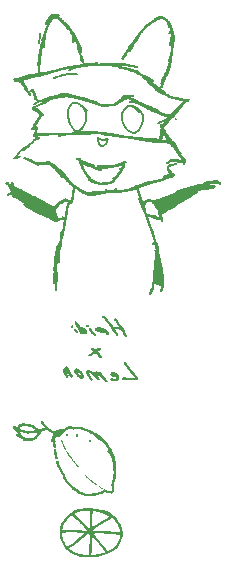
<source format=gbr>
%TF.GenerationSoftware,KiCad,Pcbnew,9.0.1*%
%TF.CreationDate,2026-01-20T01:34:41+00:00*%
%TF.ProjectId,heidi-pico,68656964-692d-4706-9963-6f2e6b696361,rev?*%
%TF.SameCoordinates,Original*%
%TF.FileFunction,Legend,Bot*%
%TF.FilePolarity,Positive*%
%FSLAX46Y46*%
G04 Gerber Fmt 4.6, Leading zero omitted, Abs format (unit mm)*
G04 Created by KiCad (PCBNEW 9.0.1) date 2026-01-20 01:34:41*
%MOMM*%
%LPD*%
G01*
G04 APERTURE LIST*
%ADD10C,0.000000*%
G04 APERTURE END LIST*
D10*
%TO.C,G\u002A\u002A\u002A*%
G36*
X91581472Y-117500592D02*
G01*
X91722114Y-117556750D01*
X91866032Y-117633631D01*
X92011846Y-117730532D01*
X92158176Y-117846753D01*
X92303643Y-117981593D01*
X92313297Y-117991245D01*
X92339029Y-118019322D01*
X92480132Y-118173283D01*
X92625621Y-118362553D01*
X92749160Y-118557998D01*
X92850148Y-118758565D01*
X92927983Y-118963198D01*
X92982064Y-119170843D01*
X92993738Y-119247421D01*
X92999731Y-119319687D01*
X93002003Y-119347086D01*
X93004431Y-119424056D01*
X93005408Y-119455047D01*
X93003899Y-119563253D01*
X93000525Y-119615560D01*
X92997422Y-119663657D01*
X92985925Y-119748207D01*
X92960581Y-119860911D01*
X92897822Y-120054705D01*
X92813090Y-120240308D01*
X92707600Y-120415807D01*
X92582567Y-120579287D01*
X92439205Y-120728831D01*
X92278732Y-120862526D01*
X92194515Y-120921719D01*
X92040371Y-121014540D01*
X92012890Y-121031088D01*
X91811851Y-121130526D01*
X91593651Y-121219244D01*
X91360547Y-121296455D01*
X91114792Y-121361371D01*
X90858643Y-121413204D01*
X90594355Y-121451165D01*
X90457246Y-121462984D01*
X90299705Y-121469250D01*
X90133382Y-121469583D01*
X89964821Y-121464196D01*
X89800570Y-121453303D01*
X89647172Y-121437117D01*
X89511175Y-121415852D01*
X89417174Y-121396153D01*
X89211818Y-121340317D01*
X89011421Y-121268711D01*
X88819671Y-121183077D01*
X88640254Y-121085156D01*
X88476856Y-120976690D01*
X88333164Y-120859418D01*
X88320845Y-120848873D01*
X88278079Y-120820568D01*
X88238962Y-120805664D01*
X88196560Y-120790775D01*
X88163210Y-120758431D01*
X88148989Y-120711266D01*
X88147637Y-120704028D01*
X88479559Y-120704028D01*
X88533398Y-120751806D01*
X88567493Y-120780590D01*
X88666164Y-120852573D01*
X88784906Y-120926043D01*
X88920849Y-120999300D01*
X89071123Y-121070640D01*
X89123831Y-121092313D01*
X89224936Y-121127212D01*
X89342035Y-121161155D01*
X89469948Y-121192797D01*
X89603497Y-121220791D01*
X89737505Y-121243792D01*
X89761156Y-121247064D01*
X89836655Y-121254884D01*
X89917580Y-121260324D01*
X89990046Y-121262365D01*
X90119879Y-121262365D01*
X90124978Y-121234875D01*
X90329815Y-121234875D01*
X90329828Y-121239117D01*
X90332543Y-121251934D01*
X90343560Y-121258709D01*
X90368249Y-121261147D01*
X90411984Y-121260951D01*
X90448505Y-121259474D01*
X90533114Y-121252051D01*
X90633576Y-121239338D01*
X90744878Y-121222240D01*
X90862009Y-121201663D01*
X90979957Y-121178510D01*
X91093709Y-121153688D01*
X91198256Y-121128102D01*
X91288583Y-121102655D01*
X91291097Y-121101882D01*
X91362913Y-121079233D01*
X91426738Y-121058095D01*
X91478712Y-121039823D01*
X91514976Y-121025773D01*
X91531670Y-121017299D01*
X91532332Y-121014540D01*
X91524816Y-120995871D01*
X91506107Y-120964543D01*
X91479379Y-120925109D01*
X91447807Y-120882124D01*
X91414565Y-120840144D01*
X91382827Y-120803722D01*
X91371273Y-120790499D01*
X91345899Y-120759201D01*
X91318286Y-120723243D01*
X91317672Y-120722421D01*
X91293002Y-120690481D01*
X91257480Y-120645810D01*
X91215766Y-120594215D01*
X91172518Y-120541505D01*
X91129184Y-120488904D01*
X91082395Y-120431704D01*
X91039986Y-120379482D01*
X91007583Y-120339140D01*
X91000230Y-120329956D01*
X90965881Y-120287896D01*
X90921854Y-120234874D01*
X90873038Y-120176753D01*
X90824321Y-120119394D01*
X90808242Y-120100584D01*
X90760738Y-120045016D01*
X90715812Y-119992465D01*
X90677898Y-119948116D01*
X90651427Y-119917156D01*
X90634289Y-119897396D01*
X90596786Y-119855062D01*
X90552875Y-119806257D01*
X90508892Y-119758055D01*
X90417077Y-119658274D01*
X90414348Y-119680301D01*
X90410420Y-119712003D01*
X90410385Y-119712286D01*
X90408701Y-119737113D01*
X90406841Y-119783201D01*
X90404881Y-119847444D01*
X90402901Y-119926739D01*
X90400977Y-120017980D01*
X90399187Y-120118064D01*
X90397609Y-120223885D01*
X90394884Y-120375598D01*
X90390600Y-120530363D01*
X90385041Y-120674313D01*
X90378344Y-120805178D01*
X90370639Y-120920689D01*
X90362063Y-121018577D01*
X90352749Y-121096573D01*
X90342830Y-121152408D01*
X90339712Y-121166683D01*
X90332739Y-121206034D01*
X90329815Y-121234875D01*
X90124978Y-121234875D01*
X90126111Y-121228767D01*
X90126966Y-121223984D01*
X90129670Y-121206762D01*
X90133037Y-121181973D01*
X90137398Y-121146830D01*
X90143084Y-121098546D01*
X90150426Y-121034334D01*
X90159754Y-120951405D01*
X90171399Y-120846973D01*
X90172915Y-120829366D01*
X90175468Y-120785388D01*
X90178202Y-120723712D01*
X90181052Y-120647145D01*
X90183955Y-120558497D01*
X90186850Y-120460575D01*
X90189671Y-120356187D01*
X90192357Y-120248140D01*
X90194844Y-120139245D01*
X90197068Y-120032307D01*
X90198968Y-119930136D01*
X90200479Y-119835539D01*
X90201539Y-119751324D01*
X90202085Y-119680301D01*
X90202053Y-119625275D01*
X90201380Y-119589057D01*
X90200003Y-119574453D01*
X90199559Y-119573899D01*
X90184650Y-119564200D01*
X90154137Y-119547997D01*
X90113999Y-119528484D01*
X90032899Y-119490533D01*
X89988783Y-119523053D01*
X89977456Y-119531564D01*
X89949442Y-119554022D01*
X89932450Y-119569714D01*
X89931908Y-119570320D01*
X89915346Y-119585279D01*
X89885681Y-119609535D01*
X89848946Y-119638141D01*
X89831142Y-119651717D01*
X89765337Y-119702279D01*
X89702258Y-119751486D01*
X89638348Y-119802203D01*
X89570049Y-119857293D01*
X89493805Y-119919618D01*
X89406059Y-119992044D01*
X89303254Y-120077433D01*
X89290402Y-120088126D01*
X89205670Y-120158422D01*
X89128337Y-120222227D01*
X89060664Y-120277695D01*
X89004913Y-120322980D01*
X88963343Y-120356233D01*
X88938216Y-120375610D01*
X88935031Y-120377970D01*
X88902667Y-120403748D01*
X88869536Y-120432381D01*
X88863389Y-120437898D01*
X88842403Y-120455625D01*
X88816477Y-120475656D01*
X88782505Y-120500197D01*
X88737380Y-120531456D01*
X88677995Y-120571638D01*
X88601243Y-120622952D01*
X88479559Y-120704028D01*
X88147637Y-120704028D01*
X88146450Y-120697677D01*
X88127096Y-120655229D01*
X88090817Y-120603791D01*
X88042321Y-120540972D01*
X87925789Y-120363289D01*
X87830476Y-120175173D01*
X87756801Y-119978550D01*
X87705182Y-119775343D01*
X87676039Y-119567480D01*
X87672354Y-119443310D01*
X87873799Y-119443310D01*
X87873943Y-119470846D01*
X87874089Y-119478550D01*
X87877893Y-119526636D01*
X87886042Y-119590507D01*
X87897452Y-119663603D01*
X87911037Y-119739363D01*
X87925712Y-119811226D01*
X87940393Y-119872632D01*
X87943169Y-119882813D01*
X87977676Y-119984675D01*
X88025694Y-120096158D01*
X88083617Y-120210568D01*
X88147836Y-120321207D01*
X88214745Y-120421381D01*
X88280737Y-120504394D01*
X88288161Y-120512476D01*
X88309793Y-120533125D01*
X88322901Y-120541268D01*
X88335298Y-120537165D01*
X88366171Y-120521072D01*
X88409849Y-120495120D01*
X88462317Y-120461804D01*
X88519559Y-120423619D01*
X88577561Y-120383060D01*
X88591910Y-120372723D01*
X88669068Y-120315743D01*
X88754158Y-120250595D01*
X88849230Y-120175648D01*
X88956332Y-120089268D01*
X89077514Y-119989826D01*
X89214827Y-119875688D01*
X89254281Y-119842762D01*
X89339058Y-119772370D01*
X89413691Y-119711052D01*
X89484125Y-119653978D01*
X89556306Y-119596314D01*
X89636178Y-119533230D01*
X89639253Y-119530806D01*
X89684431Y-119493944D01*
X89721317Y-119461593D01*
X89725746Y-119457242D01*
X90537287Y-119457242D01*
X90537857Y-119459378D01*
X90549647Y-119477556D01*
X90574363Y-119508761D01*
X90608936Y-119549243D01*
X90650298Y-119595258D01*
X90764103Y-119721594D01*
X90895269Y-119872710D01*
X91032017Y-120035555D01*
X91112059Y-120132419D01*
X91194470Y-120232297D01*
X91263872Y-120316604D01*
X91321693Y-120387088D01*
X91369361Y-120445494D01*
X91408305Y-120493570D01*
X91439954Y-120533060D01*
X91465736Y-120565712D01*
X91479209Y-120582908D01*
X91516564Y-120630441D01*
X91559147Y-120684484D01*
X91600127Y-120736364D01*
X91621459Y-120763729D01*
X91657470Y-120811625D01*
X91687948Y-120854190D01*
X91707945Y-120884617D01*
X91716723Y-120898688D01*
X91734564Y-120922912D01*
X91746061Y-120932495D01*
X91756832Y-120928794D01*
X91784911Y-120915852D01*
X91824095Y-120896396D01*
X91868736Y-120873351D01*
X91913186Y-120849641D01*
X91951796Y-120828191D01*
X91978919Y-120811924D01*
X92004281Y-120795571D01*
X92029278Y-120779777D01*
X92070545Y-120752693D01*
X92154422Y-120689989D01*
X92242187Y-120615976D01*
X92328852Y-120535394D01*
X92409427Y-120452986D01*
X92478924Y-120373492D01*
X92532353Y-120301655D01*
X92542220Y-120286480D01*
X92566496Y-120247301D01*
X92583397Y-120217256D01*
X92589738Y-120201879D01*
X92589953Y-120199191D01*
X92599725Y-120185196D01*
X92605899Y-120178340D01*
X92621106Y-120152518D01*
X92641763Y-120112138D01*
X92665628Y-120061955D01*
X92690462Y-120006721D01*
X92714024Y-119951193D01*
X92734072Y-119900123D01*
X92741590Y-119878271D01*
X92757170Y-119824800D01*
X92772241Y-119764175D01*
X92785106Y-119704014D01*
X92794069Y-119651936D01*
X92797434Y-119615560D01*
X92797415Y-119610204D01*
X92794851Y-119581046D01*
X92784006Y-119566916D01*
X92759254Y-119559563D01*
X92753800Y-119558561D01*
X92713272Y-119553845D01*
X92669776Y-119551927D01*
X92660732Y-119551727D01*
X92619100Y-119548655D01*
X92565569Y-119542642D01*
X92509423Y-119534688D01*
X92312927Y-119507588D01*
X92085250Y-119484137D01*
X91836205Y-119465766D01*
X91567105Y-119452555D01*
X91279261Y-119444582D01*
X90973985Y-119441927D01*
X90879650Y-119442040D01*
X90777263Y-119442528D01*
X90695907Y-119443465D01*
X90633659Y-119444919D01*
X90588595Y-119446956D01*
X90558794Y-119449643D01*
X90542332Y-119453050D01*
X90537287Y-119457242D01*
X89725746Y-119457242D01*
X89746181Y-119437167D01*
X89755298Y-119424082D01*
X89755298Y-119424056D01*
X89748002Y-119417629D01*
X89724798Y-119411771D01*
X89683556Y-119406194D01*
X89622146Y-119400609D01*
X89538439Y-119394729D01*
X89506871Y-119392652D01*
X89408448Y-119385697D01*
X89300761Y-119377529D01*
X89194827Y-119368999D01*
X89101666Y-119360961D01*
X89075892Y-119358776D01*
X88988504Y-119352959D01*
X88889739Y-119348321D01*
X88783573Y-119344883D01*
X88673979Y-119342666D01*
X88564932Y-119341690D01*
X88460408Y-119341975D01*
X88364382Y-119343542D01*
X88280827Y-119346412D01*
X88213720Y-119350605D01*
X88167034Y-119356141D01*
X88129863Y-119362639D01*
X88071023Y-119372716D01*
X88020425Y-119381166D01*
X87988838Y-119386286D01*
X87937273Y-119394971D01*
X87903923Y-119402605D01*
X87884852Y-119411600D01*
X87876123Y-119424364D01*
X87873799Y-119443310D01*
X87672354Y-119443310D01*
X87669790Y-119356885D01*
X87683750Y-119183954D01*
X87888555Y-119183954D01*
X87905293Y-119180139D01*
X87918681Y-119176351D01*
X87953714Y-119170542D01*
X87995991Y-119166526D01*
X88034631Y-119163421D01*
X88092684Y-119157277D01*
X88148708Y-119150037D01*
X88157735Y-119148840D01*
X88213276Y-119144038D01*
X88288198Y-119140468D01*
X88378368Y-119138111D01*
X88479656Y-119136949D01*
X88587928Y-119136965D01*
X88699054Y-119138141D01*
X88808901Y-119140459D01*
X88913337Y-119143901D01*
X89008230Y-119148450D01*
X89089449Y-119154088D01*
X89156672Y-119159667D01*
X89255926Y-119167657D01*
X89363265Y-119176081D01*
X89469622Y-119184230D01*
X89565928Y-119191392D01*
X89657588Y-119197960D01*
X89747972Y-119203982D01*
X89818579Y-119207879D01*
X89871907Y-119209605D01*
X89910458Y-119209114D01*
X89936730Y-119206361D01*
X89953225Y-119201300D01*
X89962443Y-119193886D01*
X89966882Y-119184072D01*
X89962562Y-119168783D01*
X89946082Y-119143068D01*
X90493334Y-119143068D01*
X90493398Y-119165399D01*
X90496304Y-119184072D01*
X90498413Y-119197622D01*
X90507649Y-119240383D01*
X91154682Y-119247503D01*
X91267208Y-119248851D01*
X91441887Y-119251527D01*
X91597222Y-119254836D01*
X91736422Y-119258959D01*
X91862697Y-119264080D01*
X91979256Y-119270382D01*
X92089310Y-119278050D01*
X92196066Y-119287266D01*
X92302736Y-119298215D01*
X92412527Y-119311078D01*
X92528650Y-119326041D01*
X92562313Y-119330425D01*
X92625880Y-119338200D01*
X92683954Y-119344727D01*
X92727183Y-119348928D01*
X92797434Y-119354683D01*
X92797434Y-119319687D01*
X92797038Y-119310130D01*
X92790944Y-119266623D01*
X92778530Y-119207325D01*
X92761146Y-119137761D01*
X92740142Y-119063453D01*
X92716866Y-118989926D01*
X92687615Y-118912154D01*
X92636078Y-118797936D01*
X92574057Y-118678806D01*
X92505499Y-118561795D01*
X92434349Y-118453934D01*
X92364553Y-118362251D01*
X92330789Y-118321998D01*
X92263893Y-118243888D01*
X92210612Y-118184369D01*
X92170274Y-118142732D01*
X92142208Y-118118269D01*
X92125742Y-118110272D01*
X92110754Y-118114307D01*
X92080080Y-118129671D01*
X92044389Y-118152581D01*
X91981442Y-118196869D01*
X91910624Y-118244760D01*
X91850299Y-118282818D01*
X91795606Y-118314199D01*
X91787371Y-118318675D01*
X91740548Y-118344078D01*
X91684871Y-118374229D01*
X91630671Y-118403531D01*
X91564121Y-118440098D01*
X91473647Y-118491101D01*
X91374673Y-118547961D01*
X91273195Y-118607178D01*
X91175209Y-118665248D01*
X91086709Y-118718670D01*
X91013691Y-118763941D01*
X90940031Y-118811393D01*
X90860832Y-118864087D01*
X90782798Y-118917529D01*
X90708691Y-118969710D01*
X90641274Y-119018626D01*
X90583308Y-119062271D01*
X90537557Y-119098638D01*
X90506782Y-119125722D01*
X90493745Y-119141516D01*
X90493334Y-119143068D01*
X89946082Y-119143068D01*
X89941724Y-119136267D01*
X89904702Y-119088574D01*
X89852307Y-119026590D01*
X89785356Y-118951199D01*
X89704660Y-118863285D01*
X89611035Y-118763735D01*
X89505293Y-118653434D01*
X89388249Y-118533265D01*
X89260716Y-118404115D01*
X89123509Y-118266869D01*
X88709738Y-117855356D01*
X88624702Y-117917364D01*
X88564556Y-117965174D01*
X88486563Y-118035770D01*
X88405837Y-118116499D01*
X88327845Y-118201607D01*
X88258057Y-118285345D01*
X88201940Y-118361961D01*
X88199958Y-118364940D01*
X88115953Y-118504485D01*
X88042135Y-118653247D01*
X87980889Y-118805320D01*
X87934601Y-118954794D01*
X87905656Y-119095760D01*
X87904126Y-119105706D01*
X87897046Y-119142505D01*
X87890048Y-119168131D01*
X87888680Y-119171876D01*
X87888555Y-119183954D01*
X87683750Y-119183954D01*
X87686856Y-119145484D01*
X87727654Y-118935201D01*
X87732631Y-118915810D01*
X87802759Y-118691100D01*
X87891694Y-118481798D01*
X87999026Y-118288239D01*
X88124340Y-118110759D01*
X88267224Y-117949693D01*
X88427267Y-117805377D01*
X88517433Y-117740487D01*
X88940542Y-117740487D01*
X88942846Y-117756389D01*
X88954096Y-117777886D01*
X88975295Y-117806476D01*
X89007446Y-117843657D01*
X89051552Y-117890929D01*
X89108615Y-117949788D01*
X89179638Y-118021735D01*
X89265623Y-118108267D01*
X89367574Y-118210883D01*
X89378769Y-118222174D01*
X89471803Y-118316402D01*
X89564056Y-118410504D01*
X89653170Y-118502031D01*
X89736786Y-118588536D01*
X89812546Y-118667570D01*
X89878091Y-118736684D01*
X89931063Y-118793429D01*
X89969103Y-118835357D01*
X89983978Y-118852182D01*
X90032460Y-118906677D01*
X90068557Y-118945964D01*
X90095253Y-118972540D01*
X90115527Y-118988902D01*
X90132361Y-118997550D01*
X90148737Y-119000981D01*
X90167636Y-119001692D01*
X90181117Y-119001496D01*
X90209280Y-118998499D01*
X90221318Y-118992980D01*
X90221346Y-118992761D01*
X90221741Y-118977272D01*
X90222188Y-118939932D01*
X90222672Y-118883138D01*
X90223177Y-118809288D01*
X90223688Y-118720779D01*
X90224191Y-118620009D01*
X90224670Y-118509374D01*
X90225053Y-118406545D01*
X90427046Y-118406545D01*
X90427104Y-118452314D01*
X90427539Y-118556866D01*
X90428353Y-118652337D01*
X90429497Y-118736167D01*
X90430924Y-118805799D01*
X90432586Y-118858672D01*
X90434433Y-118892229D01*
X90436419Y-118903910D01*
X90436936Y-118903825D01*
X90451893Y-118895411D01*
X90479845Y-118875991D01*
X90515187Y-118849443D01*
X90528462Y-118839288D01*
X90584974Y-118797884D01*
X90654573Y-118748899D01*
X90731795Y-118696003D01*
X90811173Y-118642869D01*
X90887240Y-118593166D01*
X90954532Y-118550567D01*
X91007583Y-118518742D01*
X91073834Y-118480552D01*
X91144023Y-118439412D01*
X91206521Y-118402085D01*
X91256787Y-118371284D01*
X91290282Y-118349725D01*
X91304568Y-118340290D01*
X91331272Y-118324293D01*
X91345860Y-118317968D01*
X91356128Y-118314202D01*
X91382418Y-118300813D01*
X91417282Y-118281071D01*
X91427296Y-118275211D01*
X91477673Y-118246494D01*
X91538414Y-118212712D01*
X91601634Y-118178182D01*
X91659449Y-118147217D01*
X91703975Y-118124134D01*
X91726892Y-118111787D01*
X91762424Y-118090973D01*
X91800240Y-118067603D01*
X91834492Y-118045394D01*
X91859331Y-118028061D01*
X91868910Y-118019322D01*
X91865123Y-118014350D01*
X91842960Y-117998868D01*
X91803873Y-117975929D01*
X91751200Y-117947210D01*
X91688279Y-117914384D01*
X91618449Y-117879128D01*
X91545046Y-117843117D01*
X91471409Y-117808025D01*
X91400877Y-117775528D01*
X91336786Y-117747301D01*
X91282474Y-117725019D01*
X91243255Y-117710279D01*
X91159383Y-117681032D01*
X91068813Y-117651806D01*
X90978895Y-117624851D01*
X90896984Y-117602415D01*
X90830430Y-117586747D01*
X90760345Y-117572607D01*
X90658436Y-117552970D01*
X90579898Y-117539219D01*
X90524521Y-117531318D01*
X90469070Y-117525011D01*
X90447953Y-117716848D01*
X90443647Y-117758890D01*
X90438607Y-117819658D01*
X90434617Y-117885686D01*
X90431582Y-117960168D01*
X90429405Y-118046299D01*
X90427987Y-118147276D01*
X90427233Y-118266293D01*
X90427046Y-118406545D01*
X90225053Y-118406545D01*
X90225110Y-118391273D01*
X90225136Y-118383788D01*
X90225843Y-118234672D01*
X90226911Y-118107153D01*
X90228459Y-117998518D01*
X90230609Y-117906058D01*
X90233480Y-117827060D01*
X90237191Y-117758813D01*
X90241864Y-117698606D01*
X90247618Y-117643727D01*
X90254573Y-117591465D01*
X90262850Y-117539108D01*
X90269536Y-117499402D01*
X90060455Y-117499402D01*
X90025322Y-117499656D01*
X89882849Y-117505359D01*
X89736679Y-117517979D01*
X89591484Y-117536736D01*
X89451935Y-117560848D01*
X89322705Y-117589535D01*
X89208464Y-117622018D01*
X89113884Y-117657515D01*
X89098246Y-117664148D01*
X89063351Y-117678402D01*
X89022253Y-117694795D01*
X89000738Y-117702848D01*
X88977283Y-117711359D01*
X88958764Y-117719470D01*
X88946182Y-117728680D01*
X88940542Y-117740487D01*
X88517433Y-117740487D01*
X88604056Y-117678147D01*
X88797178Y-117568338D01*
X89006221Y-117476286D01*
X89230773Y-117402327D01*
X89470422Y-117346795D01*
X89724754Y-117310026D01*
X89747911Y-117307713D01*
X89966872Y-117294947D01*
X90195574Y-117296766D01*
X90427770Y-117312582D01*
X90657217Y-117341805D01*
X90877669Y-117383847D01*
X91082882Y-117438119D01*
X91105626Y-117444651D01*
X91151995Y-117453851D01*
X91202121Y-117456836D01*
X91266143Y-117454514D01*
X91315535Y-117453244D01*
X91445486Y-117465856D01*
X91576813Y-117499402D01*
X91581472Y-117500592D01*
G37*
G36*
X86465051Y-110704473D02*
G01*
X86402071Y-110724503D01*
X86337183Y-110741721D01*
X86276826Y-110754002D01*
X86244235Y-110759986D01*
X86238246Y-110761499D01*
X86180829Y-110776004D01*
X86129714Y-110794978D01*
X86094910Y-110815246D01*
X86080436Y-110835148D01*
X86075795Y-110856068D01*
X86064426Y-110885430D01*
X86052865Y-110915286D01*
X86015365Y-110985027D01*
X85966049Y-111061457D01*
X85907669Y-111140740D01*
X85842978Y-111219039D01*
X85774729Y-111292519D01*
X85705675Y-111357344D01*
X85635790Y-111414846D01*
X85525630Y-111492285D01*
X85414783Y-111552204D01*
X85298924Y-111596119D01*
X85173727Y-111625542D01*
X85034864Y-111641988D01*
X84878011Y-111646970D01*
X84830590Y-111646735D01*
X84746934Y-111644979D01*
X84682744Y-111641045D01*
X84634675Y-111634369D01*
X84599381Y-111624386D01*
X84573516Y-111610532D01*
X84553735Y-111592241D01*
X84546453Y-111582719D01*
X84529880Y-111545170D01*
X84527587Y-111507544D01*
X84540626Y-111478941D01*
X84545229Y-111470723D01*
X84536448Y-111459087D01*
X84507028Y-111444594D01*
X84392924Y-111396308D01*
X84279616Y-111346473D01*
X84181433Y-111301161D01*
X84099940Y-111261145D01*
X84036703Y-111227195D01*
X83993287Y-111200084D01*
X83971257Y-111180583D01*
X83955617Y-111144505D01*
X83957126Y-111100881D01*
X83978141Y-111062160D01*
X84016606Y-111034944D01*
X84042914Y-111026918D01*
X84070766Y-111028017D01*
X84109263Y-111039652D01*
X84128261Y-111046286D01*
X84155547Y-111054901D01*
X84167281Y-111057196D01*
X84167245Y-111056931D01*
X84158654Y-111044999D01*
X84137015Y-111017599D01*
X84104664Y-110977618D01*
X84063932Y-110927941D01*
X84017153Y-110871456D01*
X83967737Y-110811949D01*
X83945566Y-110785048D01*
X84233670Y-110785048D01*
X84244506Y-110805770D01*
X84266310Y-110838606D01*
X84296620Y-110879616D01*
X84315043Y-110903522D01*
X84353948Y-110954015D01*
X84389782Y-111000533D01*
X84416622Y-111035388D01*
X84418854Y-111038294D01*
X84453547Y-111084931D01*
X84485992Y-111130977D01*
X84513051Y-111171717D01*
X84531587Y-111202440D01*
X84538463Y-111218431D01*
X84538619Y-111219134D01*
X84551781Y-111229266D01*
X84582967Y-111245373D01*
X84627716Y-111265440D01*
X84681564Y-111287453D01*
X84740050Y-111309400D01*
X84824141Y-111334522D01*
X84927548Y-111350507D01*
X85040843Y-111351457D01*
X85109950Y-111350293D01*
X85164721Y-111354788D01*
X85198734Y-111364926D01*
X85210421Y-111380439D01*
X85212185Y-111385503D01*
X85229680Y-111390309D01*
X85262000Y-111385259D01*
X85304307Y-111371402D01*
X85351763Y-111349787D01*
X85403975Y-111320573D01*
X85522085Y-111237666D01*
X85635624Y-111133308D01*
X85746289Y-111006021D01*
X85788367Y-110949967D01*
X85813791Y-110909417D01*
X85821686Y-110885430D01*
X85812128Y-110877856D01*
X85809022Y-110878190D01*
X85786939Y-110882394D01*
X85754095Y-110889798D01*
X85718151Y-110896914D01*
X85656836Y-110906298D01*
X85580939Y-110916002D01*
X85495825Y-110925440D01*
X85406859Y-110934022D01*
X85319406Y-110941161D01*
X85238831Y-110946270D01*
X85198425Y-110948558D01*
X85139354Y-110953237D01*
X85097857Y-110959062D01*
X85069464Y-110966759D01*
X85049708Y-110977056D01*
X85029449Y-110989611D01*
X85006757Y-110997162D01*
X84978882Y-110997337D01*
X84939806Y-110990072D01*
X84883514Y-110975304D01*
X84882797Y-110975105D01*
X84832663Y-110962889D01*
X84785701Y-110954186D01*
X84751992Y-110950869D01*
X84750724Y-110950862D01*
X84712757Y-110945879D01*
X84681588Y-110934422D01*
X84659591Y-110924240D01*
X84620474Y-110910294D01*
X84575115Y-110896881D01*
X84551502Y-110890130D01*
X84496467Y-110872512D01*
X84433564Y-110850660D01*
X84372284Y-110827806D01*
X84331371Y-110812209D01*
X84285250Y-110795460D01*
X84251103Y-110784044D01*
X84234289Y-110779825D01*
X84233670Y-110785048D01*
X83945566Y-110785048D01*
X83926158Y-110761499D01*
X84196375Y-110761499D01*
X84202484Y-110767608D01*
X84208593Y-110761499D01*
X84202484Y-110755390D01*
X84196375Y-110761499D01*
X83926158Y-110761499D01*
X83905604Y-110736559D01*
X83856437Y-110675839D01*
X83818513Y-110627425D01*
X83790110Y-110588951D01*
X83769505Y-110558052D01*
X83754976Y-110532365D01*
X83754942Y-110532288D01*
X84245599Y-110532288D01*
X84247053Y-110538862D01*
X84266840Y-110552875D01*
X84303267Y-110571846D01*
X84352669Y-110594267D01*
X84411380Y-110618627D01*
X84475733Y-110643418D01*
X84542062Y-110667133D01*
X84606701Y-110688261D01*
X84665984Y-110705294D01*
X84696018Y-110713088D01*
X84740295Y-110723927D01*
X84778906Y-110731745D01*
X84816867Y-110737001D01*
X84859196Y-110740154D01*
X84910909Y-110741663D01*
X84977022Y-110741988D01*
X85062552Y-110741588D01*
X85067168Y-110741557D01*
X85150314Y-110740439D01*
X85231338Y-110738389D01*
X85304663Y-110735615D01*
X85364709Y-110732326D01*
X85405899Y-110728732D01*
X85457488Y-110722515D01*
X85521326Y-110715069D01*
X85575953Y-110708936D01*
X85614306Y-110703293D01*
X85645111Y-110695686D01*
X85658428Y-110688171D01*
X85656850Y-110683826D01*
X85640103Y-110667595D01*
X85608934Y-110644225D01*
X85567787Y-110617198D01*
X85562493Y-110613910D01*
X85503133Y-110576666D01*
X85438425Y-110535543D01*
X85381464Y-110498857D01*
X85360567Y-110485409D01*
X85319442Y-110460961D01*
X85287431Y-110446889D01*
X85256945Y-110440348D01*
X85220395Y-110438494D01*
X85172886Y-110434981D01*
X85132403Y-110422811D01*
X85087028Y-110398031D01*
X85023098Y-110358324D01*
X84754818Y-110362098D01*
X84698821Y-110362969D01*
X84620792Y-110364686D01*
X84562029Y-110366918D01*
X84519273Y-110369929D01*
X84489267Y-110373979D01*
X84468751Y-110379331D01*
X84454467Y-110386247D01*
X84445577Y-110392087D01*
X84417147Y-110411431D01*
X84378723Y-110438003D01*
X84336329Y-110467588D01*
X84295993Y-110495973D01*
X84263741Y-110518944D01*
X84245599Y-110532288D01*
X83754942Y-110532288D01*
X83744800Y-110509524D01*
X83737256Y-110487164D01*
X83728203Y-110446859D01*
X83728644Y-110393532D01*
X83746340Y-110355721D01*
X83779653Y-110334252D01*
X83826946Y-110329953D01*
X83886584Y-110343649D01*
X83956929Y-110376169D01*
X84041245Y-110423521D01*
X84106593Y-110374183D01*
X84112405Y-110369782D01*
X84145200Y-110343403D01*
X84163055Y-110323029D01*
X84170469Y-110301642D01*
X84171941Y-110272221D01*
X84172332Y-110259422D01*
X84182521Y-110217289D01*
X84208286Y-110189302D01*
X84252002Y-110173758D01*
X84316044Y-110168954D01*
X84351963Y-110168069D01*
X84384221Y-110163746D01*
X84416473Y-110153754D01*
X84455749Y-110135870D01*
X84509082Y-110107867D01*
X84544033Y-110089666D01*
X84590423Y-110067533D01*
X84627153Y-110052392D01*
X84648430Y-110046780D01*
X84670783Y-110049220D01*
X84711520Y-110070375D01*
X84739923Y-110111693D01*
X84756134Y-110150247D01*
X84888592Y-110146481D01*
X84963827Y-110146138D01*
X85040407Y-110150730D01*
X85114103Y-110161581D01*
X85187673Y-110179801D01*
X85263873Y-110206501D01*
X85345460Y-110242794D01*
X85435191Y-110289789D01*
X85535824Y-110348599D01*
X85650115Y-110420335D01*
X85780822Y-110506108D01*
X85966375Y-110629729D01*
X86031279Y-110605821D01*
X86094123Y-110583894D01*
X86189084Y-110556694D01*
X86291662Y-110535288D01*
X86337827Y-110525584D01*
X86381938Y-110513618D01*
X86411705Y-110502509D01*
X86446227Y-110485024D01*
X86350434Y-110385022D01*
X86338502Y-110372487D01*
X86272917Y-110300653D01*
X86213393Y-110230657D01*
X86162224Y-110165533D01*
X86121707Y-110108316D01*
X86094137Y-110062043D01*
X86081809Y-110029749D01*
X86079839Y-110012954D01*
X86084754Y-109983769D01*
X86106392Y-109956047D01*
X86131450Y-109937584D01*
X86179187Y-109924295D01*
X86229487Y-109931988D01*
X86232844Y-109934049D01*
X86251502Y-109951618D01*
X86280766Y-109983512D01*
X86317341Y-110026048D01*
X86357931Y-110075543D01*
X86420419Y-110150429D01*
X86508044Y-110247565D01*
X86601672Y-110343914D01*
X86698320Y-110436817D01*
X86795007Y-110523619D01*
X86888749Y-110601661D01*
X86976565Y-110668288D01*
X87055472Y-110720842D01*
X87122487Y-110756667D01*
X87139751Y-110763046D01*
X87180419Y-110773972D01*
X87229895Y-110784201D01*
X87281670Y-110792716D01*
X87329234Y-110798499D01*
X87366076Y-110800533D01*
X87385689Y-110797800D01*
X87389934Y-110789793D01*
X87388635Y-110767511D01*
X87387078Y-110753578D01*
X87394140Y-110716497D01*
X87411699Y-110680471D01*
X87434862Y-110657184D01*
X87456547Y-110649736D01*
X87493614Y-110645840D01*
X87529319Y-110648973D01*
X87552594Y-110658968D01*
X87567154Y-110663248D01*
X87594272Y-110655604D01*
X87637505Y-110634784D01*
X87672429Y-110617227D01*
X87721705Y-110594701D01*
X87762341Y-110578489D01*
X87763749Y-110578007D01*
X87808823Y-110567530D01*
X87863074Y-110561649D01*
X87918245Y-110560544D01*
X87966079Y-110564393D01*
X87998319Y-110573375D01*
X88007862Y-110577706D01*
X88029203Y-110577941D01*
X88055549Y-110561425D01*
X88125478Y-110508942D01*
X88246283Y-110433300D01*
X88362332Y-110380950D01*
X88474590Y-110351680D01*
X88584026Y-110345282D01*
X88691605Y-110361544D01*
X88798297Y-110400258D01*
X88822545Y-110411515D01*
X88855462Y-110425334D01*
X88877285Y-110430111D01*
X88895182Y-110426833D01*
X88916321Y-110416485D01*
X88916422Y-110416431D01*
X88955202Y-110403636D01*
X89013062Y-110394869D01*
X89084993Y-110390168D01*
X89165984Y-110389570D01*
X89251028Y-110393112D01*
X89335116Y-110400833D01*
X89413238Y-110412769D01*
X89549393Y-110442606D01*
X89756330Y-110500669D01*
X89974355Y-110575820D01*
X90200749Y-110667096D01*
X90432792Y-110773535D01*
X90439938Y-110777013D01*
X90562480Y-110838638D01*
X90670325Y-110897507D01*
X90771495Y-110958440D01*
X90874009Y-111026252D01*
X90985887Y-111105761D01*
X91033841Y-111141104D01*
X91226312Y-111291414D01*
X91396391Y-111438868D01*
X91543755Y-111583131D01*
X91668080Y-111723869D01*
X91769040Y-111860747D01*
X91846314Y-111993432D01*
X91863107Y-112025787D01*
X91897142Y-112087635D01*
X91935499Y-112154070D01*
X91972644Y-112215371D01*
X91981450Y-112229547D01*
X92087807Y-112416506D01*
X92182214Y-112612156D01*
X92263018Y-112812017D01*
X92328562Y-113011606D01*
X92377192Y-113206444D01*
X92407253Y-113392050D01*
X92412439Y-113443427D01*
X92415333Y-113496581D01*
X92413476Y-113536723D01*
X92406855Y-113570152D01*
X92401106Y-113595833D01*
X92398728Y-113629697D01*
X92401895Y-113672361D01*
X92410788Y-113731280D01*
X92434704Y-113885549D01*
X92462483Y-114126726D01*
X92476803Y-114355855D01*
X92477350Y-114568976D01*
X92477296Y-114570665D01*
X92473560Y-114650725D01*
X92467366Y-114710161D01*
X92457437Y-114752690D01*
X92442497Y-114782026D01*
X92421269Y-114801885D01*
X92392475Y-114815984D01*
X92365723Y-114832572D01*
X92350986Y-114854139D01*
X92350815Y-114854895D01*
X92346039Y-114877410D01*
X92337705Y-114917988D01*
X92326937Y-114971112D01*
X92314860Y-115031263D01*
X92301903Y-115093253D01*
X92287978Y-115154790D01*
X92275219Y-115206475D01*
X92265297Y-115241226D01*
X92259620Y-115258846D01*
X92252663Y-115288946D01*
X92254841Y-115311581D01*
X92266260Y-115337469D01*
X92280329Y-115377579D01*
X92291890Y-115436219D01*
X92300043Y-115506133D01*
X92304227Y-115580724D01*
X92303884Y-115653392D01*
X92298456Y-115717540D01*
X92297317Y-115725256D01*
X92277965Y-115811350D01*
X92248885Y-115888527D01*
X92212141Y-115954637D01*
X92169795Y-116007528D01*
X92123910Y-116045048D01*
X92076547Y-116065045D01*
X92029769Y-116065370D01*
X91985639Y-116043869D01*
X91974317Y-116035518D01*
X91956250Y-116026474D01*
X91933227Y-116022542D01*
X91898806Y-116022933D01*
X91846546Y-116026861D01*
X91791981Y-116031487D01*
X91737847Y-116035260D01*
X91699761Y-116035633D01*
X91672994Y-116031795D01*
X91652818Y-116022937D01*
X91634507Y-116008248D01*
X91613333Y-115986921D01*
X91583284Y-115957965D01*
X91548163Y-115934185D01*
X91514555Y-115928696D01*
X91475967Y-115940920D01*
X91425906Y-115970282D01*
X91392809Y-115991131D01*
X91322344Y-116030899D01*
X91245165Y-116068015D01*
X91157802Y-116103847D01*
X91056782Y-116139767D01*
X90938634Y-116177144D01*
X90799887Y-116217349D01*
X90770435Y-116225605D01*
X90703081Y-116244528D01*
X90641995Y-116261745D01*
X90592932Y-116275632D01*
X90561647Y-116284565D01*
X90542170Y-116289908D01*
X90488750Y-116299781D01*
X90448866Y-116297279D01*
X90416664Y-116282311D01*
X90410805Y-116278454D01*
X90393380Y-116270879D01*
X90370128Y-116268162D01*
X90334959Y-116270029D01*
X90281781Y-116276202D01*
X90139167Y-116288251D01*
X89959365Y-116284462D01*
X89788215Y-116258638D01*
X89626912Y-116210896D01*
X89548109Y-116177713D01*
X89447247Y-116128005D01*
X89339163Y-116068485D01*
X89229709Y-116002545D01*
X89124739Y-115933578D01*
X89030106Y-115864976D01*
X88988232Y-115836289D01*
X88940087Y-115809426D01*
X88899404Y-115792618D01*
X88864824Y-115777601D01*
X88810401Y-115742526D01*
X88745827Y-115691531D01*
X88673272Y-115626883D01*
X88594907Y-115550850D01*
X88512901Y-115465702D01*
X88429427Y-115373707D01*
X88346654Y-115277132D01*
X88266754Y-115178246D01*
X88191897Y-115079317D01*
X88124254Y-114982615D01*
X88080226Y-114913991D01*
X88023237Y-114815773D01*
X87975767Y-114722186D01*
X87939406Y-114636715D01*
X87915740Y-114562849D01*
X87906358Y-114504074D01*
X87904361Y-114481768D01*
X87893631Y-114458745D01*
X87867941Y-114442987D01*
X87858408Y-114437713D01*
X87844086Y-114425108D01*
X87827625Y-114404170D01*
X87807330Y-114372162D01*
X87781506Y-114326351D01*
X87748459Y-114264000D01*
X87706495Y-114182374D01*
X87662538Y-114095640D01*
X87589297Y-113948181D01*
X87527790Y-113819770D01*
X87477524Y-113709132D01*
X87438007Y-113614991D01*
X87408748Y-113536071D01*
X87389255Y-113471097D01*
X87379036Y-113418793D01*
X87377600Y-113377883D01*
X87384453Y-113347091D01*
X87384545Y-113346870D01*
X87406292Y-113313867D01*
X87435550Y-113289696D01*
X87456804Y-113280325D01*
X87480732Y-113278669D01*
X87512259Y-113289238D01*
X87527204Y-113296146D01*
X87556419Y-113317983D01*
X87574654Y-113350559D01*
X87586441Y-113400685D01*
X87588145Y-113410338D01*
X87594578Y-113438812D01*
X87604194Y-113470896D01*
X87617991Y-113508856D01*
X87636965Y-113554957D01*
X87662115Y-113611466D01*
X87694436Y-113680648D01*
X87734926Y-113764770D01*
X87784582Y-113866097D01*
X87844402Y-113986896D01*
X87854091Y-114006451D01*
X87895866Y-114092111D01*
X87932918Y-114170249D01*
X87963965Y-114238020D01*
X87987725Y-114292577D01*
X88002916Y-114331074D01*
X88008256Y-114350666D01*
X88013671Y-114377301D01*
X88036199Y-114395209D01*
X88043108Y-114397996D01*
X88065341Y-114411168D01*
X88082879Y-114432068D01*
X88099261Y-114466021D01*
X88118028Y-114518353D01*
X88124458Y-114536806D01*
X88170293Y-114643189D01*
X88233868Y-114760191D01*
X88313210Y-114885032D01*
X88406347Y-115014932D01*
X88511304Y-115147108D01*
X88626108Y-115278781D01*
X88748785Y-115407170D01*
X88781382Y-115439314D01*
X88823336Y-115478425D01*
X88854304Y-115503281D01*
X88877533Y-115516371D01*
X88896271Y-115520181D01*
X88907180Y-115521433D01*
X88946777Y-115538492D01*
X88997818Y-115574912D01*
X89033448Y-115603294D01*
X89080335Y-115639278D01*
X89119992Y-115668341D01*
X89140033Y-115682746D01*
X89177381Y-115710921D01*
X89205514Y-115733768D01*
X89216368Y-115742536D01*
X89248152Y-115765305D01*
X89289951Y-115793132D01*
X89336718Y-115822895D01*
X89383408Y-115851476D01*
X89424976Y-115875754D01*
X89456377Y-115892609D01*
X89472566Y-115898921D01*
X89476937Y-115899384D01*
X89486518Y-115908084D01*
X89488512Y-115911064D01*
X89508750Y-115924314D01*
X89549685Y-115945688D01*
X89609932Y-115974486D01*
X89688102Y-116010005D01*
X89688715Y-116010275D01*
X89713107Y-116019595D01*
X89752283Y-116033206D01*
X89798059Y-116048261D01*
X89830250Y-116057853D01*
X89864211Y-116065546D01*
X89901378Y-116070583D01*
X89947058Y-116073451D01*
X90006553Y-116074638D01*
X90085168Y-116074630D01*
X90171916Y-116073260D01*
X90253642Y-116068863D01*
X90322299Y-116060440D01*
X90383908Y-116046941D01*
X90444492Y-116027315D01*
X90510071Y-116000512D01*
X90551023Y-115985262D01*
X90612454Y-115973302D01*
X90664271Y-115977022D01*
X90701991Y-115996513D01*
X90709196Y-116002878D01*
X90733201Y-116014369D01*
X90763866Y-116009483D01*
X90773034Y-116006669D01*
X90812242Y-115995309D01*
X90854865Y-115983653D01*
X90930080Y-115961856D01*
X91010143Y-115935212D01*
X91088348Y-115906184D01*
X91159246Y-115876904D01*
X91217392Y-115849504D01*
X91257335Y-115826118D01*
X91260845Y-115823657D01*
X91286815Y-115807705D01*
X91303417Y-115801181D01*
X91303575Y-115801176D01*
X91318180Y-115793406D01*
X91345192Y-115773691D01*
X91378887Y-115746203D01*
X91399981Y-115729102D01*
X91443466Y-115700972D01*
X91475896Y-115691231D01*
X91486298Y-115691824D01*
X91532397Y-115702072D01*
X91589014Y-115722804D01*
X91648926Y-115751092D01*
X91704911Y-115784011D01*
X91768791Y-115826412D01*
X91913503Y-115822960D01*
X92058216Y-115819507D01*
X92075985Y-115770638D01*
X92085448Y-115729984D01*
X92091835Y-115670186D01*
X92094343Y-115597524D01*
X92094203Y-115544578D01*
X92092442Y-115504355D01*
X92088048Y-115477911D01*
X92080041Y-115459661D01*
X92067443Y-115444019D01*
X92055661Y-115429479D01*
X92045804Y-115407285D01*
X92041134Y-115375272D01*
X92039954Y-115326166D01*
X92039956Y-115324562D01*
X92041803Y-115277226D01*
X92046443Y-115237337D01*
X92052901Y-115213381D01*
X92057173Y-115204106D01*
X92070437Y-115164198D01*
X92086279Y-115103644D01*
X92104103Y-115025012D01*
X92123313Y-114930871D01*
X92143312Y-114823788D01*
X92145987Y-114808900D01*
X92159131Y-114736687D01*
X92172167Y-114666399D01*
X92183719Y-114605414D01*
X92192405Y-114561114D01*
X92196904Y-114537348D01*
X92206649Y-114478322D01*
X92216461Y-114410795D01*
X92224780Y-114345187D01*
X92229324Y-114302919D01*
X92233260Y-114247392D01*
X92232971Y-114197531D01*
X92228238Y-114143466D01*
X92218845Y-114075326D01*
X92214816Y-114047494D01*
X92206987Y-113979788D01*
X92205279Y-113932997D01*
X92209581Y-113905100D01*
X92209666Y-113904874D01*
X92214218Y-113881969D01*
X92214523Y-113847110D01*
X92210309Y-113798337D01*
X92201303Y-113733689D01*
X92187232Y-113651207D01*
X92167825Y-113548929D01*
X92142808Y-113424895D01*
X92141404Y-113418067D01*
X92130459Y-113364263D01*
X92120477Y-113314326D01*
X92113466Y-113278286D01*
X92099591Y-113213008D01*
X92079361Y-113131848D01*
X92058207Y-113058372D01*
X92050405Y-113033195D01*
X92035900Y-112985238D01*
X92021381Y-112936198D01*
X91990171Y-112842782D01*
X91953862Y-112765122D01*
X91910411Y-112702771D01*
X91856554Y-112651082D01*
X91789026Y-112605406D01*
X91773371Y-112595489D01*
X91731785Y-112557289D01*
X91711866Y-112515995D01*
X91714375Y-112474259D01*
X91740072Y-112434729D01*
X91741172Y-112433649D01*
X91771114Y-112413195D01*
X91801159Y-112404741D01*
X91821781Y-112401863D01*
X91832258Y-112393371D01*
X91831655Y-112389522D01*
X91820868Y-112365586D01*
X91799252Y-112329715D01*
X91770318Y-112287433D01*
X91737573Y-112244267D01*
X91723100Y-112225460D01*
X91704957Y-112198892D01*
X91697866Y-112183869D01*
X91695775Y-112178213D01*
X91682573Y-112155299D01*
X91659912Y-112120284D01*
X91630929Y-112078123D01*
X91564258Y-111985354D01*
X91476139Y-111869480D01*
X91395959Y-111773371D01*
X91322152Y-111695698D01*
X91253152Y-111635129D01*
X91187390Y-111590336D01*
X91123301Y-111559987D01*
X91059318Y-111542754D01*
X90993873Y-111537305D01*
X90986518Y-111537278D01*
X90941246Y-111534888D01*
X90912082Y-111527423D01*
X90891828Y-111513180D01*
X90870331Y-111483858D01*
X90858412Y-111442931D01*
X90865581Y-111405719D01*
X90869082Y-111395240D01*
X90866065Y-111380797D01*
X90852634Y-111361025D01*
X90826194Y-111332264D01*
X90784152Y-111290856D01*
X90763700Y-111271294D01*
X90666221Y-111183273D01*
X90575344Y-111109879D01*
X90492635Y-111052129D01*
X90419664Y-111011040D01*
X90357997Y-110987628D01*
X90309204Y-110982910D01*
X90298850Y-110983830D01*
X90250285Y-110978706D01*
X90214238Y-110958729D01*
X90195602Y-110926336D01*
X90195166Y-110924529D01*
X90183184Y-110903542D01*
X90156006Y-110881980D01*
X90109553Y-110856537D01*
X90104223Y-110853899D01*
X90074900Y-110839703D01*
X90046591Y-110826855D01*
X90015282Y-110813792D01*
X89976957Y-110798950D01*
X89927600Y-110780766D01*
X89863197Y-110757676D01*
X89779733Y-110728118D01*
X89764994Y-110722959D01*
X89644398Y-110683981D01*
X89525105Y-110650824D01*
X89410630Y-110624146D01*
X89304489Y-110604606D01*
X89210196Y-110592863D01*
X89131269Y-110589576D01*
X89071222Y-110595401D01*
X89050216Y-110599523D01*
X89006158Y-110606162D01*
X88972287Y-110608781D01*
X88971201Y-110608792D01*
X88935449Y-110616674D01*
X88900567Y-110634787D01*
X88869861Y-110650945D01*
X88835774Y-110652820D01*
X88794379Y-110638874D01*
X88740774Y-110608296D01*
X88736844Y-110605816D01*
X88655439Y-110567121D01*
X88573489Y-110551525D01*
X88493416Y-110559505D01*
X88479371Y-110563180D01*
X88431464Y-110577751D01*
X88386259Y-110595682D01*
X88341314Y-110618769D01*
X88294190Y-110648806D01*
X88242444Y-110687587D01*
X88183636Y-110736907D01*
X88115325Y-110798562D01*
X88035069Y-110874345D01*
X87940427Y-110966051D01*
X87914261Y-110991552D01*
X87847810Y-111055793D01*
X87786802Y-111114045D01*
X87733627Y-111164073D01*
X87690674Y-111203642D01*
X87660332Y-111230516D01*
X87644991Y-111242460D01*
X87620197Y-111250050D01*
X87580547Y-111245038D01*
X87544182Y-111223944D01*
X87517599Y-111191093D01*
X87507294Y-111150808D01*
X87505152Y-111132421D01*
X87498131Y-111122455D01*
X87496758Y-111122883D01*
X87482273Y-111135891D01*
X87457322Y-111164451D01*
X87424467Y-111205089D01*
X87386267Y-111254334D01*
X87345284Y-111308710D01*
X87304076Y-111364746D01*
X87265204Y-111418966D01*
X87231229Y-111467899D01*
X87204711Y-111508071D01*
X87188209Y-111536008D01*
X87184285Y-111548238D01*
X87189220Y-111549150D01*
X87204506Y-111539544D01*
X87207928Y-111536442D01*
X87238586Y-111525555D01*
X87275494Y-111534060D01*
X87312755Y-111560800D01*
X87327291Y-111577012D01*
X87345197Y-111612568D01*
X87343552Y-111652185D01*
X87322767Y-111701683D01*
X87322714Y-111701782D01*
X87310944Y-111725677D01*
X87304375Y-111747529D01*
X87302550Y-111773899D01*
X87305012Y-111811348D01*
X87311307Y-111866437D01*
X87313860Y-111886308D01*
X87323402Y-111949893D01*
X87334299Y-112010956D01*
X87344659Y-112058600D01*
X87347572Y-112070142D01*
X87355970Y-112107409D01*
X87357378Y-112131241D01*
X87351235Y-112149884D01*
X87336982Y-112171582D01*
X87314273Y-112195863D01*
X87273259Y-112215940D01*
X87230055Y-112215509D01*
X87190489Y-112195108D01*
X87160387Y-112155275D01*
X87152300Y-112134896D01*
X87137583Y-112081414D01*
X87124242Y-112013298D01*
X87113274Y-111936932D01*
X87105681Y-111858703D01*
X87102459Y-111784996D01*
X87102309Y-111770565D01*
X87101473Y-111723060D01*
X87099486Y-111695178D01*
X87095244Y-111683023D01*
X87087639Y-111682699D01*
X87075565Y-111690311D01*
X87039471Y-111705724D01*
X86993492Y-111703551D01*
X86950047Y-111679738D01*
X86929988Y-111657905D01*
X86918339Y-111627470D01*
X86921471Y-111589651D01*
X86939815Y-111540773D01*
X86973800Y-111477165D01*
X86985718Y-111456263D01*
X87012231Y-111404188D01*
X87026534Y-111363733D01*
X87030815Y-111329220D01*
X87030840Y-111327186D01*
X87037505Y-111285274D01*
X87054050Y-111230209D01*
X87077704Y-111169185D01*
X87105696Y-111109395D01*
X87135257Y-111058033D01*
X87143356Y-111045319D01*
X87158995Y-111017792D01*
X87165207Y-111001934D01*
X87163089Y-110998325D01*
X87144603Y-110987376D01*
X87113283Y-110975861D01*
X87031021Y-110944558D01*
X86930595Y-110890337D01*
X86821844Y-110815625D01*
X86703585Y-110719684D01*
X86602378Y-110632094D01*
X86570624Y-110657071D01*
X86559539Y-110664469D01*
X86519687Y-110683753D01*
X86508037Y-110688171D01*
X86465051Y-110704473D01*
G37*
G36*
X90984314Y-115884816D02*
G01*
X90980543Y-115890243D01*
X90970209Y-115898921D01*
X90968501Y-115898802D01*
X90965811Y-115891730D01*
X90978927Y-115879428D01*
X90985754Y-115876455D01*
X90984314Y-115884816D01*
G37*
G36*
X91011871Y-115354784D02*
G01*
X91025587Y-115378834D01*
X91030587Y-115388128D01*
X91057402Y-115418079D01*
X91103753Y-115457459D01*
X91168093Y-115505016D01*
X91248877Y-115559499D01*
X91249541Y-115559931D01*
X91284619Y-115584387D01*
X91309605Y-115604861D01*
X91319127Y-115616961D01*
X91312616Y-115629272D01*
X91292870Y-115647143D01*
X91277492Y-115656488D01*
X91258233Y-115658626D01*
X91231259Y-115647251D01*
X91201879Y-115630106D01*
X91159683Y-115602359D01*
X91112055Y-115568950D01*
X91064167Y-115533693D01*
X91021190Y-115500404D01*
X90988294Y-115472898D01*
X90970652Y-115454989D01*
X90961291Y-115437807D01*
X90953375Y-115403876D01*
X90956960Y-115373824D01*
X90971930Y-115356553D01*
X90991855Y-115350515D01*
X91011871Y-115354784D01*
G37*
G36*
X89843389Y-114471793D02*
G01*
X89875252Y-114495111D01*
X89918496Y-114532625D01*
X89974943Y-114585504D01*
X90046411Y-114654917D01*
X90071676Y-114679619D01*
X90134560Y-114740450D01*
X90194862Y-114797935D01*
X90248895Y-114848604D01*
X90292973Y-114888988D01*
X90323408Y-114915616D01*
X90330091Y-114921182D01*
X90365922Y-114951491D01*
X90394070Y-114976057D01*
X90408929Y-114990003D01*
X90415739Y-114996229D01*
X90439930Y-115015801D01*
X90475956Y-115043597D01*
X90518886Y-115075770D01*
X90529156Y-115083355D01*
X90574831Y-115116717D01*
X90614741Y-115144901D01*
X90655526Y-115172408D01*
X90703828Y-115203738D01*
X90766289Y-115243389D01*
X90773300Y-115247991D01*
X90806219Y-115277306D01*
X90818996Y-115305249D01*
X90810068Y-115328775D01*
X90796825Y-115335746D01*
X90773242Y-115333573D01*
X90737266Y-115319341D01*
X90685170Y-115291950D01*
X90679722Y-115288896D01*
X90639789Y-115266006D01*
X90608549Y-115247272D01*
X90592365Y-115236497D01*
X90580768Y-115227438D01*
X90552933Y-115206357D01*
X90513864Y-115177082D01*
X90468056Y-115142993D01*
X90399281Y-115089597D01*
X90311461Y-115016665D01*
X90215519Y-114932928D01*
X90115780Y-114842247D01*
X90016568Y-114748483D01*
X89922206Y-114655499D01*
X89913486Y-114646685D01*
X89863065Y-114594676D01*
X89828089Y-114556058D01*
X89806367Y-114528052D01*
X89795709Y-114507879D01*
X89793923Y-114492759D01*
X89797895Y-114475327D01*
X89806531Y-114463070D01*
X89821089Y-114461503D01*
X89843389Y-114471793D01*
G37*
G36*
X87832179Y-111514940D02*
G01*
X87850184Y-111518525D01*
X87866269Y-111531881D01*
X87874592Y-111561739D01*
X87876456Y-111569588D01*
X87888035Y-111602777D01*
X87907653Y-111650588D01*
X87933129Y-111707860D01*
X87962287Y-111769435D01*
X87968929Y-111783101D01*
X88001746Y-111852200D01*
X88033657Y-111921668D01*
X88061305Y-111984105D01*
X88081337Y-112032110D01*
X88097538Y-112071740D01*
X88136392Y-112156800D01*
X88183275Y-112246705D01*
X88240694Y-112346123D01*
X88311159Y-112459719D01*
X88311734Y-112460622D01*
X88353401Y-112525419D01*
X88399928Y-112596723D01*
X88448727Y-112670671D01*
X88497211Y-112743403D01*
X88542792Y-112811054D01*
X88582883Y-112869764D01*
X88614895Y-112915671D01*
X88636242Y-112944911D01*
X88650233Y-112963617D01*
X88676760Y-113000470D01*
X88704600Y-113040316D01*
X88726267Y-113071460D01*
X88778924Y-113144644D01*
X88834003Y-113218347D01*
X88886231Y-113285585D01*
X88930336Y-113339373D01*
X88947091Y-113359003D01*
X89004357Y-113426817D01*
X89061781Y-113495807D01*
X89117084Y-113563141D01*
X89167985Y-113625990D01*
X89212206Y-113681522D01*
X89247464Y-113726908D01*
X89271482Y-113759317D01*
X89281978Y-113775918D01*
X89283606Y-113790157D01*
X89272406Y-113814411D01*
X89268108Y-113818343D01*
X89247289Y-113826922D01*
X89222999Y-113818527D01*
X89192600Y-113791610D01*
X89153451Y-113744623D01*
X89124861Y-113708436D01*
X89083643Y-113657645D01*
X89037311Y-113601563D01*
X88991503Y-113547069D01*
X88949208Y-113496504D01*
X88892198Y-113426760D01*
X88834636Y-113354945D01*
X88784155Y-113290503D01*
X88772862Y-113275851D01*
X88735584Y-113227516D01*
X88704151Y-113186803D01*
X88681585Y-113157625D01*
X88670907Y-113143894D01*
X88649483Y-113115268D01*
X88615948Y-113068135D01*
X88573414Y-113006905D01*
X88524095Y-112934865D01*
X88470207Y-112855303D01*
X88413965Y-112771507D01*
X88357586Y-112686763D01*
X88303285Y-112604359D01*
X88253278Y-112527582D01*
X88209780Y-112459719D01*
X88128997Y-112324049D01*
X88053082Y-112175533D01*
X87983231Y-112013784D01*
X87982794Y-112012694D01*
X87966469Y-111974770D01*
X87942389Y-111922133D01*
X87913727Y-111861599D01*
X87883657Y-111799979D01*
X87883166Y-111798989D01*
X87848649Y-111726469D01*
X87825177Y-111669542D01*
X87810889Y-111623124D01*
X87803926Y-111582136D01*
X87796940Y-111510902D01*
X87832179Y-111514940D01*
G37*
G36*
X87336304Y-112288097D02*
G01*
X87362775Y-112319146D01*
X87372903Y-112362587D01*
X87374855Y-112396234D01*
X87381316Y-112451298D01*
X87391157Y-112516786D01*
X87403195Y-112585526D01*
X87416251Y-112650344D01*
X87429142Y-112704067D01*
X87437778Y-112736791D01*
X87450218Y-112786592D01*
X87459339Y-112826242D01*
X87460220Y-112830358D01*
X87470985Y-112875767D01*
X87482368Y-112917791D01*
X87488099Y-112945923D01*
X87493137Y-112992625D01*
X87495077Y-113042630D01*
X87495064Y-113051784D01*
X87493978Y-113092606D01*
X87489525Y-113116917D01*
X87479445Y-113131468D01*
X87461479Y-113143015D01*
X87450652Y-113148459D01*
X87400193Y-113161454D01*
X87357085Y-113151714D01*
X87323541Y-113120277D01*
X87301774Y-113068180D01*
X87300125Y-113061417D01*
X87268915Y-112932549D01*
X87243294Y-112824613D01*
X87222748Y-112735014D01*
X87206767Y-112661156D01*
X87194839Y-112600440D01*
X87186453Y-112550270D01*
X87181096Y-112508051D01*
X87178257Y-112471184D01*
X87177424Y-112437073D01*
X87177587Y-112404983D01*
X87179253Y-112363211D01*
X87183859Y-112336043D01*
X87192785Y-112317184D01*
X87207412Y-112300337D01*
X87217498Y-112291380D01*
X87257799Y-112272008D01*
X87299357Y-112271649D01*
X87336304Y-112288097D01*
G37*
G36*
X90256068Y-111499720D02*
G01*
X90291953Y-111519595D01*
X90315744Y-111550994D01*
X90324595Y-111589349D01*
X90315658Y-111630088D01*
X90286087Y-111668642D01*
X90280179Y-111673582D01*
X90239407Y-111693628D01*
X90198522Y-111689240D01*
X90157533Y-111660418D01*
X90144626Y-111645285D01*
X90126119Y-111603690D01*
X90126926Y-111561998D01*
X90146085Y-111526274D01*
X90182630Y-111502580D01*
X90210939Y-111495941D01*
X90256068Y-111499720D01*
G37*
G36*
X89182491Y-111028232D02*
G01*
X89217747Y-111044909D01*
X89236587Y-111077421D01*
X89242167Y-111128894D01*
X89241651Y-111158842D01*
X89237357Y-111186204D01*
X89225532Y-111203683D01*
X89202460Y-111219786D01*
X89196493Y-111223328D01*
X89167472Y-111238047D01*
X89148057Y-111244041D01*
X89123156Y-111239262D01*
X89085504Y-111216750D01*
X89055711Y-111181376D01*
X89040494Y-111145284D01*
X89037550Y-111098590D01*
X89054004Y-111060044D01*
X89087702Y-111033840D01*
X89136487Y-111024173D01*
X89182491Y-111028232D01*
G37*
G36*
X88338944Y-111027358D02*
G01*
X88370565Y-111042468D01*
X88393508Y-111073917D01*
X88394816Y-111076479D01*
X88409698Y-111121170D01*
X88403158Y-111159359D01*
X88374164Y-111197663D01*
X88350211Y-111218938D01*
X88325552Y-111229518D01*
X88294626Y-111228015D01*
X88282624Y-111225703D01*
X88240668Y-111207572D01*
X88217140Y-111174835D01*
X88209795Y-111124760D01*
X88210611Y-111108692D01*
X88225142Y-111063272D01*
X88256233Y-111034331D01*
X88301780Y-111024173D01*
X88338944Y-111027358D01*
G37*
G36*
X90118597Y-105595549D02*
G01*
X90200337Y-105616402D01*
X90293392Y-105656607D01*
X90397053Y-105715958D01*
X90510614Y-105794250D01*
X90538804Y-105814624D01*
X90576231Y-105839809D01*
X90603289Y-105855659D01*
X90615485Y-105859384D01*
X90619183Y-105852560D01*
X90622734Y-105829930D01*
X90623759Y-105823507D01*
X90636258Y-105797432D01*
X90658413Y-105767824D01*
X90667933Y-105757394D01*
X90686350Y-105740939D01*
X90706796Y-105732146D01*
X90736738Y-105728645D01*
X90783642Y-105728065D01*
X90817204Y-105728707D01*
X90863554Y-105733675D01*
X90906474Y-105745928D01*
X90958066Y-105768257D01*
X90961624Y-105769932D01*
X91005565Y-105789546D01*
X91035045Y-105799154D01*
X91056705Y-105800199D01*
X91077186Y-105794123D01*
X91093217Y-105788718D01*
X91123631Y-105786661D01*
X91154692Y-105797324D01*
X91188544Y-105822490D01*
X91227332Y-105863939D01*
X91273198Y-105923454D01*
X91328288Y-106002817D01*
X91347545Y-106030192D01*
X91389863Y-106085779D01*
X91437907Y-106144784D01*
X91484553Y-106198295D01*
X91520985Y-106239011D01*
X91578066Y-106305875D01*
X91629402Y-106369679D01*
X91672196Y-106426784D01*
X91703655Y-106473547D01*
X91720983Y-106506328D01*
X91724752Y-106518680D01*
X91724597Y-106564428D01*
X91704866Y-106605002D01*
X91668736Y-106632715D01*
X91665693Y-106633993D01*
X91616305Y-106642806D01*
X91568203Y-106627481D01*
X91560576Y-106620523D01*
X91538801Y-106597130D01*
X91506456Y-106560628D01*
X91466426Y-106514286D01*
X91421594Y-106461373D01*
X91415645Y-106454292D01*
X91327502Y-106351080D01*
X91250571Y-106264824D01*
X91182011Y-106192789D01*
X91118985Y-106132237D01*
X91058651Y-106080433D01*
X90998171Y-106034639D01*
X90934705Y-105992118D01*
X90906488Y-105974717D01*
X90878030Y-105959639D01*
X90861175Y-105955873D01*
X90856144Y-105964987D01*
X90863160Y-105988551D01*
X90882445Y-106028135D01*
X90914222Y-106085309D01*
X90958713Y-106161643D01*
X90966002Y-106174043D01*
X91005083Y-106242058D01*
X91032660Y-106293654D01*
X91050352Y-106332311D01*
X91059779Y-106361508D01*
X91062561Y-106384728D01*
X91054931Y-106427743D01*
X91030083Y-106465028D01*
X90992973Y-106486341D01*
X90948758Y-106488933D01*
X90902595Y-106470052D01*
X90888664Y-106458243D01*
X90859694Y-106429815D01*
X90820711Y-106389252D01*
X90775033Y-106340019D01*
X90725976Y-106285582D01*
X90696336Y-106252814D01*
X90636098Y-106189037D01*
X90574258Y-106126631D01*
X90516598Y-106071367D01*
X90468902Y-106029016D01*
X90449668Y-106013297D01*
X90397219Y-105972789D01*
X90341809Y-105932723D01*
X90287163Y-105895508D01*
X90237003Y-105863550D01*
X90195052Y-105839255D01*
X90165034Y-105825031D01*
X90150671Y-105823285D01*
X90149576Y-105828976D01*
X90157355Y-105854153D01*
X90177118Y-105896378D01*
X90207728Y-105953571D01*
X90248050Y-106023650D01*
X90296945Y-106104535D01*
X90353277Y-106194144D01*
X90391549Y-106254801D01*
X90425427Y-106310118D01*
X90452204Y-106355582D01*
X90469798Y-106387655D01*
X90476125Y-106402801D01*
X90473815Y-106417491D01*
X90460412Y-106449475D01*
X90440551Y-106479261D01*
X90420599Y-106496141D01*
X90404267Y-106500763D01*
X90357505Y-106502406D01*
X90315427Y-106490512D01*
X90304706Y-106480634D01*
X90281579Y-106452557D01*
X90250190Y-106410424D01*
X90213242Y-106357885D01*
X90173433Y-106298588D01*
X90151309Y-106264624D01*
X90072626Y-106138338D01*
X90010437Y-106028102D01*
X89964353Y-105932698D01*
X89933986Y-105850907D01*
X89918947Y-105781511D01*
X89918846Y-105723291D01*
X89933295Y-105675027D01*
X89961906Y-105635503D01*
X89991885Y-105612713D01*
X90048877Y-105594251D01*
X90118597Y-105595549D01*
G37*
G36*
X92601913Y-105981937D02*
G01*
X92653889Y-106075840D01*
X92681497Y-106168051D01*
X92684738Y-106258582D01*
X92663618Y-106347442D01*
X92660730Y-106354682D01*
X92627959Y-106412556D01*
X92582214Y-106466648D01*
X92529962Y-106510361D01*
X92477673Y-106537097D01*
X92460328Y-106541622D01*
X92405024Y-106548459D01*
X92337215Y-106549351D01*
X92262175Y-106544996D01*
X92185179Y-106536092D01*
X92111500Y-106523338D01*
X92046411Y-106507433D01*
X91995187Y-106489074D01*
X91963101Y-106468960D01*
X91952528Y-106455480D01*
X91938678Y-106414782D01*
X91941006Y-106370581D01*
X91959775Y-106333534D01*
X91964674Y-106328485D01*
X91994773Y-106309483D01*
X92035856Y-106301861D01*
X92091593Y-106305373D01*
X92165656Y-106319774D01*
X92182585Y-106323641D01*
X92273842Y-106340201D01*
X92345610Y-106344693D01*
X92399407Y-106337102D01*
X92436751Y-106317415D01*
X92441863Y-106312610D01*
X92467406Y-106271533D01*
X92477181Y-106221174D01*
X92469033Y-106171280D01*
X92456311Y-106138155D01*
X92397796Y-106164754D01*
X92335924Y-106184406D01*
X92262780Y-106192072D01*
X92191677Y-106185703D01*
X92131585Y-106165281D01*
X92085982Y-106135022D01*
X92040292Y-106094290D01*
X92002525Y-106050675D01*
X91979594Y-106011184D01*
X91967991Y-105967539D01*
X91968501Y-105949926D01*
X92190960Y-105949926D01*
X92209297Y-105967072D01*
X92222982Y-105977007D01*
X92260422Y-105989705D01*
X92296320Y-105978764D01*
X92303317Y-105971299D01*
X92295689Y-105961316D01*
X92267404Y-105947648D01*
X92257261Y-105943757D01*
X92223734Y-105935315D01*
X92200409Y-105935769D01*
X92191196Y-105940512D01*
X92190960Y-105949926D01*
X91968501Y-105949926D01*
X91969870Y-105902647D01*
X91995699Y-105841649D01*
X92045278Y-105785231D01*
X92074380Y-105763333D01*
X92141396Y-105733973D01*
X92215496Y-105725396D01*
X92293849Y-105737005D01*
X92373627Y-105768201D01*
X92452000Y-105818385D01*
X92526139Y-105886959D01*
X92593426Y-105971299D01*
X92601913Y-105981937D01*
G37*
G36*
X93195487Y-104927816D02*
G01*
X93235784Y-104934283D01*
X93268338Y-104947484D01*
X93279805Y-104956897D01*
X93310078Y-104989739D01*
X93351927Y-105042110D01*
X93404674Y-105113110D01*
X93467642Y-105201843D01*
X93540153Y-105307410D01*
X93554199Y-105327676D01*
X93599317Y-105389241D01*
X93653122Y-105458986D01*
X93710048Y-105529788D01*
X93764525Y-105594519D01*
X93809195Y-105646241D01*
X93874657Y-105722524D01*
X93942552Y-105802122D01*
X94010584Y-105882305D01*
X94076455Y-105960343D01*
X94137870Y-106033507D01*
X94192533Y-106099067D01*
X94238148Y-106154293D01*
X94272419Y-106196456D01*
X94293048Y-106222826D01*
X94321108Y-106274243D01*
X94326970Y-106325434D01*
X94308709Y-106373461D01*
X94295961Y-106387541D01*
X94257069Y-106412658D01*
X94202415Y-106435644D01*
X94137554Y-106454349D01*
X94068044Y-106466621D01*
X94044236Y-106469458D01*
X94013614Y-106472893D01*
X93986367Y-106475250D01*
X93958525Y-106476534D01*
X93926117Y-106476749D01*
X93885176Y-106475897D01*
X93831730Y-106473984D01*
X93761811Y-106471011D01*
X93671450Y-106466983D01*
X93660438Y-106466481D01*
X93570573Y-106461683D01*
X93479830Y-106455750D01*
X93394533Y-106449165D01*
X93321008Y-106442410D01*
X93265580Y-106435970D01*
X93215433Y-106429129D01*
X93171831Y-106424002D01*
X93142894Y-106422675D01*
X93123373Y-106425388D01*
X93108019Y-106432380D01*
X93091581Y-106443888D01*
X93083404Y-106449552D01*
X93035996Y-106468660D01*
X92991578Y-106466141D01*
X92954484Y-106444309D01*
X92929049Y-106405484D01*
X92919608Y-106351979D01*
X92919643Y-106348288D01*
X92931077Y-106292006D01*
X92962539Y-106249621D01*
X93013386Y-106222021D01*
X93017682Y-106220692D01*
X93046826Y-106215151D01*
X93086272Y-106213048D01*
X93138776Y-106214522D01*
X93207094Y-106219714D01*
X93293982Y-106228765D01*
X93402195Y-106241814D01*
X93426565Y-106244671D01*
X93530815Y-106252929D01*
X93653786Y-106256932D01*
X93798167Y-106256781D01*
X94047529Y-106253274D01*
X93883253Y-106057795D01*
X93833757Y-105999044D01*
X93768035Y-105921368D01*
X93701373Y-105842891D01*
X93639308Y-105770129D01*
X93587378Y-105709599D01*
X93565600Y-105683866D01*
X93507263Y-105611708D01*
X93444609Y-105530556D01*
X93383863Y-105448567D01*
X93331248Y-105373898D01*
X93299045Y-105327157D01*
X93253923Y-105263363D01*
X93211397Y-105205026D01*
X93175105Y-105157114D01*
X93148684Y-105124595D01*
X93145268Y-105120662D01*
X93108953Y-105072242D01*
X93092526Y-105032125D01*
X93095146Y-104996080D01*
X93115973Y-104959876D01*
X93124815Y-104949646D01*
X93151380Y-104932342D01*
X93189707Y-104927685D01*
X93195487Y-104927816D01*
G37*
G36*
X89514811Y-105709814D02*
G01*
X89580071Y-105792620D01*
X89640016Y-105898969D01*
X89673498Y-105972785D01*
X89705489Y-106062497D01*
X89713393Y-106102835D01*
X89720378Y-106138484D01*
X89718285Y-106202799D01*
X89699329Y-106257495D01*
X89663630Y-106304624D01*
X89655936Y-106312162D01*
X89629190Y-106333292D01*
X89600923Y-106342736D01*
X89559761Y-106344904D01*
X89541031Y-106343966D01*
X89471002Y-106327233D01*
X89392318Y-106290573D01*
X89307082Y-106235297D01*
X89217397Y-106162715D01*
X89125363Y-106074137D01*
X89122385Y-106071035D01*
X89031467Y-105968616D01*
X88961395Y-105873176D01*
X88951766Y-105855940D01*
X89199860Y-105855940D01*
X89291392Y-105944650D01*
X89297805Y-105950831D01*
X89345349Y-105994737D01*
X89391702Y-106034595D01*
X89433541Y-106067871D01*
X89467542Y-106092027D01*
X89490381Y-106104527D01*
X89498732Y-106102835D01*
X89496967Y-106093216D01*
X89486017Y-106062944D01*
X89467779Y-106021774D01*
X89445425Y-105976325D01*
X89422128Y-105933216D01*
X89401060Y-105899066D01*
X89389281Y-105883077D01*
X89359921Y-105849555D01*
X89333623Y-105826674D01*
X89321345Y-105818980D01*
X89303071Y-105812260D01*
X89282780Y-105816035D01*
X89250691Y-105830790D01*
X89199860Y-105855940D01*
X88951766Y-105855940D01*
X88912303Y-105785297D01*
X88884329Y-105705559D01*
X88880620Y-105666374D01*
X89088744Y-105666374D01*
X89095558Y-105685164D01*
X89104848Y-105700246D01*
X89114314Y-105709599D01*
X89117604Y-105705049D01*
X89119992Y-105685164D01*
X89116636Y-105670938D01*
X89101236Y-105660729D01*
X89098511Y-105660793D01*
X89088744Y-105666374D01*
X88880620Y-105666374D01*
X88877607Y-105634543D01*
X88892274Y-105572830D01*
X88928465Y-105521001D01*
X88986316Y-105479636D01*
X89020296Y-105464269D01*
X89059549Y-105455888D01*
X89108540Y-105456889D01*
X89145175Y-105462290D01*
X89217947Y-105485412D01*
X89284373Y-105521550D01*
X89335615Y-105566442D01*
X89348263Y-105579813D01*
X89386227Y-105612224D01*
X89427274Y-105639974D01*
X89443930Y-105650180D01*
X89485512Y-105685164D01*
X89514811Y-105709814D01*
G37*
G36*
X88276345Y-105273604D02*
G01*
X88317680Y-105297261D01*
X88334426Y-105318014D01*
X88359032Y-105355643D01*
X88387880Y-105404487D01*
X88417631Y-105459142D01*
X88461685Y-105543215D01*
X88504834Y-105624350D01*
X88541697Y-105691814D01*
X88574782Y-105750000D01*
X88606593Y-105803303D01*
X88639638Y-105856117D01*
X88676423Y-105912836D01*
X88676599Y-105913103D01*
X88727035Y-105991848D01*
X88763409Y-106054170D01*
X88786547Y-106103011D01*
X88797274Y-106141311D01*
X88796414Y-106172013D01*
X88784793Y-106198060D01*
X88763236Y-106222392D01*
X88741187Y-106236866D01*
X88696736Y-106247050D01*
X88650643Y-106239758D01*
X88640888Y-106232782D01*
X88617101Y-106209648D01*
X88585240Y-106174880D01*
X88549449Y-106132855D01*
X88538251Y-106119315D01*
X88480679Y-106051446D01*
X88421178Y-105983820D01*
X88363212Y-105920185D01*
X88310243Y-105864286D01*
X88265737Y-105819872D01*
X88233157Y-105790690D01*
X88189484Y-105755843D01*
X88210451Y-105796862D01*
X88222451Y-105819327D01*
X88244846Y-105859798D01*
X88273160Y-105910068D01*
X88303998Y-105964066D01*
X88307031Y-105969349D01*
X88344756Y-106037608D01*
X88369458Y-106089663D01*
X88381874Y-106129219D01*
X88382736Y-106159980D01*
X88372781Y-106185654D01*
X88352742Y-106209946D01*
X88340513Y-106221418D01*
X88307570Y-106243013D01*
X88275813Y-106247418D01*
X88243340Y-106233477D01*
X88208247Y-106200034D01*
X88168632Y-106145931D01*
X88122594Y-106070013D01*
X88069983Y-105975866D01*
X88026274Y-105891791D01*
X87993949Y-105821196D01*
X87971618Y-105760728D01*
X87957895Y-105707037D01*
X87951392Y-105656773D01*
X87951613Y-105587290D01*
X87964779Y-105531756D01*
X87992732Y-105490698D01*
X88037027Y-105460555D01*
X88059258Y-105450729D01*
X88091338Y-105444010D01*
X88124570Y-105449931D01*
X88164967Y-105462329D01*
X88158291Y-105397640D01*
X88156413Y-105377075D01*
X88156582Y-105344977D01*
X88164683Y-105322943D01*
X88183204Y-105301362D01*
X88190272Y-105294819D01*
X88232136Y-105272843D01*
X88276345Y-105273604D01*
G37*
G36*
X91104321Y-103707742D02*
G01*
X91139513Y-103720328D01*
X91171306Y-103740141D01*
X91189363Y-103761469D01*
X91196408Y-103793802D01*
X91192789Y-103838768D01*
X91175572Y-103874591D01*
X91159031Y-103887338D01*
X91123679Y-103904872D01*
X91080887Y-103919763D01*
X91048339Y-103930196D01*
X90990191Y-103953149D01*
X90938166Y-103978146D01*
X90868750Y-104016102D01*
X90963398Y-104120643D01*
X91051798Y-104220135D01*
X91127175Y-104309397D01*
X91185064Y-104383612D01*
X91225888Y-104443355D01*
X91250072Y-104489203D01*
X91258040Y-104521733D01*
X91257276Y-104528421D01*
X91244510Y-104557745D01*
X91220821Y-104588043D01*
X91195521Y-104610339D01*
X91171142Y-104620039D01*
X91139500Y-104618106D01*
X91130341Y-104616060D01*
X91095583Y-104601043D01*
X91061733Y-104578016D01*
X91036079Y-104552604D01*
X91025909Y-104530432D01*
X91023816Y-104524959D01*
X91008897Y-104502296D01*
X90982030Y-104466656D01*
X90946059Y-104421511D01*
X90903827Y-104370336D01*
X90858179Y-104316606D01*
X90811959Y-104263794D01*
X90768010Y-104215374D01*
X90702147Y-104144478D01*
X90634952Y-104201000D01*
X90618616Y-104214573D01*
X90529555Y-104282885D01*
X90443013Y-104340157D01*
X90361417Y-104385315D01*
X90287190Y-104417285D01*
X90222759Y-104434993D01*
X90170546Y-104437366D01*
X90132979Y-104423328D01*
X90109916Y-104398897D01*
X90092425Y-104361250D01*
X90092004Y-104325515D01*
X90100583Y-104306076D01*
X90120985Y-104276624D01*
X90144454Y-104253115D01*
X90164001Y-104243509D01*
X90168586Y-104243137D01*
X90197925Y-104233792D01*
X90239774Y-104213923D01*
X90289872Y-104186277D01*
X90343956Y-104153600D01*
X90397764Y-104118639D01*
X90447034Y-104084141D01*
X90487504Y-104052852D01*
X90514912Y-104027518D01*
X90524995Y-104010887D01*
X90524967Y-104010520D01*
X90513820Y-103998907D01*
X90486993Y-103981721D01*
X90451082Y-103962504D01*
X90412682Y-103944797D01*
X90378386Y-103932143D01*
X90343610Y-103916175D01*
X90309950Y-103883202D01*
X90293439Y-103842246D01*
X90295967Y-103798873D01*
X90319429Y-103758655D01*
X90347412Y-103738673D01*
X90395074Y-103729798D01*
X90456236Y-103740011D01*
X90531365Y-103769404D01*
X90620928Y-103818069D01*
X90626382Y-103821338D01*
X90664351Y-103843343D01*
X90693330Y-103858882D01*
X90707419Y-103864770D01*
X90711807Y-103863389D01*
X90733996Y-103852734D01*
X90769503Y-103833844D01*
X90813073Y-103809467D01*
X90868426Y-103780377D01*
X90933029Y-103751358D01*
X90995506Y-103727704D01*
X91049559Y-103711777D01*
X91088889Y-103705943D01*
X91104321Y-103707742D01*
G37*
G36*
X91409064Y-100990669D02*
G01*
X91449662Y-101015940D01*
X91499110Y-101058889D01*
X91560096Y-101120608D01*
X91645199Y-101213764D01*
X91746227Y-101330965D01*
X91852532Y-101460286D01*
X91960385Y-101597084D01*
X92066057Y-101736718D01*
X92165820Y-101874547D01*
X92222735Y-101955175D01*
X92311551Y-101937903D01*
X92350103Y-101932295D01*
X92408976Y-101927671D01*
X92474614Y-101925520D01*
X92540799Y-101925795D01*
X92601311Y-101928447D01*
X92649929Y-101933430D01*
X92680435Y-101940698D01*
X92689781Y-101943974D01*
X92696665Y-101942481D01*
X92695742Y-101931987D01*
X92685925Y-101910188D01*
X92666124Y-101874777D01*
X92635250Y-101823449D01*
X92592213Y-101753896D01*
X92559556Y-101702056D01*
X92497723Y-101608030D01*
X92444682Y-101533867D01*
X92399264Y-101478077D01*
X92360298Y-101439171D01*
X92326617Y-101415661D01*
X92306730Y-101404155D01*
X92269186Y-101369427D01*
X92255213Y-101329011D01*
X92264544Y-101282331D01*
X92277754Y-101257919D01*
X92313132Y-101225322D01*
X92358434Y-101212692D01*
X92410150Y-101220601D01*
X92464769Y-101249624D01*
X92473380Y-101255958D01*
X92497922Y-101275429D01*
X92522009Y-101297368D01*
X92546952Y-101323619D01*
X92574064Y-101356023D01*
X92604656Y-101396424D01*
X92640040Y-101446666D01*
X92681527Y-101508591D01*
X92730430Y-101584042D01*
X92788059Y-101674863D01*
X92855726Y-101782896D01*
X92934743Y-101909984D01*
X92992921Y-102004525D01*
X93082043Y-102152810D01*
X93160101Y-102287327D01*
X93226555Y-102407069D01*
X93280868Y-102511025D01*
X93322503Y-102598189D01*
X93350922Y-102667550D01*
X93365587Y-102718101D01*
X93367957Y-102745810D01*
X93356153Y-102795818D01*
X93323841Y-102835064D01*
X93316332Y-102839850D01*
X93278978Y-102849451D01*
X93237078Y-102845756D01*
X93202885Y-102829344D01*
X93198858Y-102825195D01*
X93181253Y-102798651D01*
X93160302Y-102758102D01*
X93139709Y-102710517D01*
X93115791Y-102653521D01*
X93066207Y-102549851D01*
X93002286Y-102430160D01*
X92923335Y-102293108D01*
X92857097Y-102181427D01*
X92821157Y-102194993D01*
X92818279Y-102196051D01*
X92783182Y-102202133D01*
X92745510Y-102192144D01*
X92693805Y-102171368D01*
X92636273Y-102150986D01*
X92588227Y-102138637D01*
X92542519Y-102132600D01*
X92491998Y-102131155D01*
X92467594Y-102131219D01*
X92426244Y-102131856D01*
X92397663Y-102135270D01*
X92381923Y-102143996D01*
X92379096Y-102160567D01*
X92389253Y-102187518D01*
X92412465Y-102227384D01*
X92448805Y-102282698D01*
X92498343Y-102355995D01*
X92531432Y-102405300D01*
X92575725Y-102473396D01*
X92607328Y-102526321D01*
X92627300Y-102566939D01*
X92636699Y-102598114D01*
X92636583Y-102622710D01*
X92628011Y-102643591D01*
X92612043Y-102663621D01*
X92596087Y-102676843D01*
X92554233Y-102691333D01*
X92508245Y-102687182D01*
X92466106Y-102664348D01*
X92456622Y-102654186D01*
X92433018Y-102624358D01*
X92399802Y-102579504D01*
X92359261Y-102522791D01*
X92313684Y-102457388D01*
X92265360Y-102386463D01*
X92130909Y-102189431D01*
X91991245Y-101990957D01*
X91859488Y-101810809D01*
X91734174Y-101647077D01*
X91613836Y-101497851D01*
X91497008Y-101361218D01*
X91382225Y-101235268D01*
X91367038Y-101219061D01*
X91319863Y-101166409D01*
X91289102Y-101125978D01*
X91273543Y-101094302D01*
X91271975Y-101067918D01*
X91283188Y-101043363D01*
X91305969Y-101017173D01*
X91313485Y-101009975D01*
X91343664Y-100988781D01*
X91374627Y-100981981D01*
X91409064Y-100990669D01*
G37*
G36*
X90274801Y-102053310D02*
G01*
X90302582Y-102067957D01*
X90333985Y-102094046D01*
X90371322Y-102133909D01*
X90416904Y-102189879D01*
X90473043Y-102264289D01*
X90498538Y-102298263D01*
X90547004Y-102360524D01*
X90596331Y-102421552D01*
X90639037Y-102471985D01*
X90659911Y-102496537D01*
X90692102Y-102537836D01*
X90715675Y-102572573D01*
X90726608Y-102595091D01*
X90726636Y-102640602D01*
X90706608Y-102681674D01*
X90669500Y-102709373D01*
X90636010Y-102718832D01*
X90596139Y-102713749D01*
X90583639Y-102706807D01*
X90552769Y-102680887D01*
X90511645Y-102639478D01*
X90462727Y-102585346D01*
X90408476Y-102521253D01*
X90351355Y-102449965D01*
X90293824Y-102374245D01*
X90270590Y-102343515D01*
X90236580Y-102300901D01*
X90207746Y-102267469D01*
X90188580Y-102248584D01*
X90165746Y-102226145D01*
X90145082Y-102185397D01*
X90141383Y-102142381D01*
X90152831Y-102102176D01*
X90177610Y-102069861D01*
X90213903Y-102050517D01*
X90259893Y-102049222D01*
X90274801Y-102053310D01*
G37*
G36*
X91698006Y-102244653D02*
G01*
X91769810Y-102315817D01*
X91817670Y-102382691D01*
X91841638Y-102445463D01*
X91841761Y-102504319D01*
X91818090Y-102559445D01*
X91770672Y-102611030D01*
X91739417Y-102631345D01*
X91692672Y-102642965D01*
X91649249Y-102634280D01*
X91614159Y-102606681D01*
X91592410Y-102561558D01*
X91590111Y-102538829D01*
X91603104Y-102495175D01*
X91606213Y-102489696D01*
X91614970Y-102468764D01*
X91609956Y-102452383D01*
X91588908Y-102430180D01*
X91582891Y-102424458D01*
X91561792Y-102407757D01*
X91543803Y-102406092D01*
X91517456Y-102417415D01*
X91494413Y-102426532D01*
X91450718Y-102438981D01*
X91403033Y-102448756D01*
X91375347Y-102452068D01*
X91294439Y-102452686D01*
X91202017Y-102443304D01*
X91103215Y-102425322D01*
X91003171Y-102400138D01*
X90907018Y-102369152D01*
X90819893Y-102333762D01*
X90746930Y-102295369D01*
X90693267Y-102255371D01*
X90657825Y-102209529D01*
X90645961Y-102171338D01*
X90978449Y-102171338D01*
X90992717Y-102178431D01*
X91023933Y-102189565D01*
X91065112Y-102202184D01*
X91104044Y-102212245D01*
X91161358Y-102224358D01*
X91210310Y-102231932D01*
X91276366Y-102239046D01*
X91184735Y-102208092D01*
X91178032Y-102205867D01*
X91131559Y-102192169D01*
X91083720Y-102180464D01*
X91039501Y-102171639D01*
X91003891Y-102166584D01*
X90981878Y-102166188D01*
X90978449Y-102171338D01*
X90645961Y-102171338D01*
X90640919Y-102155109D01*
X90647213Y-102099219D01*
X90648967Y-102094245D01*
X90679341Y-102046526D01*
X90729042Y-102008783D01*
X90795177Y-101981410D01*
X90874851Y-101964804D01*
X90965168Y-101959360D01*
X91063235Y-101965474D01*
X91166156Y-101983542D01*
X91271036Y-102013959D01*
X91336941Y-102039641D01*
X91411855Y-102073211D01*
X91488521Y-102111101D01*
X91560768Y-102150120D01*
X91622426Y-102187079D01*
X91667323Y-102218789D01*
X91691354Y-102239046D01*
X91698006Y-102244653D01*
G37*
G36*
X89982662Y-102423138D02*
G01*
X89968187Y-102485441D01*
X89936197Y-102535243D01*
X89887162Y-102569817D01*
X89871502Y-102576573D01*
X89837657Y-102588887D01*
X89815272Y-102593890D01*
X89777765Y-102588406D01*
X89727735Y-102572571D01*
X89675103Y-102549760D01*
X89628841Y-102523366D01*
X89598857Y-102503732D01*
X89579161Y-102494539D01*
X89566243Y-102496803D01*
X89553177Y-102509227D01*
X89548517Y-102514019D01*
X89509500Y-102539057D01*
X89463613Y-102550802D01*
X89421718Y-102546201D01*
X89418812Y-102545054D01*
X89379350Y-102517090D01*
X89358442Y-102474342D01*
X89357273Y-102419146D01*
X89358830Y-102407332D01*
X89359304Y-102391513D01*
X89356523Y-102374313D01*
X89349136Y-102352949D01*
X89335794Y-102324636D01*
X89315147Y-102286589D01*
X89285844Y-102236024D01*
X89271322Y-102211690D01*
X89611397Y-102211690D01*
X89616473Y-102225106D01*
X89639533Y-102251865D01*
X89681086Y-102292972D01*
X89690458Y-102301874D01*
X89731069Y-102338989D01*
X89756320Y-102358578D01*
X89767254Y-102360983D01*
X89764916Y-102346546D01*
X89750350Y-102315606D01*
X89736255Y-102292676D01*
X89693129Y-102246786D01*
X89642287Y-102216535D01*
X89623792Y-102210608D01*
X89611397Y-102211690D01*
X89271322Y-102211690D01*
X89246536Y-102170155D01*
X89195874Y-102086199D01*
X89156557Y-102021265D01*
X89109241Y-101943353D01*
X89065127Y-101870958D01*
X89026569Y-101807933D01*
X88995918Y-101758130D01*
X88975529Y-101725402D01*
X88961759Y-101702688D01*
X88932446Y-101641231D01*
X88922831Y-101590859D01*
X88932767Y-101549231D01*
X88962103Y-101514004D01*
X88969347Y-101508166D01*
X88997266Y-101489783D01*
X89017474Y-101482374D01*
X89027286Y-101483068D01*
X89072483Y-101498434D01*
X89127491Y-101532912D01*
X89189985Y-101585116D01*
X89228510Y-101622962D01*
X89274730Y-101676128D01*
X89319041Y-101737613D01*
X89364881Y-101812292D01*
X89415688Y-101905040D01*
X89475321Y-102018313D01*
X89512198Y-102005457D01*
X89547134Y-101997735D01*
X89612781Y-101998353D01*
X89685863Y-102013663D01*
X89759809Y-102042677D01*
X89795309Y-102061968D01*
X89854355Y-102106656D01*
X89902150Y-102164368D01*
X89943991Y-102240806D01*
X89957179Y-102271940D01*
X89979150Y-102351062D01*
X89979633Y-102360983D01*
X89982662Y-102423138D01*
G37*
G36*
X89004791Y-102109924D02*
G01*
X89042454Y-102132955D01*
X89085938Y-102175924D01*
X89137653Y-102239860D01*
X89148091Y-102253768D01*
X89190261Y-102314436D01*
X89216068Y-102362262D01*
X89226554Y-102400659D01*
X89222760Y-102433042D01*
X89205731Y-102462825D01*
X89199920Y-102469391D01*
X89162636Y-102491788D01*
X89116949Y-102497337D01*
X89071830Y-102484580D01*
X89066364Y-102480886D01*
X89043006Y-102457840D01*
X89012170Y-102421008D01*
X88977702Y-102375748D01*
X88943442Y-102327418D01*
X88913236Y-102281378D01*
X88890927Y-102242987D01*
X88880357Y-102217603D01*
X88878067Y-102194883D01*
X88885993Y-102170609D01*
X88909927Y-102142604D01*
X88937287Y-102119559D01*
X88970538Y-102105802D01*
X89004791Y-102109924D01*
G37*
G36*
X88739317Y-101819891D02*
G01*
X88771057Y-101829311D01*
X88797528Y-101852910D01*
X88800025Y-101855916D01*
X88818998Y-101886977D01*
X88826775Y-101915126D01*
X88824856Y-101928896D01*
X88808251Y-101964722D01*
X88780481Y-101998374D01*
X88748728Y-102020184D01*
X88724253Y-102027894D01*
X88675699Y-102029536D01*
X88636253Y-102013737D01*
X88608941Y-101984618D01*
X88596786Y-101946298D01*
X88602813Y-101902896D01*
X88630046Y-101858530D01*
X88650669Y-101837930D01*
X88678799Y-101822690D01*
X88716864Y-101818908D01*
X88739317Y-101819891D01*
G37*
G36*
X90061024Y-101759699D02*
G01*
X90097229Y-101781448D01*
X90122784Y-101814914D01*
X90134789Y-101854642D01*
X90130344Y-101895178D01*
X90106548Y-101931069D01*
X90081380Y-101949529D01*
X90054624Y-101961160D01*
X90053418Y-101961388D01*
X90003402Y-101959850D01*
X89961306Y-101938756D01*
X89932275Y-101902231D01*
X89921455Y-101854400D01*
X89921473Y-101852251D01*
X89932974Y-101806273D01*
X89964270Y-101773327D01*
X90013270Y-101755662D01*
X90017070Y-101755118D01*
X90061024Y-101759699D01*
G37*
G36*
X85052715Y-90653410D02*
G01*
X85140962Y-90697714D01*
X85222404Y-90737125D01*
X85289834Y-90768031D01*
X85327329Y-90784652D01*
X85449415Y-90840634D01*
X85584178Y-90904758D01*
X85725750Y-90974089D01*
X85868264Y-91045690D01*
X86005854Y-91116628D01*
X86132652Y-91183967D01*
X86242792Y-91244772D01*
X86254492Y-91251385D01*
X86323592Y-91289881D01*
X86387850Y-91324790D01*
X86443187Y-91353955D01*
X86485522Y-91375219D01*
X86510775Y-91386425D01*
X86536853Y-91398131D01*
X86579687Y-91422828D01*
X86621512Y-91451864D01*
X86623276Y-91453208D01*
X86655169Y-91475154D01*
X86703625Y-91505850D01*
X86764137Y-91542558D01*
X86832202Y-91582542D01*
X86903312Y-91623063D01*
X86915779Y-91630076D01*
X86983089Y-91668779D01*
X87043821Y-91705041D01*
X87094254Y-91736548D01*
X87130670Y-91760989D01*
X87149349Y-91776050D01*
X87151345Y-91778271D01*
X87170519Y-91798058D01*
X87181028Y-91806184D01*
X87182663Y-91804827D01*
X87194279Y-91788599D01*
X87213845Y-91757896D01*
X87238207Y-91717608D01*
X87277382Y-91655345D01*
X87387333Y-91512386D01*
X87515590Y-91384637D01*
X87660733Y-91273249D01*
X87821341Y-91179371D01*
X87995991Y-91104154D01*
X88056492Y-91084485D01*
X88128144Y-91070198D01*
X88190848Y-91071378D01*
X88250662Y-91088357D01*
X88313643Y-91121464D01*
X88314789Y-91122156D01*
X88336332Y-91133638D01*
X88372156Y-91151507D01*
X88415143Y-91172203D01*
X88418327Y-91173722D01*
X88461862Y-91196813D01*
X88498009Y-91219886D01*
X88519223Y-91238159D01*
X88538270Y-91257947D01*
X88567502Y-91279386D01*
X88579900Y-91285340D01*
X88595249Y-91284692D01*
X88606254Y-91264106D01*
X88609429Y-91255365D01*
X88621425Y-91214689D01*
X88633207Y-91161553D01*
X88645071Y-91093971D01*
X88657313Y-91009954D01*
X88670228Y-90907515D01*
X88684114Y-90784667D01*
X88699264Y-90639421D01*
X88700436Y-90627917D01*
X88713304Y-90513492D01*
X88726750Y-90418022D01*
X88741680Y-90336483D01*
X88759004Y-90263855D01*
X88779630Y-90195115D01*
X88790913Y-90155695D01*
X88796382Y-90124377D01*
X88794250Y-90109593D01*
X88789373Y-90106213D01*
X88766933Y-90090781D01*
X88732013Y-90066833D01*
X88689774Y-90037909D01*
X88668569Y-90023212D01*
X88629898Y-89995345D01*
X88601555Y-89973469D01*
X88588542Y-89961365D01*
X88587657Y-89960136D01*
X88569827Y-89946666D01*
X88540816Y-89932079D01*
X88523980Y-89922979D01*
X88492964Y-89893151D01*
X88460950Y-89843688D01*
X88450007Y-89826132D01*
X88416288Y-89780951D01*
X88367581Y-89722745D01*
X88305857Y-89653825D01*
X88233090Y-89576506D01*
X88171517Y-89512456D01*
X88103431Y-89441696D01*
X88049404Y-89385779D01*
X88007779Y-89343140D01*
X87976898Y-89312214D01*
X87955106Y-89291437D01*
X87940745Y-89279243D01*
X87932159Y-89274066D01*
X87927690Y-89274344D01*
X87925683Y-89278509D01*
X87924479Y-89284998D01*
X87921539Y-89296358D01*
X87899683Y-89329982D01*
X87865617Y-89347506D01*
X87825697Y-89347019D01*
X87786278Y-89326605D01*
X87756322Y-89301654D01*
X87723741Y-89274681D01*
X87700908Y-89249138D01*
X87682033Y-89197766D01*
X87675803Y-89176766D01*
X87654149Y-89131832D01*
X87619269Y-89072866D01*
X87572931Y-89002428D01*
X87516905Y-88923077D01*
X87452960Y-88837374D01*
X87382864Y-88747876D01*
X87308387Y-88657146D01*
X87303831Y-88651732D01*
X87266591Y-88608464D01*
X87239830Y-88580641D01*
X87219271Y-88564914D01*
X87200635Y-88557934D01*
X87179643Y-88556352D01*
X87154959Y-88554062D01*
X87132830Y-88544377D01*
X87107882Y-88523312D01*
X87074063Y-88486883D01*
X87063682Y-88475169D01*
X87010350Y-88415097D01*
X86969709Y-88370343D01*
X86938625Y-88338474D01*
X86913964Y-88317058D01*
X86892590Y-88303662D01*
X86871370Y-88295854D01*
X86847168Y-88291199D01*
X86816849Y-88287266D01*
X86801505Y-88285520D01*
X86750380Y-88281053D01*
X86684528Y-88276544D01*
X86610790Y-88272435D01*
X86536010Y-88269166D01*
X86393118Y-88261657D01*
X86199786Y-88245032D01*
X85989281Y-88220055D01*
X85981014Y-88218990D01*
X85955421Y-88217887D01*
X85945271Y-88226361D01*
X85943465Y-88248879D01*
X85939026Y-88276490D01*
X85917154Y-88308684D01*
X85881299Y-88326842D01*
X85836271Y-88328988D01*
X85786882Y-88313148D01*
X85773096Y-88305792D01*
X85744636Y-88288261D01*
X85729768Y-88275526D01*
X85714085Y-88266900D01*
X85685623Y-88263134D01*
X85656326Y-88255879D01*
X85624589Y-88237430D01*
X85599412Y-88213975D01*
X85589160Y-88191710D01*
X85583067Y-88182998D01*
X85561671Y-88173295D01*
X85557192Y-88171838D01*
X85530171Y-88158834D01*
X85491734Y-88136718D01*
X85448660Y-88109328D01*
X85410582Y-88085194D01*
X85338852Y-88044306D01*
X85258723Y-88003004D01*
X85174416Y-87963096D01*
X85090151Y-87926390D01*
X85010150Y-87894693D01*
X84938633Y-87869815D01*
X84879821Y-87853562D01*
X84837936Y-87847742D01*
X84825994Y-87846076D01*
X84788558Y-87828929D01*
X84741999Y-87794856D01*
X84708962Y-87769103D01*
X84669319Y-87742352D01*
X84638229Y-87725753D01*
X84620623Y-87716955D01*
X84590561Y-87687552D01*
X84579376Y-87651655D01*
X84587960Y-87615265D01*
X84617205Y-87584384D01*
X84631736Y-87576677D01*
X84653795Y-87572068D01*
X84686069Y-87573110D01*
X84735399Y-87579520D01*
X84750095Y-87581804D01*
X84834561Y-87598389D01*
X84923491Y-87622114D01*
X85022478Y-87654623D01*
X85137116Y-87697560D01*
X85174015Y-87712055D01*
X85217996Y-87729778D01*
X85255002Y-87745820D01*
X85289664Y-87762590D01*
X85326614Y-87782503D01*
X85370487Y-87807969D01*
X85425915Y-87841402D01*
X85497530Y-87885212D01*
X85631921Y-87967587D01*
X85802965Y-87984354D01*
X85886217Y-87990691D01*
X85991401Y-87995359D01*
X86105748Y-87997624D01*
X86221411Y-87997246D01*
X86288290Y-87996169D01*
X86354991Y-87994820D01*
X86402830Y-87993144D01*
X86434943Y-87990747D01*
X86454463Y-87987233D01*
X86464525Y-87982207D01*
X86468264Y-87975273D01*
X86468814Y-87966036D01*
X86475866Y-87933081D01*
X86503163Y-87896951D01*
X86546832Y-87872638D01*
X86550306Y-87871565D01*
X86599124Y-87868858D01*
X86659159Y-87886009D01*
X86731488Y-87923315D01*
X86736874Y-87926282D01*
X86776286Y-87939883D01*
X86819041Y-87945436D01*
X86841267Y-87946934D01*
X86872749Y-87955480D01*
X86910029Y-87974062D01*
X86959614Y-88005458D01*
X86967925Y-88011065D01*
X87018596Y-88046915D01*
X87067845Y-88084102D01*
X87106067Y-88115415D01*
X87133753Y-88137695D01*
X87164654Y-88157710D01*
X87185407Y-88165441D01*
X87194018Y-88166384D01*
X87222151Y-88177079D01*
X87260680Y-88200371D01*
X87310672Y-88237115D01*
X87373196Y-88288170D01*
X87449319Y-88354393D01*
X87540110Y-88436641D01*
X87646636Y-88535772D01*
X87695028Y-88580872D01*
X87742845Y-88623945D01*
X87778660Y-88653702D01*
X87805400Y-88672368D01*
X87825991Y-88682169D01*
X87843360Y-88685328D01*
X87854458Y-88686504D01*
X87891755Y-88700295D01*
X87935942Y-88730607D01*
X87988927Y-88778909D01*
X88052616Y-88846671D01*
X88072426Y-88869243D01*
X88129177Y-88937798D01*
X88187004Y-89012671D01*
X88243837Y-89090712D01*
X88297606Y-89168767D01*
X88346240Y-89243683D01*
X88387670Y-89312308D01*
X88419826Y-89371488D01*
X88440638Y-89418072D01*
X88448035Y-89448906D01*
X88452399Y-89457490D01*
X88472251Y-89482175D01*
X88506077Y-89519413D01*
X88551601Y-89566798D01*
X88606548Y-89621920D01*
X88668641Y-89682372D01*
X88754854Y-89763897D01*
X88831704Y-89833518D01*
X88898402Y-89890122D01*
X88958079Y-89936361D01*
X89013864Y-89974887D01*
X89048882Y-89997139D01*
X89119989Y-90040816D01*
X89205174Y-90091810D01*
X89299854Y-90147474D01*
X89399448Y-90205162D01*
X89499371Y-90262225D01*
X89595042Y-90316016D01*
X89681879Y-90363889D01*
X89755298Y-90403196D01*
X89802586Y-90427462D01*
X89863170Y-90457534D01*
X89926791Y-90488273D01*
X89989299Y-90517749D01*
X90046544Y-90544034D01*
X90094374Y-90565197D01*
X90128641Y-90579310D01*
X90145194Y-90584443D01*
X90155439Y-90576801D01*
X90169968Y-90555249D01*
X90175949Y-90545226D01*
X90191680Y-90527965D01*
X90215196Y-90514462D01*
X90250634Y-90503222D01*
X90302131Y-90492749D01*
X90373824Y-90481546D01*
X90397502Y-90478159D01*
X90486948Y-90466372D01*
X90574583Y-90456700D01*
X90664781Y-90448845D01*
X90761917Y-90442512D01*
X90870364Y-90437404D01*
X90994496Y-90433223D01*
X91138686Y-90429674D01*
X91501920Y-90421898D01*
X91494875Y-90393828D01*
X91494479Y-90392141D01*
X91497249Y-90363972D01*
X91520121Y-90333468D01*
X91528381Y-90325577D01*
X91542144Y-90315544D01*
X91559097Y-90309247D01*
X91582732Y-90306690D01*
X91616541Y-90307881D01*
X91664016Y-90312827D01*
X91728649Y-90321532D01*
X91813932Y-90334005D01*
X91819827Y-90334868D01*
X91889540Y-90343894D01*
X91966507Y-90352241D01*
X92035116Y-90358202D01*
X92146343Y-90366084D01*
X92243891Y-90292580D01*
X92270059Y-90272612D01*
X92310210Y-90240944D01*
X92340941Y-90215402D01*
X92357127Y-90200172D01*
X92380588Y-90187124D01*
X92416140Y-90181715D01*
X92452204Y-90184516D01*
X92477337Y-90195929D01*
X92489854Y-90217193D01*
X92492513Y-90255471D01*
X92479779Y-90297714D01*
X92452949Y-90336458D01*
X92413900Y-90376747D01*
X92474330Y-90376400D01*
X92480457Y-90376335D01*
X92534636Y-90374301D01*
X92606431Y-90369870D01*
X92690055Y-90363560D01*
X92779724Y-90355888D01*
X92869651Y-90347372D01*
X92954051Y-90338529D01*
X93027139Y-90329877D01*
X93083128Y-90321934D01*
X93133886Y-90313532D01*
X93258956Y-90291248D01*
X93366526Y-90269043D01*
X93461615Y-90245453D01*
X93549245Y-90219018D01*
X93634436Y-90188273D01*
X93722210Y-90151758D01*
X93817587Y-90108008D01*
X93834473Y-90100075D01*
X93895351Y-90072713D01*
X93951035Y-90049458D01*
X93995960Y-90032562D01*
X94024563Y-90024275D01*
X94053066Y-90017399D01*
X94072243Y-90003530D01*
X94082803Y-89976959D01*
X94085999Y-89966671D01*
X94111295Y-89927618D01*
X94149034Y-89905215D01*
X94192977Y-89901784D01*
X94236883Y-89919646D01*
X94242907Y-89923651D01*
X94256241Y-89929356D01*
X94272798Y-89929335D01*
X94297325Y-89922471D01*
X94334565Y-89907645D01*
X94389265Y-89883739D01*
X94515883Y-89831239D01*
X94704589Y-89763549D01*
X94914676Y-89698844D01*
X95144452Y-89637599D01*
X95392226Y-89580289D01*
X95656308Y-89527391D01*
X95724139Y-89514558D01*
X95823127Y-89495169D01*
X95922800Y-89474971D01*
X96019039Y-89454843D01*
X96107727Y-89435663D01*
X96184745Y-89418312D01*
X96245976Y-89403669D01*
X96287303Y-89392615D01*
X96311725Y-89384888D01*
X96338008Y-89372710D01*
X96351285Y-89356504D01*
X96358350Y-89330311D01*
X96365134Y-89305578D01*
X96381718Y-89284430D01*
X96414373Y-89268005D01*
X96443097Y-89254790D01*
X96456115Y-89240890D01*
X96455343Y-89221747D01*
X96453692Y-89206320D01*
X96463306Y-89167488D01*
X96487248Y-89131734D01*
X96520114Y-89108507D01*
X96522268Y-89107704D01*
X96549719Y-89099183D01*
X96594443Y-89086789D01*
X96650739Y-89072060D01*
X96712904Y-89056532D01*
X96723040Y-89054052D01*
X96783742Y-89038886D01*
X96836964Y-89025083D01*
X96877278Y-89014077D01*
X96899253Y-89007302D01*
X96926986Y-88996758D01*
X96884486Y-88930321D01*
X96866661Y-88901106D01*
X96837622Y-88850677D01*
X96805178Y-88792072D01*
X96773592Y-88732878D01*
X96754092Y-88694785D01*
X96728712Y-88639866D01*
X96715315Y-88598912D01*
X96713239Y-88567603D01*
X96721820Y-88541621D01*
X96740394Y-88516646D01*
X96748409Y-88507117D01*
X96752869Y-88491728D01*
X96739443Y-88472923D01*
X96738407Y-88471722D01*
X96724823Y-88443313D01*
X96719223Y-88407307D01*
X96720339Y-88390569D01*
X96726880Y-88369838D01*
X96742096Y-88346539D01*
X96769153Y-88316082D01*
X96811214Y-88273877D01*
X96854074Y-88233246D01*
X96911000Y-88185678D01*
X96957748Y-88156636D01*
X96996605Y-88145176D01*
X97029857Y-88150354D01*
X97059791Y-88171224D01*
X97073227Y-88180036D01*
X97093239Y-88179939D01*
X97126986Y-88169559D01*
X97157563Y-88159261D01*
X97209161Y-88143426D01*
X97269175Y-88126154D01*
X97332302Y-88108858D01*
X97393239Y-88092949D01*
X97446684Y-88079838D01*
X97487333Y-88070936D01*
X97509884Y-88067656D01*
X97532638Y-88073287D01*
X97563831Y-88093823D01*
X97588714Y-88122092D01*
X97598877Y-88150287D01*
X97597560Y-88164909D01*
X97588663Y-88184769D01*
X97568609Y-88202171D01*
X97534198Y-88218933D01*
X97482231Y-88236870D01*
X97409507Y-88257799D01*
X97378658Y-88266364D01*
X97273940Y-88297197D01*
X97174717Y-88328979D01*
X97087121Y-88359687D01*
X97017284Y-88387296D01*
X97001202Y-88395679D01*
X96965106Y-88419841D01*
X96928964Y-88449186D01*
X96878562Y-88494738D01*
X96903947Y-88537762D01*
X96905844Y-88540897D01*
X96930015Y-88569938D01*
X96953364Y-88580787D01*
X96960325Y-88581001D01*
X96981764Y-88585456D01*
X97004131Y-88597870D01*
X97030896Y-88621112D01*
X97065528Y-88658052D01*
X97111499Y-88711559D01*
X97113241Y-88713626D01*
X97158233Y-88765383D01*
X97213406Y-88826550D01*
X97271930Y-88889659D01*
X97326979Y-88947243D01*
X97348786Y-88969710D01*
X97392730Y-89016242D01*
X97422519Y-89050608D01*
X97440677Y-89076180D01*
X97449732Y-89096329D01*
X97452208Y-89114426D01*
X97452180Y-89117302D01*
X97442007Y-89159026D01*
X97414971Y-89183905D01*
X97373230Y-89189878D01*
X97357403Y-89189760D01*
X97324463Y-89199635D01*
X97286320Y-89226257D01*
X97274121Y-89235843D01*
X97219758Y-89270979D01*
X97153205Y-89305696D01*
X97080944Y-89337333D01*
X97009454Y-89363226D01*
X96945217Y-89380715D01*
X96894712Y-89387136D01*
X96888826Y-89387832D01*
X96860217Y-89396464D01*
X96819175Y-89412880D01*
X96772499Y-89434448D01*
X96762094Y-89439472D01*
X96696293Y-89468343D01*
X96614887Y-89500518D01*
X96524605Y-89533599D01*
X96432177Y-89565188D01*
X96344333Y-89592886D01*
X96267803Y-89614295D01*
X96223742Y-89627414D01*
X96177842Y-89646297D01*
X96149239Y-89665013D01*
X96137394Y-89675280D01*
X96107193Y-89688777D01*
X96063092Y-89692619D01*
X96061677Y-89692628D01*
X96021736Y-89696628D01*
X95962380Y-89707981D01*
X95883164Y-89726812D01*
X95783647Y-89753248D01*
X95663385Y-89787414D01*
X95521935Y-89829436D01*
X95358853Y-89879440D01*
X95173698Y-89937551D01*
X94966024Y-90003894D01*
X94872906Y-90033754D01*
X94744095Y-90074678D01*
X94626749Y-90111501D01*
X94523797Y-90143312D01*
X94438165Y-90169202D01*
X94372782Y-90188260D01*
X94369908Y-90191537D01*
X94369372Y-90202577D01*
X94372650Y-90222957D01*
X94380252Y-90254401D01*
X94392686Y-90298631D01*
X94410462Y-90357371D01*
X94434088Y-90432345D01*
X94464075Y-90525276D01*
X94500929Y-90637887D01*
X94545161Y-90771902D01*
X94551707Y-90791668D01*
X94589311Y-90904911D01*
X94624740Y-91011081D01*
X94657215Y-91107872D01*
X94685953Y-91192979D01*
X94710173Y-91264097D01*
X94729096Y-91318921D01*
X94741940Y-91355146D01*
X94747925Y-91370466D01*
X94752869Y-91377159D01*
X94763130Y-91378305D01*
X94779603Y-91364893D01*
X94806429Y-91334366D01*
X94839682Y-91299329D01*
X94911491Y-91241949D01*
X94994255Y-91193167D01*
X95079441Y-91158481D01*
X95137852Y-91144481D01*
X95248191Y-91135081D01*
X95371959Y-91143262D01*
X95507133Y-91168834D01*
X95651689Y-91211610D01*
X95738701Y-91241663D01*
X95892662Y-91164539D01*
X95939201Y-91141552D01*
X96001574Y-91111993D01*
X96065030Y-91083634D01*
X96132738Y-91055235D01*
X96207865Y-91025553D01*
X96293579Y-90993345D01*
X96393048Y-90957371D01*
X96509438Y-90916386D01*
X96645918Y-90869150D01*
X96715752Y-90845100D01*
X96827398Y-90806575D01*
X96943641Y-90766389D01*
X97057554Y-90726938D01*
X97162210Y-90690621D01*
X97250680Y-90659835D01*
X97519463Y-90566116D01*
X97523420Y-90517247D01*
X97524215Y-90509874D01*
X97533452Y-90472428D01*
X97547855Y-90445151D01*
X97551929Y-90441068D01*
X97582959Y-90419912D01*
X97632818Y-90394263D01*
X97697631Y-90365608D01*
X97773517Y-90335436D01*
X97856600Y-90305234D01*
X97943002Y-90276491D01*
X98028844Y-90250695D01*
X98110249Y-90229333D01*
X98135994Y-90222821D01*
X98194862Y-90206640D01*
X98266241Y-90185895D01*
X98343371Y-90162568D01*
X98419492Y-90138642D01*
X98470104Y-90122885D01*
X98553443Y-90098396D01*
X98649057Y-90071620D01*
X98754385Y-90043173D01*
X98866865Y-90013672D01*
X98983933Y-89983734D01*
X99103029Y-89953975D01*
X99221589Y-89925012D01*
X99337051Y-89897461D01*
X99446853Y-89871940D01*
X99548433Y-89849066D01*
X99639228Y-89829453D01*
X99716676Y-89813721D01*
X99778214Y-89802484D01*
X99821281Y-89796360D01*
X99843314Y-89795966D01*
X99853821Y-89798106D01*
X99868044Y-89793800D01*
X99871315Y-89771278D01*
X99878031Y-89744149D01*
X99903376Y-89708562D01*
X99942098Y-89677535D01*
X99988343Y-89656796D01*
X100010766Y-89651330D01*
X100059025Y-89641495D01*
X100123976Y-89629499D01*
X100201307Y-89616055D01*
X100286704Y-89601874D01*
X100375854Y-89587670D01*
X100464443Y-89574153D01*
X100548158Y-89562038D01*
X100622686Y-89552035D01*
X100686786Y-89543558D01*
X100760363Y-89533178D01*
X100827867Y-89523039D01*
X100880204Y-89514467D01*
X100898055Y-89511379D01*
X100968962Y-89500841D01*
X101021098Y-89497102D01*
X101058414Y-89500422D01*
X101084860Y-89511062D01*
X101104387Y-89529284D01*
X101122197Y-89561125D01*
X101129836Y-89593425D01*
X101130778Y-89604664D01*
X101139243Y-89621842D01*
X101160677Y-89638104D01*
X101200086Y-89658056D01*
X101243882Y-89682034D01*
X101286523Y-89720044D01*
X101307696Y-89764900D01*
X101309055Y-89819047D01*
X101306815Y-89831567D01*
X101287361Y-89876737D01*
X101255522Y-89908130D01*
X101216436Y-89923434D01*
X101175238Y-89920335D01*
X101137067Y-89896519D01*
X101136907Y-89896359D01*
X101115488Y-89871697D01*
X101103398Y-89851879D01*
X101100439Y-89847324D01*
X101077060Y-89835601D01*
X101035042Y-89826436D01*
X100978625Y-89820080D01*
X100912053Y-89816782D01*
X100839567Y-89816791D01*
X100765409Y-89820360D01*
X100693820Y-89827736D01*
X100638869Y-89836223D01*
X100557446Y-89852137D01*
X100483267Y-89870355D01*
X100424901Y-89888927D01*
X100405454Y-89897127D01*
X100401078Y-89905212D01*
X100416003Y-89917471D01*
X100424957Y-89921649D01*
X100461600Y-89929360D01*
X100521628Y-89935407D01*
X100604360Y-89939710D01*
X100662069Y-89942508D01*
X100726968Y-89947776D01*
X100775571Y-89954429D01*
X100803809Y-89962012D01*
X100835320Y-89985662D01*
X100862583Y-90026807D01*
X100873143Y-90072422D01*
X100866335Y-90091589D01*
X100844482Y-90121913D01*
X100813228Y-90155402D01*
X100778434Y-90186408D01*
X100745958Y-90209287D01*
X100721660Y-90218391D01*
X100721227Y-90218403D01*
X100696083Y-90229636D01*
X100671556Y-90257238D01*
X100666256Y-90265058D01*
X100629009Y-90299557D01*
X100584787Y-90311186D01*
X100535949Y-90299214D01*
X100505718Y-90278285D01*
X100487291Y-90248814D01*
X100483040Y-90232719D01*
X100476155Y-90220682D01*
X100464000Y-90225945D01*
X100440536Y-90248464D01*
X100438553Y-90250393D01*
X100409779Y-90270666D01*
X100382837Y-90279007D01*
X100378911Y-90279321D01*
X100351663Y-90291753D01*
X100323416Y-90317657D01*
X100310447Y-90332484D01*
X100296220Y-90344295D01*
X100277594Y-90352236D01*
X100249576Y-90357680D01*
X100207167Y-90361999D01*
X100145374Y-90366565D01*
X100112414Y-90368887D01*
X99971748Y-90378892D01*
X99852860Y-90387624D01*
X99753603Y-90395375D01*
X99671832Y-90402436D01*
X99605400Y-90409096D01*
X99552160Y-90415647D01*
X99509968Y-90422379D01*
X99476676Y-90429584D01*
X99450138Y-90437551D01*
X99428208Y-90446572D01*
X99408740Y-90456937D01*
X99389588Y-90468937D01*
X99379348Y-90476439D01*
X99362649Y-90499788D01*
X99358184Y-90535892D01*
X99354756Y-90562591D01*
X99332465Y-90602563D01*
X99288430Y-90636206D01*
X99221482Y-90664623D01*
X99212190Y-90668133D01*
X99170984Y-90688668D01*
X99115199Y-90721663D01*
X99048287Y-90765002D01*
X98973701Y-90816568D01*
X98925046Y-90851106D01*
X98859693Y-90897286D01*
X98798738Y-90940136D01*
X98747340Y-90976031D01*
X98710661Y-91001346D01*
X98649936Y-91041810D01*
X98562516Y-91098161D01*
X98458284Y-91163851D01*
X98339630Y-91237463D01*
X98208944Y-91317579D01*
X98068616Y-91402781D01*
X97921034Y-91491652D01*
X97768588Y-91582774D01*
X97613668Y-91674729D01*
X97524967Y-91727016D01*
X97458664Y-91766100D01*
X97305964Y-91855468D01*
X97157958Y-91941416D01*
X97017037Y-92022527D01*
X96885589Y-92097382D01*
X96766003Y-92164564D01*
X96660671Y-92222655D01*
X96571980Y-92270237D01*
X96521161Y-92297234D01*
X96464077Y-92328253D01*
X96417198Y-92354511D01*
X96384357Y-92373851D01*
X96369386Y-92384120D01*
X96368974Y-92384591D01*
X96363053Y-92405631D01*
X96361122Y-92445828D01*
X96362827Y-92500529D01*
X96367814Y-92565084D01*
X96375728Y-92634841D01*
X96383342Y-92685893D01*
X96386214Y-92705150D01*
X96398918Y-92771359D01*
X96403633Y-92793440D01*
X96415805Y-92854958D01*
X96426079Y-92912940D01*
X96432619Y-92957259D01*
X96436315Y-92994682D01*
X96434714Y-93021355D01*
X96424725Y-93041437D01*
X96403866Y-93064161D01*
X96388550Y-93077941D01*
X96347826Y-93098743D01*
X96307888Y-93095196D01*
X96268037Y-93067315D01*
X96240397Y-93027659D01*
X96225519Y-92972630D01*
X96223189Y-92955970D01*
X96216473Y-92912720D01*
X96208313Y-92888430D01*
X96194142Y-92879176D01*
X96169395Y-92881029D01*
X96129504Y-92890063D01*
X96125002Y-92891088D01*
X96079871Y-92899099D01*
X96036035Y-92901378D01*
X95987362Y-92897466D01*
X95927719Y-92886906D01*
X95850974Y-92869238D01*
X95840143Y-92866484D01*
X95782575Y-92849478D01*
X95715115Y-92826603D01*
X95642496Y-92799777D01*
X95569451Y-92770916D01*
X95500713Y-92741938D01*
X95441014Y-92714759D01*
X95395089Y-92691297D01*
X95367669Y-92673470D01*
X95361593Y-92668435D01*
X95331445Y-92650019D01*
X95291523Y-92636828D01*
X95234495Y-92626263D01*
X95222827Y-92624564D01*
X95179702Y-92618965D01*
X95148516Y-92615997D01*
X95135362Y-92616275D01*
X95134899Y-92618797D01*
X95138997Y-92637901D01*
X95149208Y-92668398D01*
X95217871Y-92852030D01*
X95313272Y-93108947D01*
X95400105Y-93345141D01*
X95478773Y-93561748D01*
X95549678Y-93759907D01*
X95613221Y-93940755D01*
X95669807Y-94105429D01*
X95719836Y-94255067D01*
X95763711Y-94390807D01*
X95801835Y-94513786D01*
X95801958Y-94514194D01*
X95830533Y-94606157D01*
X95854473Y-94677291D01*
X95874891Y-94730503D01*
X95892905Y-94768699D01*
X95909627Y-94794787D01*
X95926506Y-94818612D01*
X95965818Y-94892932D01*
X96001983Y-94988244D01*
X96034459Y-95102190D01*
X96062704Y-95232408D01*
X96086177Y-95376541D01*
X96104337Y-95532227D01*
X96116642Y-95697108D01*
X96121491Y-95767501D01*
X96127776Y-95819555D01*
X96136168Y-95856219D01*
X96147428Y-95882054D01*
X96155696Y-95897500D01*
X96175508Y-95946714D01*
X96195222Y-96013662D01*
X96215129Y-96099678D01*
X96235520Y-96206093D01*
X96256683Y-96334240D01*
X96278911Y-96485453D01*
X96289757Y-96555121D01*
X96303878Y-96633028D01*
X96318880Y-96705727D01*
X96332912Y-96763686D01*
X96338022Y-96782568D01*
X96386180Y-96979105D01*
X96424180Y-97173987D01*
X96452625Y-97372220D01*
X96472121Y-97578807D01*
X96483271Y-97798753D01*
X96483447Y-97811042D01*
X96486680Y-98037064D01*
X96486089Y-98153573D01*
X96483864Y-98276617D01*
X96479571Y-98381547D01*
X96472764Y-98471823D01*
X96462999Y-98550905D01*
X96449830Y-98622251D01*
X96432814Y-98689322D01*
X96411506Y-98755576D01*
X96385460Y-98824473D01*
X96355022Y-98890605D01*
X96315337Y-98952509D01*
X96273752Y-98993730D01*
X96231563Y-99013386D01*
X96190067Y-99010593D01*
X96150558Y-98984469D01*
X96134577Y-98964516D01*
X96121933Y-98924394D01*
X96129196Y-98875689D01*
X96156458Y-98815739D01*
X96169871Y-98789985D01*
X96199007Y-98722879D01*
X96225778Y-98647851D01*
X96246900Y-98574594D01*
X96259088Y-98512803D01*
X96266077Y-98457085D01*
X96193553Y-98462331D01*
X96191765Y-98462460D01*
X96150934Y-98464368D01*
X96124509Y-98460585D01*
X96102906Y-98447897D01*
X96076544Y-98423091D01*
X96067932Y-98414612D01*
X96041196Y-98392227D01*
X96018806Y-98384011D01*
X95991980Y-98386124D01*
X95948396Y-98387019D01*
X95896339Y-98367163D01*
X95848819Y-98324683D01*
X95806805Y-98260500D01*
X95771262Y-98175538D01*
X95744891Y-98097176D01*
X95724596Y-98216784D01*
X95722045Y-98231712D01*
X95687641Y-98415175D01*
X95650567Y-98581705D01*
X95611320Y-98729430D01*
X95570392Y-98856475D01*
X95528278Y-98960968D01*
X95514420Y-98989726D01*
X95483496Y-99047194D01*
X95449882Y-99102927D01*
X95416895Y-99151854D01*
X95387854Y-99188901D01*
X95366075Y-99208996D01*
X95364856Y-99209692D01*
X95322908Y-99221573D01*
X95279048Y-99216146D01*
X95243951Y-99194664D01*
X95219936Y-99162764D01*
X95210631Y-99128115D01*
X95219567Y-99088700D01*
X95246849Y-99038892D01*
X95299230Y-98948442D01*
X95354285Y-98829484D01*
X95403333Y-98694295D01*
X95447002Y-98540885D01*
X95485920Y-98367268D01*
X95520714Y-98171456D01*
X95523693Y-98152147D01*
X95536949Y-98054127D01*
X95550358Y-97936869D01*
X95561338Y-97826896D01*
X96158635Y-97826896D01*
X96160476Y-97875593D01*
X96162065Y-97887988D01*
X96163590Y-97881607D01*
X96164615Y-97855174D01*
X96164977Y-97811042D01*
X96164660Y-97771811D01*
X96163687Y-97744688D01*
X96162219Y-97737869D01*
X96160418Y-97753419D01*
X96159392Y-97772508D01*
X96158635Y-97826896D01*
X95561338Y-97826896D01*
X95563564Y-97804596D01*
X95576209Y-97661530D01*
X95587938Y-97511893D01*
X95598393Y-97359907D01*
X95607220Y-97209795D01*
X95614060Y-97065780D01*
X95614866Y-97046962D01*
X95628952Y-96829166D01*
X95651312Y-96612781D01*
X95681043Y-96405268D01*
X95717240Y-96214088D01*
X95721601Y-96193835D01*
X95729215Y-96155899D01*
X95734236Y-96122810D01*
X95736748Y-96089703D01*
X95736837Y-96051712D01*
X95734587Y-96003972D01*
X95730083Y-95941618D01*
X95723409Y-95859783D01*
X95717447Y-95787837D01*
X95710891Y-95708582D01*
X95704920Y-95636251D01*
X95700014Y-95576653D01*
X95696651Y-95535597D01*
X95689441Y-95447069D01*
X95735995Y-95403162D01*
X95782550Y-95359255D01*
X95760950Y-95241233D01*
X95756066Y-95214908D01*
X95745018Y-95157536D01*
X95734798Y-95107067D01*
X95727122Y-95072081D01*
X95714894Y-95020951D01*
X95674260Y-95040328D01*
X95653606Y-95049138D01*
X95626271Y-95053069D01*
X95595558Y-95043938D01*
X95569865Y-95027143D01*
X95539035Y-94987944D01*
X95517682Y-94937073D01*
X95509699Y-94881880D01*
X95511860Y-94855440D01*
X95521069Y-94831588D01*
X95541125Y-94804741D01*
X95575826Y-94768382D01*
X95641952Y-94702255D01*
X95576159Y-94489377D01*
X95563103Y-94447757D01*
X95531680Y-94350742D01*
X95494174Y-94238115D01*
X95452255Y-94114694D01*
X95407593Y-93985302D01*
X95361859Y-93854756D01*
X95316721Y-93727878D01*
X95273851Y-93609488D01*
X95234917Y-93504404D01*
X95214778Y-93450706D01*
X95168776Y-93327195D01*
X95119863Y-93194881D01*
X95070359Y-93060094D01*
X95022584Y-92929159D01*
X94978859Y-92808407D01*
X94941502Y-92704164D01*
X94852162Y-92454372D01*
X94736583Y-92135462D01*
X94727392Y-92110861D01*
X94702897Y-92049103D01*
X94677951Y-91990506D01*
X94656738Y-91945048D01*
X94655974Y-91943521D01*
X94641088Y-91911211D01*
X94618994Y-91860174D01*
X94591257Y-91794171D01*
X94575350Y-91755567D01*
X94886212Y-91755567D01*
X94917670Y-91863343D01*
X94933868Y-91925233D01*
X94942647Y-91979623D01*
X94941801Y-92021411D01*
X94940192Y-92035616D01*
X94940132Y-92054676D01*
X94943238Y-92077287D01*
X94950443Y-92106659D01*
X94962678Y-92146003D01*
X94980874Y-92198529D01*
X95005964Y-92267447D01*
X95038878Y-92355967D01*
X95054855Y-92398728D01*
X95157049Y-92406893D01*
X95174509Y-92408611D01*
X95230996Y-92416431D01*
X95300997Y-92428335D01*
X95377260Y-92443040D01*
X95452539Y-92459260D01*
X95481759Y-92465916D01*
X95547827Y-92480508D01*
X95596758Y-92490090D01*
X95633398Y-92495208D01*
X95662596Y-92496410D01*
X95689198Y-92494243D01*
X95718051Y-92489255D01*
X95741651Y-92484868D01*
X95776169Y-92480963D01*
X95799677Y-92484159D01*
X95820597Y-92494921D01*
X95833348Y-92504058D01*
X95864494Y-92540698D01*
X95872872Y-92584636D01*
X95859005Y-92637817D01*
X95858665Y-92638655D01*
X95859585Y-92651137D01*
X95876417Y-92661194D01*
X95913345Y-92671415D01*
X95933568Y-92675631D01*
X95981281Y-92682954D01*
X96020708Y-92685865D01*
X96065591Y-92685893D01*
X96061426Y-92597566D01*
X96059250Y-92562673D01*
X96053848Y-92525205D01*
X96044070Y-92500022D01*
X96027828Y-92479807D01*
X96004361Y-92442477D01*
X95999958Y-92396409D01*
X96017447Y-92350466D01*
X96024527Y-92336639D01*
X96028923Y-92315796D01*
X96028444Y-92286750D01*
X96022712Y-92245658D01*
X96011348Y-92188671D01*
X95993973Y-92111946D01*
X95986565Y-92082529D01*
X95976279Y-92056791D01*
X95961792Y-92043783D01*
X95938162Y-92036854D01*
X95936956Y-92036605D01*
X95909229Y-92028668D01*
X95888034Y-92015270D01*
X95869867Y-91991961D01*
X95851220Y-91954292D01*
X95828588Y-91897814D01*
X95810249Y-91852814D01*
X95768893Y-91766658D01*
X95766212Y-91762041D01*
X97028359Y-91762041D01*
X97033100Y-91769042D01*
X97034666Y-91768850D01*
X97053196Y-91761982D01*
X97078406Y-91749205D01*
X97100625Y-91735792D01*
X97110180Y-91727016D01*
X97107765Y-91725414D01*
X97091158Y-91728662D01*
X97066525Y-91737675D01*
X97043076Y-91748834D01*
X97030023Y-91758517D01*
X97028359Y-91762041D01*
X95766212Y-91762041D01*
X95723029Y-91687674D01*
X95675030Y-91619088D01*
X95627267Y-91564127D01*
X95582113Y-91526016D01*
X95541940Y-91507982D01*
X95497236Y-91490352D01*
X95466711Y-91456405D01*
X95455942Y-91409706D01*
X95454721Y-91386651D01*
X95447102Y-91372635D01*
X95427205Y-91363792D01*
X95389153Y-91355335D01*
X95288531Y-91342110D01*
X95193886Y-91346621D01*
X95107955Y-91370813D01*
X95026993Y-91415308D01*
X94985265Y-91448931D01*
X94953442Y-91491596D01*
X94937179Y-91543891D01*
X94933407Y-91612272D01*
X94933550Y-91622896D01*
X94931823Y-91669205D01*
X94924687Y-91700520D01*
X94910561Y-91724612D01*
X94886212Y-91755567D01*
X94575350Y-91755567D01*
X94559443Y-91716962D01*
X94525116Y-91632307D01*
X94489840Y-91543966D01*
X94485191Y-91532238D01*
X94450870Y-91446184D01*
X94418487Y-91365850D01*
X94389440Y-91294639D01*
X94365125Y-91235959D01*
X94346940Y-91193215D01*
X94336283Y-91169811D01*
X94328223Y-91152733D01*
X94312640Y-91095169D01*
X94319585Y-91046811D01*
X94349045Y-91007818D01*
X94355967Y-91001808D01*
X94377162Y-90980445D01*
X94385697Y-90966669D01*
X94385323Y-90964020D01*
X94379407Y-90941653D01*
X94367226Y-90901000D01*
X94349978Y-90845765D01*
X94328863Y-90779652D01*
X94305080Y-90706365D01*
X94279828Y-90629607D01*
X94254307Y-90553084D01*
X94229716Y-90480498D01*
X94207254Y-90415553D01*
X94206627Y-90413767D01*
X94183972Y-90350000D01*
X94167224Y-90305953D01*
X94154560Y-90278258D01*
X94144159Y-90263551D01*
X94134199Y-90258464D01*
X94122858Y-90259631D01*
X94114455Y-90262656D01*
X94084819Y-90276158D01*
X94040593Y-90298061D01*
X93986188Y-90326154D01*
X93926018Y-90358228D01*
X93874788Y-90385664D01*
X93809227Y-90419158D01*
X93759024Y-90441754D01*
X93720769Y-90454487D01*
X93691047Y-90458389D01*
X93666447Y-90454496D01*
X93643556Y-90443843D01*
X93638696Y-90441009D01*
X93622197Y-90433134D01*
X93604934Y-90430504D01*
X93581298Y-90433723D01*
X93545679Y-90443395D01*
X93492468Y-90460126D01*
X93469138Y-90467513D01*
X93356864Y-90500510D01*
X93243449Y-90529270D01*
X93126308Y-90554107D01*
X93002857Y-90575340D01*
X92870514Y-90593284D01*
X92726695Y-90608256D01*
X92568815Y-90620572D01*
X92394291Y-90630549D01*
X92200539Y-90638503D01*
X91984976Y-90644751D01*
X91909760Y-90646762D01*
X91808248Y-90650076D01*
X91713412Y-90653838D01*
X91628802Y-90657874D01*
X91557970Y-90662009D01*
X91545493Y-90662956D01*
X91504467Y-90666070D01*
X91471844Y-90669883D01*
X91432790Y-90676729D01*
X91308884Y-90699489D01*
X91180027Y-90724522D01*
X91053498Y-90750352D01*
X90936576Y-90775506D01*
X90836539Y-90798511D01*
X90830185Y-90800039D01*
X90722652Y-90825750D01*
X90635178Y-90846223D01*
X90564292Y-90862068D01*
X90506520Y-90873895D01*
X90458392Y-90882315D01*
X90416434Y-90887940D01*
X90377175Y-90891379D01*
X90337142Y-90893244D01*
X90292864Y-90894145D01*
X90286985Y-90894220D01*
X90225881Y-90894426D01*
X90182848Y-90892740D01*
X90152019Y-90888363D01*
X90127524Y-90880494D01*
X90103494Y-90868333D01*
X90100980Y-90866920D01*
X90063907Y-90847145D01*
X90015399Y-90822520D01*
X89965269Y-90798036D01*
X89910817Y-90771785D01*
X89851086Y-90742563D01*
X89802582Y-90718451D01*
X90305081Y-90718451D01*
X90315139Y-90726243D01*
X90345130Y-90728813D01*
X90391241Y-90726072D01*
X90449625Y-90718524D01*
X90516436Y-90706671D01*
X90587827Y-90691015D01*
X90659952Y-90672061D01*
X90667704Y-90669828D01*
X90689272Y-90662956D01*
X90688814Y-90660014D01*
X90667573Y-90658849D01*
X90667557Y-90658848D01*
X90642987Y-90659949D01*
X90601157Y-90663654D01*
X90548008Y-90669250D01*
X90489479Y-90676024D01*
X90431510Y-90683259D01*
X90380040Y-90690244D01*
X90341007Y-90696262D01*
X90320353Y-90700600D01*
X90314752Y-90703408D01*
X90305081Y-90718451D01*
X89802582Y-90718451D01*
X89800333Y-90717333D01*
X89759627Y-90699224D01*
X89713473Y-90683425D01*
X89677742Y-90676170D01*
X89656397Y-90672329D01*
X89626922Y-90660895D01*
X89588314Y-90640138D01*
X89537160Y-90608201D01*
X89470046Y-90563228D01*
X89441036Y-90543534D01*
X89382714Y-90504719D01*
X89329790Y-90470465D01*
X89287150Y-90443906D01*
X89259675Y-90428179D01*
X89247136Y-90421460D01*
X89214199Y-90400548D01*
X89192836Y-90382300D01*
X89177522Y-90368449D01*
X89148385Y-90345942D01*
X89111173Y-90318905D01*
X89071404Y-90291182D01*
X89034600Y-90266619D01*
X89006278Y-90249062D01*
X88991959Y-90242355D01*
X88982644Y-90248849D01*
X88969275Y-90278506D01*
X88955268Y-90331700D01*
X88940716Y-90407918D01*
X88925715Y-90506650D01*
X88910357Y-90627384D01*
X88894737Y-90769608D01*
X88882953Y-90880279D01*
X88869442Y-90995423D01*
X88856449Y-91091296D01*
X88843507Y-91170716D01*
X88830148Y-91236501D01*
X88815905Y-91291469D01*
X88800309Y-91338437D01*
X88785633Y-91372926D01*
X88744675Y-91437931D01*
X88694722Y-91483348D01*
X88637826Y-91507617D01*
X88576034Y-91509178D01*
X88553541Y-91506737D01*
X88538087Y-91511891D01*
X88525623Y-91529921D01*
X88510355Y-91565827D01*
X88508627Y-91570169D01*
X88479490Y-91650660D01*
X88453115Y-91739107D01*
X88428488Y-91839620D01*
X88404598Y-91956312D01*
X88380430Y-92093293D01*
X88375369Y-92123237D01*
X88364935Y-92183203D01*
X88350904Y-92262278D01*
X88333129Y-92361282D01*
X88311462Y-92481032D01*
X88285756Y-92622347D01*
X88255863Y-92786046D01*
X88221635Y-92972947D01*
X88218417Y-92991188D01*
X88211488Y-93031266D01*
X88201654Y-93088553D01*
X88189539Y-93159408D01*
X88175766Y-93240188D01*
X88160959Y-93327252D01*
X88149301Y-93395686D01*
X88133733Y-93486485D01*
X88118990Y-93571859D01*
X88105882Y-93647139D01*
X88095217Y-93707659D01*
X88087807Y-93748752D01*
X88085938Y-93758875D01*
X88075304Y-93816639D01*
X88065199Y-93871817D01*
X88057587Y-93913687D01*
X88053783Y-93933735D01*
X88043703Y-93983542D01*
X88030182Y-94048015D01*
X88014470Y-94121378D01*
X87997821Y-94197852D01*
X87981485Y-94271663D01*
X87966714Y-94337034D01*
X87954761Y-94388188D01*
X87935786Y-94444499D01*
X87900212Y-94498145D01*
X87862813Y-94536775D01*
X87854939Y-94732254D01*
X87853748Y-94759146D01*
X87848743Y-94845658D01*
X87841914Y-94938281D01*
X87833711Y-95032657D01*
X87824588Y-95124428D01*
X87814996Y-95209234D01*
X87805387Y-95282717D01*
X87796213Y-95340520D01*
X87787927Y-95378283D01*
X87786796Y-95381980D01*
X87765343Y-95427192D01*
X87734945Y-95464539D01*
X87702078Y-95485902D01*
X87701345Y-95486200D01*
X87696527Y-95491985D01*
X87692650Y-95505764D01*
X87689603Y-95529885D01*
X87687274Y-95566697D01*
X87685550Y-95618549D01*
X87684319Y-95687788D01*
X87683470Y-95776765D01*
X87682890Y-95887827D01*
X87682770Y-95919604D01*
X87682416Y-96013655D01*
X87681967Y-96128617D01*
X87681466Y-96223246D01*
X87680796Y-96299673D01*
X87679834Y-96360034D01*
X87678462Y-96406461D01*
X87676558Y-96441088D01*
X87674003Y-96466048D01*
X87670677Y-96483475D01*
X87666459Y-96495502D01*
X87661229Y-96504263D01*
X87654867Y-96511891D01*
X87647253Y-96520520D01*
X87628397Y-96539858D01*
X87599918Y-96555052D01*
X87558677Y-96561164D01*
X87501185Y-96564866D01*
X87474341Y-96699257D01*
X87471401Y-96713971D01*
X87463518Y-96754193D01*
X87457130Y-96790393D01*
X87452354Y-96824928D01*
X87449307Y-96860155D01*
X87448108Y-96898431D01*
X87448873Y-96942113D01*
X87451720Y-96993557D01*
X87456767Y-97055122D01*
X87464131Y-97129164D01*
X87473930Y-97218039D01*
X87486281Y-97324105D01*
X87501301Y-97449719D01*
X87519108Y-97597237D01*
X87526628Y-97664718D01*
X87535558Y-97766466D01*
X87541004Y-97860776D01*
X87542912Y-97944307D01*
X87541232Y-98013717D01*
X87535911Y-98065664D01*
X87526897Y-98096806D01*
X87510504Y-98118363D01*
X87481830Y-98141463D01*
X87452947Y-98156921D01*
X87451616Y-98460460D01*
X87450770Y-98553421D01*
X87448642Y-98650464D01*
X87445374Y-98727458D01*
X87441031Y-98782947D01*
X87435679Y-98815477D01*
X87415130Y-98861289D01*
X87380377Y-98893489D01*
X87334531Y-98904500D01*
X87305093Y-98902646D01*
X87271301Y-98891574D01*
X87249024Y-98868074D01*
X87236983Y-98829357D01*
X87233900Y-98772635D01*
X87238494Y-98695120D01*
X87240672Y-98669203D01*
X87245477Y-98597876D01*
X87248902Y-98526540D01*
X87250317Y-98467344D01*
X87250340Y-98458625D01*
X87249565Y-98410848D01*
X87246455Y-98381772D01*
X87240040Y-98366408D01*
X87229348Y-98359772D01*
X87176077Y-98334118D01*
X87128061Y-98285884D01*
X87091763Y-98216619D01*
X87066958Y-98125998D01*
X87065834Y-98120030D01*
X87061901Y-98097858D01*
X87059186Y-98077003D01*
X87057932Y-98054628D01*
X87058379Y-98027900D01*
X87060771Y-97993983D01*
X87065348Y-97950042D01*
X87072353Y-97893243D01*
X87082028Y-97820751D01*
X87094613Y-97729731D01*
X87110352Y-97617347D01*
X87113554Y-97594507D01*
X87125660Y-97506914D01*
X87134624Y-97437669D01*
X87140722Y-97382009D01*
X87144228Y-97335172D01*
X87145415Y-97292398D01*
X87144559Y-97248923D01*
X87141934Y-97199985D01*
X87137815Y-97140824D01*
X87134948Y-97099676D01*
X87130933Y-97025949D01*
X87130353Y-96970933D01*
X87133671Y-96930809D01*
X87141350Y-96901762D01*
X87153852Y-96879973D01*
X87171639Y-96861627D01*
X87176044Y-96857719D01*
X87188080Y-96844536D01*
X87195650Y-96828085D01*
X87199780Y-96803076D01*
X87201499Y-96764217D01*
X87201834Y-96706217D01*
X87200442Y-96647695D01*
X87196529Y-96571681D01*
X87190656Y-96486027D01*
X87183384Y-96397545D01*
X87175272Y-96313047D01*
X87166884Y-96239346D01*
X87158778Y-96183253D01*
X87157750Y-96175686D01*
X87158342Y-96135523D01*
X87166067Y-96093060D01*
X87178763Y-96057205D01*
X87194272Y-96036867D01*
X87200774Y-96026490D01*
X87205321Y-96010795D01*
X87424415Y-96010795D01*
X87424749Y-96037115D01*
X87429831Y-96048699D01*
X87439943Y-96048422D01*
X87455370Y-96039158D01*
X87456751Y-96038178D01*
X87467344Y-96029136D01*
X87474573Y-96017032D01*
X87479050Y-95997591D01*
X87481386Y-95966540D01*
X87482194Y-95919604D01*
X87482085Y-95852509D01*
X87482023Y-95841892D01*
X87480807Y-95775500D01*
X87478177Y-95732981D01*
X87474017Y-95714412D01*
X87468213Y-95719872D01*
X87460647Y-95749440D01*
X87451204Y-95803195D01*
X87439768Y-95881214D01*
X87436852Y-95902449D01*
X87428544Y-95966864D01*
X87424415Y-96010795D01*
X87205321Y-96010795D01*
X87210438Y-95993133D01*
X87220809Y-95939652D01*
X87231354Y-95868473D01*
X87255087Y-95717182D01*
X87287207Y-95564708D01*
X87328831Y-95407985D01*
X87381374Y-95241694D01*
X87446249Y-95060520D01*
X87460572Y-95023341D01*
X87507215Y-94916126D01*
X87556200Y-94825639D01*
X87610588Y-94746027D01*
X87625051Y-94726362D01*
X87637099Y-94705763D01*
X87645173Y-94682496D01*
X87650545Y-94651127D01*
X87654488Y-94606220D01*
X87658274Y-94542339D01*
X87661739Y-94487440D01*
X87668402Y-94400359D01*
X87676327Y-94310803D01*
X87684456Y-94231340D01*
X87692872Y-94157339D01*
X87703104Y-94073904D01*
X87712608Y-94009887D01*
X87722388Y-93962448D01*
X87733447Y-93928747D01*
X87746789Y-93905945D01*
X87763417Y-93891202D01*
X87784336Y-93881676D01*
X87810549Y-93874530D01*
X87835820Y-93866768D01*
X87854008Y-93851230D01*
X87862994Y-93821631D01*
X87864047Y-93815841D01*
X87868118Y-93792971D01*
X87874449Y-93756949D01*
X87883276Y-93706409D01*
X87894837Y-93639986D01*
X87909368Y-93556314D01*
X87927108Y-93454027D01*
X87948293Y-93331759D01*
X87973161Y-93188144D01*
X88001949Y-93021816D01*
X88008765Y-92982810D01*
X88022416Y-92905912D01*
X88038795Y-92814729D01*
X88056828Y-92715192D01*
X88075445Y-92613236D01*
X88093572Y-92514794D01*
X88105001Y-92452760D01*
X88123536Y-92351156D01*
X88141846Y-92249698D01*
X88158863Y-92154354D01*
X88173516Y-92071092D01*
X88184738Y-92005879D01*
X88207485Y-91879188D01*
X88230367Y-91770628D01*
X88255142Y-91674025D01*
X88283573Y-91583167D01*
X88317422Y-91491842D01*
X88358454Y-91393836D01*
X88358796Y-91392823D01*
X88351186Y-91378818D01*
X88327149Y-91362364D01*
X88293381Y-91346628D01*
X88256576Y-91334775D01*
X88223430Y-91329973D01*
X88212554Y-91330081D01*
X88160064Y-91337342D01*
X88109974Y-91357744D01*
X88057300Y-91393894D01*
X87997058Y-91448401D01*
X87961859Y-91482417D01*
X87929323Y-91511198D01*
X87904807Y-91527856D01*
X87883476Y-91535540D01*
X87860498Y-91537401D01*
X87838512Y-91536088D01*
X87809858Y-91525051D01*
X87783207Y-91497694D01*
X87751913Y-91457988D01*
X87751697Y-91494640D01*
X87751611Y-91498600D01*
X87745392Y-91530807D01*
X87727382Y-91564436D01*
X87694788Y-91603611D01*
X87644818Y-91652455D01*
X87573362Y-91724534D01*
X87506384Y-91804140D01*
X87450691Y-91883217D01*
X87419268Y-91940575D01*
X87411033Y-91955607D01*
X87391862Y-91993780D01*
X87367412Y-92031204D01*
X87346340Y-92051261D01*
X87326590Y-92061860D01*
X87313988Y-92069358D01*
X87313916Y-92069462D01*
X87317063Y-92082469D01*
X87327669Y-92113421D01*
X87344129Y-92157842D01*
X87364842Y-92211258D01*
X87381916Y-92255453D01*
X87410006Y-92331468D01*
X87436798Y-92407411D01*
X87458264Y-92472033D01*
X87469278Y-92505829D01*
X87474572Y-92520974D01*
X87488622Y-92561166D01*
X87506606Y-92608206D01*
X87520421Y-92639388D01*
X87524305Y-92647275D01*
X87538291Y-92684665D01*
X87543946Y-92715747D01*
X87545105Y-92731813D01*
X87552771Y-92742044D01*
X87572924Y-92746163D01*
X87611534Y-92746925D01*
X87658314Y-92744200D01*
X87717377Y-92729257D01*
X87773109Y-92698524D01*
X87832500Y-92648899D01*
X87839602Y-92642290D01*
X87888475Y-92604374D01*
X87930111Y-92588033D01*
X87967256Y-92592769D01*
X88002655Y-92618086D01*
X88007379Y-92623070D01*
X88030256Y-92663790D01*
X88031945Y-92708417D01*
X88014614Y-92754941D01*
X87987698Y-92791483D01*
X87980429Y-92801351D01*
X87931557Y-92845639D01*
X87870163Y-92885796D01*
X87798415Y-92919811D01*
X87718479Y-92945676D01*
X87632523Y-92961380D01*
X87591040Y-92966836D01*
X87567962Y-92973233D01*
X87558188Y-92983320D01*
X87556164Y-92999899D01*
X87555766Y-93004871D01*
X87543959Y-93034789D01*
X87520451Y-93065517D01*
X87512282Y-93073113D01*
X87484675Y-93091059D01*
X87451802Y-93100416D01*
X87411765Y-93100586D01*
X87362665Y-93090973D01*
X87302603Y-93070980D01*
X87229679Y-93040012D01*
X87141995Y-92997471D01*
X87037652Y-92942761D01*
X86914750Y-92875286D01*
X86808862Y-92817447D01*
X86699413Y-92759975D01*
X86591369Y-92705380D01*
X86494206Y-92658183D01*
X86969295Y-92658183D01*
X86973872Y-92665328D01*
X86987265Y-92675276D01*
X87012576Y-92690350D01*
X87052909Y-92712876D01*
X87111368Y-92745177D01*
X87117777Y-92748721D01*
X87168828Y-92776622D01*
X87211445Y-92799344D01*
X87241334Y-92814632D01*
X87254202Y-92820229D01*
X87262518Y-92815551D01*
X87272512Y-92801790D01*
X87273332Y-92791483D01*
X87273291Y-92791457D01*
X87261355Y-92783770D01*
X87234693Y-92766534D01*
X87198992Y-92743426D01*
X87161620Y-92721099D01*
X87127873Y-92704427D01*
X87106714Y-92698055D01*
X87095809Y-92695702D01*
X87066860Y-92682079D01*
X87033239Y-92660358D01*
X87020112Y-92650855D01*
X86995067Y-92635076D01*
X86981561Y-92632839D01*
X86974345Y-92642559D01*
X86974171Y-92643005D01*
X86970429Y-92651517D01*
X86969295Y-92658183D01*
X86494206Y-92658183D01*
X86487221Y-92654790D01*
X86389460Y-92609335D01*
X86300579Y-92570144D01*
X86223068Y-92538346D01*
X86159418Y-92515070D01*
X86112122Y-92501447D01*
X86083670Y-92498604D01*
X86056333Y-92498428D01*
X86026056Y-92486668D01*
X85985931Y-92460389D01*
X85964836Y-92446264D01*
X85917461Y-92418240D01*
X85860800Y-92387741D01*
X85856766Y-92385754D01*
X87106600Y-92385754D01*
X87107865Y-92410944D01*
X87130914Y-92440455D01*
X87176311Y-92476371D01*
X87180221Y-92479107D01*
X87215694Y-92503346D01*
X87242288Y-92520501D01*
X87254502Y-92527011D01*
X87254594Y-92520974D01*
X87248599Y-92497752D01*
X87237693Y-92463126D01*
X87224121Y-92423576D01*
X87210124Y-92385580D01*
X87197945Y-92355617D01*
X87189827Y-92340166D01*
X87188148Y-92338978D01*
X87170092Y-92340412D01*
X87142762Y-92352383D01*
X87126554Y-92362800D01*
X87106600Y-92385754D01*
X85856766Y-92385754D01*
X85802965Y-92359252D01*
X85734662Y-92326867D01*
X85645623Y-92283481D01*
X85551797Y-92236727D01*
X85457664Y-92188905D01*
X85367703Y-92142316D01*
X85286395Y-92099261D01*
X85218221Y-92062041D01*
X85167660Y-92032958D01*
X85128352Y-92008820D01*
X85067997Y-91970623D01*
X85021546Y-91940575D01*
X86994163Y-91940575D01*
X86994518Y-91943496D01*
X87006380Y-91952793D01*
X87009300Y-91952438D01*
X87018598Y-91940575D01*
X87018243Y-91937655D01*
X87006380Y-91928358D01*
X87003460Y-91928713D01*
X86994163Y-91940575D01*
X85021546Y-91940575D01*
X85000167Y-91926745D01*
X84928370Y-91879542D01*
X84856112Y-91831373D01*
X84786900Y-91784593D01*
X84724239Y-91741560D01*
X84671637Y-91704632D01*
X84632600Y-91676165D01*
X84610635Y-91658517D01*
X84592550Y-91637568D01*
X84574922Y-91593013D01*
X84579487Y-91546992D01*
X84606399Y-91505006D01*
X84611241Y-91500079D01*
X84628754Y-91480227D01*
X84633888Y-91470553D01*
X84611739Y-91454834D01*
X84570056Y-91428571D01*
X84512685Y-91394166D01*
X84442666Y-91353328D01*
X84363037Y-91307769D01*
X84276838Y-91259201D01*
X84187107Y-91209335D01*
X84096884Y-91159883D01*
X84009206Y-91112556D01*
X83927114Y-91069066D01*
X83853646Y-91031124D01*
X83850215Y-91029380D01*
X83794843Y-91000357D01*
X83745760Y-90973141D01*
X83708184Y-90950713D01*
X83687332Y-90936056D01*
X83663858Y-90906305D01*
X83651494Y-90866275D01*
X83658504Y-90829360D01*
X83660426Y-90825725D01*
X83664715Y-90814234D01*
X83660750Y-90805905D01*
X83644598Y-90798780D01*
X83612326Y-90790901D01*
X83560004Y-90780309D01*
X83511217Y-90773393D01*
X83471641Y-90776485D01*
X83432449Y-90791810D01*
X83384460Y-90821525D01*
X83382017Y-90823165D01*
X83329794Y-90848129D01*
X83282644Y-90849685D01*
X83238956Y-90827904D01*
X83213880Y-90796974D01*
X83204546Y-90754549D01*
X83214691Y-90709888D01*
X83216451Y-90707461D01*
X84312962Y-90707461D01*
X84324344Y-90717161D01*
X84344413Y-90715542D01*
X84358499Y-90697454D01*
X84361972Y-90686238D01*
X84372833Y-90656298D01*
X84373965Y-90641457D01*
X84355893Y-90629953D01*
X84351457Y-90628904D01*
X84334959Y-90631282D01*
X84330767Y-90652061D01*
X84328105Y-90671398D01*
X84318350Y-90688414D01*
X84314495Y-90691770D01*
X84312962Y-90707461D01*
X83216451Y-90707461D01*
X83244110Y-90669317D01*
X83278053Y-90642303D01*
X83343912Y-90604517D01*
X83416028Y-90576282D01*
X83483671Y-90562387D01*
X83510513Y-90559457D01*
X83537192Y-90554363D01*
X83545944Y-90549290D01*
X83537390Y-90532396D01*
X83511451Y-90479396D01*
X83481219Y-90415834D01*
X83449706Y-90348212D01*
X83419923Y-90283027D01*
X83394882Y-90226780D01*
X83377594Y-90185969D01*
X83356990Y-90137514D01*
X83327457Y-90073489D01*
X83299176Y-90016965D01*
X83296434Y-90011748D01*
X83275775Y-89968953D01*
X83261171Y-89932630D01*
X83255635Y-89910163D01*
X83251241Y-89892876D01*
X83234254Y-89893707D01*
X83222303Y-89898144D01*
X83178798Y-89908621D01*
X83144579Y-89903487D01*
X83111249Y-89881938D01*
X83084080Y-89850882D01*
X83070945Y-89808931D01*
X83079879Y-89766210D01*
X83110059Y-89725895D01*
X83160662Y-89691160D01*
X83213938Y-89673670D01*
X83275797Y-89675508D01*
X83342131Y-89699667D01*
X83413847Y-89746489D01*
X83491855Y-89816317D01*
X83575358Y-89899810D01*
X83567475Y-89853155D01*
X83562244Y-89817767D01*
X83558708Y-89753625D01*
X83566575Y-89706627D01*
X83586184Y-89673522D01*
X83593281Y-89666759D01*
X83633415Y-89646702D01*
X83678514Y-89646184D01*
X83719935Y-89665711D01*
X83730752Y-89678914D01*
X83748764Y-89718248D01*
X83766930Y-89777619D01*
X83784477Y-89854342D01*
X83800631Y-89945734D01*
X83800924Y-89947578D01*
X83814488Y-89990713D01*
X83840327Y-90018070D01*
X83858229Y-90031132D01*
X83891769Y-90058570D01*
X83927291Y-90090087D01*
X83936006Y-90097853D01*
X83970414Y-90123485D01*
X84015299Y-90149519D01*
X84074939Y-90178259D01*
X84153614Y-90212012D01*
X84368967Y-90305468D01*
X84627416Y-90429374D01*
X84894828Y-90570171D01*
X84964871Y-90607823D01*
X85029682Y-90641457D01*
X85052715Y-90653410D01*
G37*
G36*
X93165146Y-88314743D02*
G01*
X93159189Y-88360908D01*
X93160500Y-88400697D01*
X93161836Y-88412361D01*
X93163172Y-88440892D01*
X93157289Y-88462165D01*
X93140636Y-88484151D01*
X93109661Y-88514825D01*
X93059050Y-88574777D01*
X93011116Y-88659619D01*
X92996181Y-88691203D01*
X92935534Y-88804116D01*
X92860755Y-88925381D01*
X92775627Y-89049655D01*
X92683931Y-89171599D01*
X92589448Y-89285873D01*
X92495960Y-89387136D01*
X92482505Y-89400788D01*
X92437357Y-89447138D01*
X92406689Y-89480352D01*
X92388187Y-89503694D01*
X92379537Y-89520429D01*
X92378423Y-89533822D01*
X92382533Y-89547139D01*
X92387157Y-89560520D01*
X92388678Y-89601155D01*
X92369792Y-89643131D01*
X92329207Y-89689911D01*
X92291244Y-89722811D01*
X92223171Y-89767431D01*
X92140728Y-89806348D01*
X92042267Y-89840017D01*
X91926141Y-89868893D01*
X91790702Y-89893430D01*
X91634305Y-89914085D01*
X91455301Y-89931311D01*
X91442781Y-89932442D01*
X91391583Y-89939072D01*
X91348193Y-89947629D01*
X91320910Y-89956555D01*
X91320516Y-89956759D01*
X91275914Y-89970034D01*
X91215684Y-89971304D01*
X91138520Y-89960385D01*
X91043117Y-89937091D01*
X90928169Y-89901241D01*
X90915714Y-89897093D01*
X90857607Y-89878798D01*
X90801189Y-89862462D01*
X90757126Y-89851204D01*
X90646398Y-89822237D01*
X90536433Y-89785057D01*
X90436147Y-89742641D01*
X90350452Y-89697073D01*
X90284259Y-89650440D01*
X90260725Y-89632666D01*
X90214777Y-89603756D01*
X90167581Y-89579191D01*
X90139724Y-89565284D01*
X90100078Y-89535901D01*
X90079095Y-89500394D01*
X90072951Y-89453689D01*
X90070850Y-89443492D01*
X90056381Y-89412269D01*
X90030484Y-89369482D01*
X89995888Y-89319875D01*
X89979704Y-89297643D01*
X89922631Y-89215143D01*
X89859052Y-89118166D01*
X89792375Y-89012290D01*
X89726009Y-88903091D01*
X89663362Y-88796147D01*
X89607842Y-88697035D01*
X89562858Y-88611330D01*
X89511333Y-88506244D01*
X89456446Y-88387460D01*
X89409330Y-88275909D01*
X89366905Y-88164222D01*
X89363801Y-88155156D01*
X89645997Y-88155156D01*
X89651168Y-88191751D01*
X89661026Y-88240491D01*
X89674347Y-88296207D01*
X89689910Y-88353727D01*
X89706490Y-88407880D01*
X89722866Y-88453496D01*
X89737804Y-88489220D01*
X89782123Y-88581294D01*
X89837128Y-88677870D01*
X89904370Y-88781255D01*
X89985401Y-88893752D01*
X90081771Y-89017669D01*
X90195031Y-89155310D01*
X90236865Y-89205327D01*
X90278874Y-89256974D01*
X90308250Y-89295898D01*
X90326970Y-89325301D01*
X90337009Y-89348380D01*
X90340343Y-89368335D01*
X90338947Y-89388367D01*
X90333799Y-89423443D01*
X90634039Y-89550905D01*
X90703733Y-89580388D01*
X90786972Y-89615335D01*
X90864136Y-89647457D01*
X90931127Y-89675056D01*
X90983847Y-89696437D01*
X91018200Y-89709904D01*
X91022650Y-89711566D01*
X91064980Y-89726353D01*
X91098374Y-89736291D01*
X91115940Y-89739307D01*
X91122314Y-89738474D01*
X91140995Y-89736702D01*
X91171279Y-89734410D01*
X91215726Y-89731430D01*
X91276894Y-89727592D01*
X91357341Y-89722730D01*
X91459627Y-89716673D01*
X91482977Y-89715234D01*
X91570134Y-89708613D01*
X91644777Y-89700922D01*
X91702932Y-89692621D01*
X91740627Y-89684171D01*
X91758705Y-89678111D01*
X91838791Y-89646625D01*
X91926755Y-89606133D01*
X92013290Y-89561123D01*
X92089091Y-89516085D01*
X92122719Y-89494057D01*
X92151255Y-89473589D01*
X92164471Y-89459720D01*
X92165469Y-89448875D01*
X92157354Y-89437481D01*
X92151845Y-89429955D01*
X92140048Y-89394413D01*
X92138991Y-89352008D01*
X92149444Y-89314704D01*
X92163098Y-89299000D01*
X92202549Y-89277302D01*
X92261928Y-89259863D01*
X92262252Y-89259791D01*
X92290461Y-89245221D01*
X92330212Y-89213148D01*
X92379193Y-89166128D01*
X92435086Y-89106721D01*
X92495577Y-89037483D01*
X92558350Y-88960972D01*
X92621090Y-88879747D01*
X92681482Y-88796366D01*
X92690142Y-88784159D01*
X92718350Y-88746816D01*
X92741725Y-88719317D01*
X92755907Y-88706906D01*
X92759348Y-88704920D01*
X92758087Y-88692461D01*
X92735923Y-88670187D01*
X92730597Y-88665403D01*
X92704724Y-88625753D01*
X92699952Y-88580578D01*
X92717241Y-88536738D01*
X92722228Y-88531052D01*
X92747273Y-88510302D01*
X92785302Y-88483874D01*
X92830252Y-88456094D01*
X92848218Y-88445441D01*
X92891911Y-88417933D01*
X92926810Y-88393761D01*
X92946631Y-88377186D01*
X92947828Y-88375803D01*
X92962133Y-88354660D01*
X92978053Y-88325540D01*
X92992126Y-88295725D01*
X93000887Y-88272495D01*
X93000875Y-88263134D01*
X93000687Y-88263152D01*
X92986980Y-88268339D01*
X92957480Y-88280963D01*
X92918243Y-88298437D01*
X92903482Y-88304970D01*
X92814456Y-88339109D01*
X92711181Y-88370275D01*
X92591112Y-88399094D01*
X92451704Y-88426187D01*
X92290411Y-88452179D01*
X92248051Y-88458586D01*
X92188020Y-88468073D01*
X92136384Y-88476683D01*
X92101041Y-88483127D01*
X92048149Y-88493564D01*
X91870750Y-88525485D01*
X91708732Y-88549266D01*
X91556395Y-88565668D01*
X91408034Y-88575449D01*
X91222050Y-88583884D01*
X91246153Y-88614527D01*
X91247918Y-88616823D01*
X91268025Y-88661301D01*
X91264849Y-88706620D01*
X91238668Y-88747879D01*
X91229769Y-88756420D01*
X91208763Y-88770774D01*
X91183443Y-88775416D01*
X91143958Y-88772954D01*
X91132982Y-88771263D01*
X91093973Y-88762348D01*
X91038093Y-88747302D01*
X90969639Y-88727359D01*
X90892904Y-88703751D01*
X90812184Y-88677712D01*
X90723375Y-88647954D01*
X90649694Y-88622107D01*
X90594162Y-88600960D01*
X90554052Y-88583405D01*
X90526635Y-88568334D01*
X90509186Y-88554641D01*
X90503432Y-88549321D01*
X90465510Y-88524150D01*
X90423560Y-88507116D01*
X90263548Y-88457252D01*
X90095538Y-88388117D01*
X89928422Y-88303280D01*
X89768529Y-88205653D01*
X89726467Y-88178221D01*
X89687119Y-88154047D01*
X89659368Y-88138723D01*
X89647479Y-88134750D01*
X89646735Y-88135877D01*
X89645997Y-88155156D01*
X89363801Y-88155156D01*
X89326091Y-88045033D01*
X89272710Y-87881910D01*
X89198411Y-87848200D01*
X89151079Y-87824350D01*
X89105055Y-87791715D01*
X89079205Y-87757164D01*
X89071123Y-87718242D01*
X89071123Y-87718161D01*
X89081734Y-87677624D01*
X89108978Y-87644397D01*
X89146103Y-87624097D01*
X89186358Y-87622345D01*
X89217184Y-87628164D01*
X89260111Y-87629165D01*
X89312260Y-87621075D01*
X89324066Y-87618902D01*
X89362832Y-87617808D01*
X89396852Y-87629987D01*
X89431449Y-87658249D01*
X89471946Y-87705407D01*
X89486102Y-87722986D01*
X89543187Y-87784453D01*
X89605084Y-87834485D01*
X89676699Y-87876053D01*
X89762935Y-87912128D01*
X89868698Y-87945680D01*
X89876463Y-87947896D01*
X89979187Y-87978940D01*
X90084665Y-88013722D01*
X90189993Y-88051039D01*
X90292267Y-88089685D01*
X90388585Y-88128456D01*
X90476042Y-88166145D01*
X90551734Y-88201549D01*
X90612759Y-88233463D01*
X90656211Y-88260681D01*
X90679189Y-88281999D01*
X90691103Y-88313110D01*
X90693972Y-88351073D01*
X90692655Y-88367728D01*
X90695931Y-88384803D01*
X90711324Y-88393332D01*
X90744908Y-88399033D01*
X90780482Y-88402967D01*
X90805201Y-88401063D01*
X90813988Y-88389940D01*
X90811155Y-88367549D01*
X90809858Y-88349660D01*
X90819067Y-88312512D01*
X90838692Y-88278104D01*
X90863576Y-88257284D01*
X90869636Y-88256269D01*
X90898265Y-88254534D01*
X90947247Y-88253020D01*
X91013930Y-88251763D01*
X91095664Y-88250798D01*
X91189795Y-88250161D01*
X91293674Y-88249888D01*
X91404649Y-88250014D01*
X91464291Y-88250153D01*
X91626328Y-88250014D01*
X91767033Y-88248898D01*
X91888720Y-88246615D01*
X91993705Y-88242974D01*
X92084302Y-88237784D01*
X92162825Y-88230855D01*
X92231589Y-88221995D01*
X92292909Y-88211015D01*
X92349098Y-88197722D01*
X92402473Y-88181928D01*
X92455346Y-88163440D01*
X92486971Y-88151945D01*
X92537566Y-88133932D01*
X92601380Y-88111445D01*
X92673388Y-88086254D01*
X92748564Y-88060129D01*
X92751927Y-88058963D01*
X92824065Y-88033272D01*
X92889991Y-88008576D01*
X92945463Y-87986557D01*
X92986237Y-87968898D01*
X93008072Y-87957279D01*
X93052054Y-87933455D01*
X93098514Y-87924006D01*
X93137435Y-87932147D01*
X93146957Y-87936255D01*
X93176196Y-87939029D01*
X93219045Y-87930654D01*
X93256337Y-87922543D01*
X93283034Y-87923389D01*
X93308215Y-87934065D01*
X93324526Y-87945100D01*
X93337792Y-87966108D01*
X93341108Y-88000928D01*
X93340260Y-88024253D01*
X93333745Y-88044757D01*
X93316035Y-88060862D01*
X93281627Y-88079873D01*
X93268473Y-88086681D01*
X93245267Y-88100374D01*
X93229090Y-88115727D01*
X93216453Y-88138185D01*
X93203868Y-88173189D01*
X93187844Y-88226182D01*
X93179414Y-88255549D01*
X93175329Y-88272495D01*
X93165146Y-88314743D01*
G37*
G36*
X89782495Y-79669168D02*
G01*
X89845255Y-79661428D01*
X89845450Y-79661404D01*
X89872106Y-79658064D01*
X89919802Y-79652033D01*
X89985385Y-79643713D01*
X90065700Y-79633505D01*
X90157590Y-79621810D01*
X90257902Y-79609029D01*
X90363480Y-79595562D01*
X90371157Y-79594584D01*
X90474641Y-79581720D01*
X90571213Y-79570288D01*
X90657989Y-79560587D01*
X90732084Y-79552917D01*
X90790612Y-79547578D01*
X90830691Y-79544868D01*
X90849433Y-79545089D01*
X90888045Y-79563617D01*
X90917059Y-79595393D01*
X90928169Y-79632763D01*
X90928359Y-79642519D01*
X90932615Y-79656946D01*
X90947629Y-79661069D01*
X90980093Y-79658161D01*
X91166201Y-79636233D01*
X91368124Y-79615084D01*
X91553575Y-79598997D01*
X91726543Y-79587770D01*
X91891015Y-79581199D01*
X92050979Y-79579083D01*
X92210421Y-79581219D01*
X92373330Y-79587403D01*
X92463627Y-79592201D01*
X92807118Y-79617346D01*
X93138721Y-79652648D01*
X93455695Y-79697730D01*
X93755298Y-79752216D01*
X94034791Y-79815729D01*
X94119588Y-79838093D01*
X94187319Y-79858522D01*
X94236932Y-79877340D01*
X94271457Y-79895905D01*
X94293929Y-79915573D01*
X94307377Y-79937700D01*
X94316963Y-79978857D01*
X94306853Y-80022305D01*
X94273793Y-80057909D01*
X94269218Y-80061034D01*
X94251729Y-80070517D01*
X94232071Y-80075054D01*
X94206000Y-80074221D01*
X94169271Y-80067594D01*
X94117639Y-80054751D01*
X94046861Y-80035267D01*
X94041555Y-80033782D01*
X93839448Y-79982731D01*
X93616650Y-79936670D01*
X93372326Y-79895457D01*
X93105641Y-79858952D01*
X92815760Y-79827012D01*
X92814539Y-79826892D01*
X92728129Y-79818618D01*
X92662266Y-79812941D01*
X92617334Y-79810083D01*
X92593718Y-79810264D01*
X92591800Y-79813703D01*
X92611965Y-79820620D01*
X92654597Y-79831237D01*
X92720079Y-79845774D01*
X92808795Y-79864450D01*
X92921129Y-79887487D01*
X93032045Y-79910168D01*
X93158918Y-79936522D01*
X93268477Y-79959906D01*
X93364519Y-79981210D01*
X93450839Y-80001323D01*
X93531234Y-80021136D01*
X93609499Y-80041539D01*
X93689431Y-80063423D01*
X93774827Y-80087677D01*
X93796892Y-80094049D01*
X93940070Y-80136473D01*
X94066217Y-80175800D01*
X94174203Y-80211625D01*
X94262902Y-80243547D01*
X94331182Y-80271161D01*
X94377917Y-80294064D01*
X94401976Y-80311853D01*
X94414107Y-80332215D01*
X94418204Y-80370229D01*
X94416707Y-80382499D01*
X94420673Y-80395396D01*
X94435127Y-80407634D01*
X94464165Y-80422384D01*
X94511881Y-80442821D01*
X94520104Y-80446294D01*
X94574795Y-80470784D01*
X94646445Y-80504536D01*
X94731227Y-80545607D01*
X94825313Y-80592058D01*
X94924876Y-80641947D01*
X95026088Y-80693333D01*
X95125121Y-80744276D01*
X95218149Y-80792835D01*
X95301344Y-80837069D01*
X95370877Y-80875036D01*
X95422923Y-80904797D01*
X95485579Y-80942906D01*
X95548721Y-80984323D01*
X95593864Y-81018772D01*
X95623287Y-81048268D01*
X95639270Y-81074829D01*
X95644091Y-81100471D01*
X95638212Y-81130776D01*
X95621287Y-81164626D01*
X95598724Y-81190903D01*
X95576008Y-81201470D01*
X95571402Y-81201647D01*
X95559273Y-81208225D01*
X95567966Y-81222726D01*
X95596423Y-81242998D01*
X95608498Y-81250879D01*
X95640295Y-81273182D01*
X95686181Y-81306294D01*
X95742968Y-81347888D01*
X95807465Y-81395639D01*
X95876483Y-81447220D01*
X96118689Y-81629081D01*
X96158350Y-81589420D01*
X96174564Y-81570493D01*
X96202688Y-81527945D01*
X96225422Y-81482517D01*
X96238491Y-81449237D01*
X96245221Y-81425426D01*
X96243043Y-81412593D01*
X96232517Y-81404593D01*
X96219808Y-81397271D01*
X96190938Y-81369913D01*
X96184216Y-81337463D01*
X96199691Y-81298292D01*
X96237416Y-81250768D01*
X96243033Y-81244752D01*
X96269433Y-81215409D01*
X96280850Y-81198759D01*
X96279133Y-81190705D01*
X96266131Y-81187150D01*
X96265229Y-81187001D01*
X96239147Y-81174071D01*
X96214170Y-81149646D01*
X96210451Y-81144592D01*
X96201654Y-81130385D01*
X96198076Y-81115852D01*
X96201057Y-81097627D01*
X96211936Y-81072343D01*
X96232052Y-81036634D01*
X96262747Y-80987131D01*
X96305358Y-80920469D01*
X96349258Y-80847621D01*
X96402369Y-80750694D01*
X96459481Y-80638746D01*
X96518528Y-80515960D01*
X96577441Y-80386523D01*
X96634155Y-80254621D01*
X96648876Y-80218773D01*
X96673707Y-80156706D01*
X96701758Y-80085156D01*
X96731822Y-80007347D01*
X96762688Y-79926506D01*
X96793148Y-79845858D01*
X96821992Y-79768626D01*
X96848010Y-79698036D01*
X96869994Y-79637314D01*
X96886734Y-79589684D01*
X96897021Y-79558372D01*
X96899646Y-79546601D01*
X96870321Y-79528506D01*
X96837339Y-79501170D01*
X96822849Y-79475606D01*
X96823274Y-79461694D01*
X96830857Y-79424976D01*
X96845807Y-79370039D01*
X96867389Y-79299541D01*
X96894863Y-79216140D01*
X96920338Y-79140848D01*
X96952574Y-79044232D01*
X96978538Y-78963391D01*
X96999274Y-78893942D01*
X97015828Y-78831498D01*
X97029243Y-78771675D01*
X97040565Y-78710086D01*
X97050839Y-78642348D01*
X97061110Y-78564074D01*
X97072421Y-78470878D01*
X97079130Y-78414252D01*
X97089469Y-78325507D01*
X97098968Y-78242263D01*
X97107100Y-78169209D01*
X97113339Y-78111034D01*
X97117159Y-78072427D01*
X97119816Y-78033066D01*
X97119297Y-77991162D01*
X97113971Y-77972267D01*
X97104730Y-77976729D01*
X97092462Y-78004898D01*
X97078059Y-78057122D01*
X97061342Y-78116978D01*
X97038671Y-78168627D01*
X97012534Y-78198551D01*
X96982010Y-78208204D01*
X96949301Y-78206082D01*
X96923286Y-78197157D01*
X96907325Y-78178669D01*
X96900893Y-78147874D01*
X96903469Y-78102031D01*
X96914527Y-78038397D01*
X96933546Y-77954229D01*
X96935105Y-77947713D01*
X96959178Y-77846308D01*
X96978429Y-77763201D01*
X96993959Y-77693296D01*
X97006872Y-77631493D01*
X97018271Y-77572698D01*
X97029257Y-77511811D01*
X97038668Y-77453558D01*
X97048280Y-77385600D01*
X97057396Y-77313622D01*
X97065606Y-77241656D01*
X97072503Y-77173733D01*
X97077676Y-77113886D01*
X97080719Y-77066145D01*
X97081222Y-77034545D01*
X97078777Y-77023115D01*
X97073180Y-77029356D01*
X97060137Y-77052645D01*
X97043739Y-77087256D01*
X97031028Y-77113374D01*
X97009365Y-77150040D01*
X96990513Y-77173694D01*
X96983337Y-77179368D01*
X96946652Y-77191801D01*
X96908181Y-77183963D01*
X96875712Y-77156989D01*
X96867622Y-77145576D01*
X96861779Y-77132335D01*
X96861577Y-77115842D01*
X96867861Y-77091232D01*
X96881475Y-77053640D01*
X96903262Y-76998203D01*
X96938007Y-76903163D01*
X96966480Y-76805740D01*
X96982828Y-76721773D01*
X96986616Y-76653582D01*
X96977409Y-76603484D01*
X96974380Y-76596212D01*
X96965908Y-76587726D01*
X96952337Y-76600430D01*
X96936730Y-76612160D01*
X96902186Y-76619575D01*
X96864776Y-76613767D01*
X96835017Y-76595206D01*
X96832075Y-76591643D01*
X96819741Y-76566206D01*
X96810789Y-76525063D01*
X96804199Y-76463869D01*
X96803721Y-76458074D01*
X96796479Y-76393452D01*
X96786163Y-76325741D01*
X96774841Y-76268690D01*
X96765249Y-76230760D01*
X96754512Y-76199529D01*
X96743500Y-76184194D01*
X96729854Y-76180114D01*
X96705093Y-76176165D01*
X96671333Y-76161855D01*
X96644003Y-76141984D01*
X96631859Y-76121767D01*
X96631234Y-76101825D01*
X96632406Y-76068849D01*
X96631838Y-76059666D01*
X96617391Y-76028314D01*
X96588766Y-75996037D01*
X96552306Y-75969033D01*
X96514357Y-75953501D01*
X96487322Y-75947837D01*
X96453132Y-75940784D01*
X96426139Y-75928167D01*
X96399005Y-75904898D01*
X96378782Y-75887585D01*
X96351233Y-75877514D01*
X96312819Y-75875190D01*
X96259360Y-75880374D01*
X96186678Y-75892829D01*
X96141159Y-75903754D01*
X96045060Y-75938175D01*
X95939707Y-75988999D01*
X95829019Y-76054455D01*
X95827490Y-76055439D01*
X95789012Y-76079395D01*
X95736382Y-76111186D01*
X95676329Y-76146783D01*
X95615582Y-76182160D01*
X95571230Y-76209299D01*
X95490839Y-76263869D01*
X95399350Y-76331049D01*
X95300236Y-76407901D01*
X95196968Y-76491489D01*
X95093017Y-76578876D01*
X94991856Y-76667122D01*
X94896954Y-76753292D01*
X94811785Y-76834448D01*
X94739820Y-76907652D01*
X94684529Y-76969968D01*
X94635238Y-77030549D01*
X94578809Y-77101643D01*
X94536037Y-77158327D01*
X94505407Y-77202845D01*
X94485404Y-77237440D01*
X94474513Y-77264356D01*
X94471219Y-77285835D01*
X94471116Y-77289166D01*
X94469430Y-77300009D01*
X94465006Y-77314047D01*
X94456974Y-77332730D01*
X94444467Y-77357507D01*
X94426616Y-77389828D01*
X94402554Y-77431141D01*
X94371411Y-77482898D01*
X94332321Y-77546547D01*
X94284415Y-77623539D01*
X94226824Y-77715322D01*
X94158681Y-77823346D01*
X94079117Y-77949062D01*
X93987265Y-78093918D01*
X93939885Y-78168792D01*
X93885646Y-78254937D01*
X93833384Y-78338365D01*
X93785890Y-78414604D01*
X93745955Y-78479184D01*
X93716372Y-78527636D01*
X93676327Y-78591625D01*
X93641931Y-78639559D01*
X93612993Y-78669461D01*
X93586889Y-78683386D01*
X93560999Y-78683387D01*
X93532701Y-78671518D01*
X93523238Y-78666324D01*
X93508063Y-78661217D01*
X93494616Y-78666452D01*
X93477629Y-78685240D01*
X93451833Y-78720791D01*
X93433092Y-78748777D01*
X93401765Y-78799324D01*
X93367402Y-78857934D01*
X93334662Y-78916814D01*
X93327665Y-78929679D01*
X93288560Y-78996172D01*
X93255092Y-79043415D01*
X93228565Y-79069532D01*
X93222434Y-79074204D01*
X93195650Y-79103360D01*
X93163413Y-79148673D01*
X93129228Y-79205350D01*
X93123994Y-79214634D01*
X93086591Y-79275295D01*
X93053957Y-79315254D01*
X93023206Y-79336620D01*
X92991447Y-79341503D01*
X92955793Y-79332013D01*
X92941549Y-79325326D01*
X92910057Y-79299777D01*
X92895925Y-79264718D01*
X92899168Y-79218243D01*
X92919804Y-79158446D01*
X92957846Y-79083423D01*
X92979336Y-79045689D01*
X93002787Y-79006116D01*
X93028135Y-78965400D01*
X93057448Y-78920429D01*
X93092798Y-78868095D01*
X93136254Y-78805287D01*
X93189885Y-78728897D01*
X93255761Y-78635813D01*
X93272212Y-78612132D01*
X93318762Y-78540162D01*
X93363750Y-78463994D01*
X93405135Y-78387686D01*
X93440876Y-78315299D01*
X93468932Y-78250893D01*
X93487262Y-78198527D01*
X93493826Y-78162261D01*
X93500848Y-78130925D01*
X93519941Y-78099258D01*
X93530705Y-78088837D01*
X93555421Y-78076746D01*
X93590191Y-78078108D01*
X93634326Y-78084989D01*
X93782585Y-77868650D01*
X93795441Y-77849830D01*
X93839829Y-77783886D01*
X93879728Y-77723187D01*
X93912765Y-77671432D01*
X93936567Y-77632321D01*
X93948762Y-77609551D01*
X93973355Y-77560681D01*
X94019038Y-77492364D01*
X94071328Y-77432629D01*
X94081584Y-77421607D01*
X94108576Y-77388954D01*
X94144070Y-77343184D01*
X94184643Y-77288754D01*
X94226871Y-77230124D01*
X94275793Y-77161610D01*
X94401705Y-76991894D01*
X94523336Y-76838456D01*
X94644503Y-76696766D01*
X94769024Y-76562294D01*
X94900716Y-76430510D01*
X94921625Y-76410407D01*
X94985306Y-76350956D01*
X95044235Y-76299590D01*
X95102827Y-76253105D01*
X95165499Y-76208293D01*
X95236665Y-76161948D01*
X95320741Y-76110863D01*
X95422142Y-76051831D01*
X95444383Y-76039026D01*
X95507924Y-76001878D01*
X95553740Y-75973709D01*
X95584713Y-75952403D01*
X95603724Y-75935846D01*
X95613656Y-75921922D01*
X95617390Y-75908516D01*
X95619620Y-75897978D01*
X95636295Y-75868530D01*
X95670112Y-75835966D01*
X95723034Y-75798605D01*
X95797024Y-75754765D01*
X95804323Y-75750707D01*
X95906488Y-75700210D01*
X96001855Y-75666763D01*
X96098084Y-75648248D01*
X96202833Y-75642547D01*
X96298715Y-75646089D01*
X96391004Y-75659505D01*
X96478474Y-75684968D01*
X96570709Y-75724617D01*
X96610719Y-75745930D01*
X96653580Y-75773958D01*
X96698523Y-75809597D01*
X96748855Y-75855702D01*
X96807887Y-75915132D01*
X96878927Y-75990744D01*
X96880407Y-75992344D01*
X96922007Y-76035195D01*
X96966170Y-76077526D01*
X97003582Y-76110393D01*
X97037088Y-76142690D01*
X97086334Y-76213580D01*
X97123948Y-76300944D01*
X97147904Y-76400711D01*
X97148273Y-76402996D01*
X97158706Y-76451120D01*
X97175768Y-76513631D01*
X97197179Y-76582697D01*
X97220656Y-76650484D01*
X97235995Y-76692590D01*
X97289158Y-76847172D01*
X97330446Y-76983188D01*
X97360442Y-77102528D01*
X97377949Y-77178969D01*
X97393112Y-77236801D01*
X97407065Y-77279007D01*
X97421222Y-77309856D01*
X97436996Y-77333617D01*
X97444021Y-77342520D01*
X97454727Y-77357749D01*
X97460787Y-77373201D01*
X97462272Y-77393643D01*
X97459253Y-77423841D01*
X97451804Y-77468562D01*
X97439996Y-77532572D01*
X97434150Y-77564286D01*
X97420738Y-77638224D01*
X97407538Y-77712319D01*
X97396712Y-77774486D01*
X97395248Y-77783044D01*
X97383722Y-77850140D01*
X97371448Y-77921194D01*
X97360849Y-77982182D01*
X97337499Y-78119801D01*
X97314759Y-78261600D01*
X97294162Y-78397960D01*
X97276640Y-78522716D01*
X97263122Y-78629705D01*
X97262074Y-78638665D01*
X97253660Y-78709330D01*
X97245239Y-78778111D01*
X97237734Y-78837543D01*
X97232073Y-78880162D01*
X97231494Y-78884329D01*
X97224322Y-78938281D01*
X97216234Y-79002302D01*
X97208870Y-79063423D01*
X97206664Y-79081764D01*
X97197982Y-79148261D01*
X97187621Y-79221764D01*
X97177368Y-79289445D01*
X97174293Y-79309279D01*
X97163914Y-79381731D01*
X97154164Y-79456975D01*
X97146812Y-79521576D01*
X97143387Y-79549178D01*
X97131612Y-79617780D01*
X97115556Y-79691941D01*
X97097661Y-79759815D01*
X97093345Y-79774539D01*
X97074907Y-79839546D01*
X97053542Y-79917376D01*
X97031564Y-79999521D01*
X97011286Y-80077468D01*
X97008699Y-80087549D01*
X96985499Y-80175177D01*
X96958516Y-80273353D01*
X96930893Y-80370791D01*
X96905774Y-80456208D01*
X96902748Y-80466196D01*
X96875136Y-80551994D01*
X96850502Y-80616566D01*
X96827338Y-80662421D01*
X96804136Y-80692067D01*
X96779387Y-80708015D01*
X96751584Y-80712773D01*
X96751252Y-80712775D01*
X96735826Y-80716602D01*
X96721279Y-80729734D01*
X96706203Y-80755041D01*
X96689193Y-80795389D01*
X96668842Y-80853649D01*
X96643743Y-80932687D01*
X96631539Y-80970517D01*
X96610477Y-81031501D01*
X96590448Y-81085405D01*
X96589539Y-81087732D01*
X96573954Y-81129256D01*
X96553357Y-81186196D01*
X96530322Y-81251355D01*
X96507424Y-81317535D01*
X96485331Y-81381439D01*
X96447184Y-81487211D01*
X96413894Y-81572382D01*
X96384554Y-81638941D01*
X96358255Y-81688875D01*
X96334086Y-81724172D01*
X96311140Y-81746822D01*
X96280812Y-81769580D01*
X96437461Y-81897862D01*
X96469247Y-81924049D01*
X96529361Y-81975105D01*
X96573236Y-82015582D01*
X96603240Y-82048242D01*
X96621741Y-82075849D01*
X96631106Y-82101167D01*
X96633701Y-82126960D01*
X96634709Y-82140226D01*
X96639750Y-82152007D01*
X96651840Y-82164222D01*
X96673992Y-82178864D01*
X96709219Y-82197920D01*
X96760535Y-82223384D01*
X96830955Y-82257244D01*
X96846945Y-82264872D01*
X96981976Y-82327453D01*
X97103863Y-82379749D01*
X97217302Y-82423003D01*
X97326991Y-82458460D01*
X97437626Y-82487362D01*
X97553906Y-82510951D01*
X97680527Y-82530472D01*
X97822186Y-82547167D01*
X97983581Y-82562279D01*
X98021919Y-82567889D01*
X98051242Y-82581065D01*
X98077175Y-82606587D01*
X98090748Y-82620037D01*
X98136913Y-82647488D01*
X98194672Y-82665519D01*
X98255523Y-82672010D01*
X98310964Y-82664843D01*
X98330040Y-82659926D01*
X98363347Y-82658507D01*
X98398020Y-82670685D01*
X98404044Y-82673398D01*
X98432467Y-82681810D01*
X98449520Y-82679723D01*
X98459571Y-82672602D01*
X98487004Y-82656739D01*
X98523274Y-82637780D01*
X98523942Y-82637446D01*
X98564711Y-82619374D01*
X98593207Y-82613439D01*
X98617216Y-82618000D01*
X98641966Y-82631489D01*
X98665668Y-82661763D01*
X98669682Y-82698145D01*
X98653964Y-82735427D01*
X98618471Y-82768401D01*
X98608788Y-82774909D01*
X98585045Y-82797652D01*
X98581423Y-82819148D01*
X98581798Y-82820941D01*
X98580272Y-82849015D01*
X98570326Y-82882854D01*
X98559641Y-82902766D01*
X98533063Y-82925863D01*
X98492784Y-82935483D01*
X98434587Y-82933190D01*
X98379881Y-82927024D01*
X98253631Y-83053274D01*
X98251664Y-83055246D01*
X98203108Y-83106024D01*
X98144614Y-83170339D01*
X98081012Y-83242700D01*
X98017135Y-83317612D01*
X97957813Y-83389584D01*
X97904812Y-83455196D01*
X97833150Y-83543805D01*
X97758210Y-83636378D01*
X97686196Y-83725251D01*
X97623311Y-83802761D01*
X97567133Y-83873317D01*
X97509052Y-83948702D01*
X97453813Y-84022616D01*
X97405708Y-84089314D01*
X97369030Y-84143051D01*
X97328285Y-84204335D01*
X97307737Y-84232635D01*
X97295832Y-84249032D01*
X97269695Y-84278329D01*
X97246810Y-84295095D01*
X97224110Y-84302198D01*
X97198530Y-84302503D01*
X97169923Y-84306175D01*
X97136112Y-84321293D01*
X97109426Y-84342946D01*
X97098340Y-84365780D01*
X97098163Y-84366883D01*
X97087329Y-84383587D01*
X97062174Y-84412351D01*
X97026140Y-84449441D01*
X96982673Y-84491126D01*
X96946436Y-84526149D01*
X96890630Y-84585320D01*
X96829620Y-84656236D01*
X96760850Y-84741907D01*
X96681763Y-84845340D01*
X96496132Y-85092533D01*
X96530090Y-85157393D01*
X96544657Y-85183886D01*
X96582731Y-85247174D01*
X96632158Y-85324168D01*
X96690413Y-85411310D01*
X96754968Y-85505043D01*
X96823298Y-85601808D01*
X96892876Y-85698047D01*
X96961174Y-85790203D01*
X97025667Y-85874718D01*
X97083827Y-85948033D01*
X97133129Y-86006591D01*
X97137239Y-86011304D01*
X97167959Y-86049542D01*
X97191510Y-86083912D01*
X97203081Y-86107474D01*
X97204338Y-86127238D01*
X97194428Y-86160496D01*
X97174416Y-86187523D01*
X97149605Y-86199218D01*
X97145199Y-86199494D01*
X97136812Y-86202956D01*
X97147321Y-86208966D01*
X97149171Y-86209501D01*
X97172413Y-86216221D01*
X97207776Y-86223420D01*
X97249096Y-86229260D01*
X97258666Y-86230375D01*
X97301574Y-86238522D01*
X97332629Y-86253129D01*
X97362514Y-86278868D01*
X97376422Y-86291908D01*
X97403160Y-86312461D01*
X97421439Y-86320566D01*
X97432508Y-86323326D01*
X97454036Y-86343350D01*
X97470280Y-86376292D01*
X97476702Y-86414446D01*
X97480233Y-86439340D01*
X97496215Y-86470050D01*
X97528626Y-86507570D01*
X97545499Y-86527573D01*
X97575641Y-86569182D01*
X97611955Y-86623818D01*
X97651294Y-86686708D01*
X97690507Y-86753076D01*
X97712758Y-86791558D01*
X97758926Y-86869666D01*
X97806663Y-86948538D01*
X97851481Y-87020804D01*
X97888897Y-87079093D01*
X97917622Y-87122986D01*
X97951410Y-87176981D01*
X97972966Y-87216817D01*
X97983386Y-87246049D01*
X97983767Y-87268232D01*
X97975206Y-87286920D01*
X97958800Y-87305669D01*
X97925425Y-87339043D01*
X97967285Y-87376533D01*
X97967553Y-87376773D01*
X97998955Y-87403530D01*
X98040846Y-87437518D01*
X98084234Y-87471441D01*
X98090693Y-87476443D01*
X98150919Y-87528982D01*
X98207731Y-87588334D01*
X98258557Y-87650774D01*
X98300822Y-87712575D01*
X98331953Y-87770012D01*
X98349376Y-87819359D01*
X98350517Y-87856891D01*
X98347147Y-87876921D01*
X98344085Y-87918142D01*
X98343641Y-87964375D01*
X98343672Y-87965651D01*
X98342546Y-88012894D01*
X98335150Y-88045144D01*
X98319477Y-88071277D01*
X98317402Y-88073854D01*
X98295327Y-88095446D01*
X98277443Y-88104308D01*
X98273227Y-88105684D01*
X98261634Y-88124290D01*
X98252912Y-88160848D01*
X98245157Y-88205845D01*
X98236201Y-88235673D01*
X98223752Y-88252842D01*
X98204993Y-88263382D01*
X98198772Y-88265751D01*
X98153038Y-88272646D01*
X98117964Y-88258321D01*
X98095495Y-88224288D01*
X98087573Y-88172057D01*
X98087380Y-88153073D01*
X98083961Y-88128389D01*
X98072421Y-88117089D01*
X98047866Y-88111739D01*
X97997398Y-88104155D01*
X97919012Y-88091762D01*
X97850837Y-88079895D01*
X97783801Y-88066934D01*
X97708833Y-88051263D01*
X97685883Y-88046379D01*
X97580169Y-88025190D01*
X97491419Y-88010266D01*
X97414204Y-88001095D01*
X97343093Y-87997164D01*
X97272658Y-87997959D01*
X97197468Y-88002969D01*
X97161334Y-88006406D01*
X97087774Y-88016446D01*
X97029857Y-88030788D01*
X96981361Y-88051865D01*
X96936062Y-88082107D01*
X96887736Y-88123945D01*
X96850023Y-88154813D01*
X96806780Y-88175323D01*
X96766885Y-88174285D01*
X96726979Y-88152291D01*
X96714176Y-88140896D01*
X96698844Y-88114902D01*
X96694788Y-88076531D01*
X96694940Y-88066494D01*
X96698283Y-88041593D01*
X96708831Y-88019099D01*
X96730279Y-87992811D01*
X96766325Y-87956526D01*
X96806134Y-87921570D01*
X96861145Y-87881418D01*
X96912123Y-87852079D01*
X96946873Y-87834188D01*
X96983613Y-87807662D01*
X97004751Y-87778694D01*
X97016557Y-87758740D01*
X97035812Y-87740056D01*
X97063643Y-87726362D01*
X97103212Y-87716950D01*
X97157683Y-87711114D01*
X97230220Y-87708146D01*
X97323985Y-87707340D01*
X97421798Y-87708700D01*
X97512387Y-87714053D01*
X97593382Y-87724784D01*
X97672456Y-87742277D01*
X97757278Y-87767912D01*
X97855520Y-87803071D01*
X97884961Y-87813921D01*
X97926374Y-87828333D01*
X97954824Y-87837104D01*
X97965399Y-87838643D01*
X97964640Y-87836505D01*
X97953602Y-87820200D01*
X97933603Y-87795156D01*
X97913855Y-87767472D01*
X97906520Y-87740231D01*
X97908897Y-87701762D01*
X97910371Y-87689612D01*
X97911397Y-87666779D01*
X97906927Y-87646952D01*
X97894286Y-87624804D01*
X97870798Y-87595011D01*
X97833790Y-87552248D01*
X97767913Y-87474013D01*
X97679098Y-87360241D01*
X97591529Y-87239487D01*
X97509332Y-87117697D01*
X97436631Y-87000815D01*
X97377551Y-86894784D01*
X97356146Y-86854094D01*
X97336133Y-86820039D01*
X97320028Y-86800367D01*
X97304169Y-86790823D01*
X97284894Y-86787154D01*
X97276910Y-86786215D01*
X97261615Y-86782485D01*
X97246206Y-86774297D01*
X97228245Y-86759145D01*
X97205294Y-86734525D01*
X97174915Y-86697932D01*
X97134670Y-86646861D01*
X97082122Y-86578808D01*
X97054518Y-86543708D01*
X97013143Y-86495119D01*
X96982537Y-86465177D01*
X96963729Y-86454957D01*
X96963459Y-86454954D01*
X96943910Y-86452253D01*
X96904807Y-86445062D01*
X96850302Y-86434206D01*
X96784542Y-86420510D01*
X96711678Y-86404802D01*
X96681977Y-86398323D01*
X96606956Y-86382416D01*
X96550679Y-86371532D01*
X96509382Y-86365167D01*
X96479297Y-86362818D01*
X96456657Y-86363980D01*
X96437697Y-86368149D01*
X96403240Y-86374422D01*
X96345139Y-86378752D01*
X96268830Y-86380542D01*
X96177486Y-86379914D01*
X96074280Y-86376989D01*
X95962385Y-86371887D01*
X95844974Y-86364728D01*
X95725220Y-86355635D01*
X95606295Y-86344727D01*
X95491373Y-86332125D01*
X95447444Y-86326740D01*
X95316199Y-86309575D01*
X95167993Y-86288873D01*
X95007941Y-86265394D01*
X94841160Y-86239898D01*
X94672765Y-86213146D01*
X94507871Y-86185900D01*
X94410547Y-86169461D01*
X94277262Y-86146860D01*
X94164926Y-86127654D01*
X94071614Y-86111477D01*
X93995402Y-86097962D01*
X93934366Y-86086742D01*
X93886581Y-86077451D01*
X93864606Y-86072793D01*
X96252592Y-86072793D01*
X96330135Y-86081321D01*
X96368210Y-86085995D01*
X96426394Y-86093937D01*
X96493184Y-86103631D01*
X96560396Y-86113917D01*
X96564537Y-86114571D01*
X96624235Y-86124257D01*
X96676084Y-86133125D01*
X96714649Y-86140218D01*
X96734495Y-86144577D01*
X96739946Y-86145946D01*
X96754126Y-86142815D01*
X96751927Y-86129021D01*
X96733518Y-86110508D01*
X96732925Y-86110042D01*
X96721213Y-86094544D01*
X96985002Y-86094544D01*
X97016302Y-86142815D01*
X97018671Y-86146468D01*
X97031310Y-86164982D01*
X97050353Y-86188994D01*
X97061935Y-86198392D01*
X97070516Y-86199640D01*
X97093909Y-86206447D01*
X97105969Y-86210251D01*
X97109953Y-86209501D01*
X97099172Y-86199936D01*
X97075466Y-86178282D01*
X97044309Y-86149522D01*
X96985002Y-86094544D01*
X96721213Y-86094544D01*
X96719977Y-86092909D01*
X96698661Y-86057726D01*
X96671036Y-86008179D01*
X96639164Y-85947954D01*
X96605105Y-85880739D01*
X96570809Y-85812496D01*
X96535735Y-85744428D01*
X96503817Y-85684142D01*
X96477560Y-85636371D01*
X96459473Y-85605847D01*
X96419896Y-85544760D01*
X96416120Y-85590307D01*
X96416084Y-85590763D01*
X96415667Y-85621027D01*
X96417212Y-85668968D01*
X96420432Y-85728089D01*
X96425040Y-85791895D01*
X96428524Y-85835992D01*
X96431896Y-85888010D01*
X96432515Y-85923507D01*
X96430134Y-85947245D01*
X96424508Y-85963982D01*
X96415390Y-85978478D01*
X96406041Y-85989644D01*
X96371611Y-86010829D01*
X96334155Y-86008875D01*
X96297877Y-85983599D01*
X96295480Y-85981019D01*
X96276685Y-85962337D01*
X96268787Y-85960809D01*
X96267179Y-85975167D01*
X96265293Y-86001118D01*
X96259885Y-86036326D01*
X96252592Y-86072793D01*
X93864606Y-86072793D01*
X93850123Y-86069723D01*
X93823068Y-86063191D01*
X93803491Y-86057489D01*
X93789469Y-86052250D01*
X93779076Y-86047108D01*
X93777436Y-86046289D01*
X93752667Y-86039144D01*
X93707753Y-86030143D01*
X93646358Y-86019757D01*
X93572145Y-86008456D01*
X93488778Y-85996710D01*
X93399920Y-85984989D01*
X93309235Y-85973764D01*
X93220386Y-85963505D01*
X93137037Y-85954683D01*
X93062852Y-85947766D01*
X93001494Y-85943227D01*
X92956626Y-85941534D01*
X92903769Y-85939612D01*
X92853059Y-85934821D01*
X92815760Y-85928202D01*
X92785997Y-85921420D01*
X92725361Y-85910517D01*
X92643870Y-85898070D01*
X92543553Y-85884351D01*
X92426435Y-85869636D01*
X92294545Y-85854198D01*
X92149911Y-85838310D01*
X92052076Y-85827772D01*
X91916784Y-85812693D01*
X91799376Y-85798852D01*
X91695914Y-85785743D01*
X91602457Y-85772859D01*
X91515067Y-85759693D01*
X91429804Y-85745740D01*
X91400068Y-85740554D01*
X91343658Y-85729282D01*
X91304558Y-85718445D01*
X91277836Y-85706491D01*
X91258563Y-85691870D01*
X91254539Y-85688150D01*
X91234538Y-85674113D01*
X91207947Y-85664100D01*
X91168825Y-85656394D01*
X91111234Y-85649278D01*
X91053854Y-85643248D01*
X90931383Y-85631242D01*
X90812792Y-85620725D01*
X90702154Y-85612007D01*
X90603543Y-85605397D01*
X90521031Y-85601205D01*
X90458692Y-85599738D01*
X90414131Y-85599990D01*
X90375775Y-85601489D01*
X90353893Y-85605098D01*
X90344031Y-85611666D01*
X90341734Y-85622044D01*
X90341632Y-85623928D01*
X90331613Y-85647886D01*
X90310198Y-85673968D01*
X90278663Y-85703586D01*
X89543556Y-85703608D01*
X89385115Y-85703700D01*
X89247247Y-85704010D01*
X89129030Y-85704593D01*
X89028063Y-85705506D01*
X88941944Y-85706807D01*
X88868271Y-85708553D01*
X88804643Y-85710801D01*
X88748658Y-85713607D01*
X88697914Y-85717028D01*
X88650010Y-85721123D01*
X88602544Y-85725947D01*
X88570996Y-85729314D01*
X88498229Y-85736419D01*
X88444605Y-85740289D01*
X88406407Y-85741042D01*
X88379917Y-85738798D01*
X88361418Y-85733676D01*
X88357160Y-85731956D01*
X88343953Y-85727618D01*
X88328760Y-85725131D01*
X88308836Y-85724859D01*
X88281431Y-85727169D01*
X88243800Y-85732424D01*
X88193194Y-85740991D01*
X88126866Y-85753235D01*
X88042069Y-85769520D01*
X87936055Y-85790212D01*
X87895918Y-85798000D01*
X87817650Y-85812768D01*
X87747597Y-85825444D01*
X87689694Y-85835345D01*
X87647875Y-85841787D01*
X87626075Y-85844087D01*
X87585068Y-85838416D01*
X87553301Y-85816533D01*
X87537004Y-85776742D01*
X87529009Y-85734130D01*
X87153759Y-85734130D01*
X86778509Y-85734130D01*
X86749814Y-85764673D01*
X86748984Y-85765553D01*
X86732355Y-85780673D01*
X86713854Y-85789885D01*
X86689089Y-85793290D01*
X86653668Y-85790990D01*
X86603201Y-85783085D01*
X86533295Y-85769679D01*
X86507340Y-85764608D01*
X86456177Y-85755776D01*
X86412335Y-85750980D01*
X86367912Y-85749887D01*
X86315007Y-85752159D01*
X86245717Y-85757462D01*
X86180077Y-85762440D01*
X86110266Y-85766771D01*
X86048132Y-85769704D01*
X86002000Y-85770782D01*
X85957313Y-85772345D01*
X85918330Y-85776632D01*
X85895181Y-85782686D01*
X85893361Y-85783791D01*
X85875478Y-85800221D01*
X85850388Y-85828741D01*
X85821937Y-85864240D01*
X85793969Y-85901605D01*
X85770332Y-85935724D01*
X85754870Y-85961485D01*
X85751429Y-85973776D01*
X85756014Y-85975223D01*
X85777564Y-85969227D01*
X85809483Y-85953018D01*
X85845601Y-85929975D01*
X85879749Y-85903479D01*
X85883603Y-85900210D01*
X85927868Y-85874550D01*
X85970113Y-85870584D01*
X86006645Y-85888741D01*
X86019333Y-85903873D01*
X86028543Y-85939526D01*
X86017804Y-85979984D01*
X85988870Y-86022236D01*
X85943496Y-86063272D01*
X85883437Y-86100081D01*
X85868781Y-86107229D01*
X85812344Y-86131440D01*
X85752083Y-86153245D01*
X85694476Y-86170632D01*
X85645999Y-86181586D01*
X85613129Y-86184096D01*
X85599664Y-86185527D01*
X85582575Y-86194131D01*
X85559596Y-86212178D01*
X85528183Y-86241910D01*
X85485789Y-86285566D01*
X85429868Y-86345386D01*
X85392773Y-86385254D01*
X85334840Y-86446803D01*
X85278568Y-86505830D01*
X85228898Y-86557163D01*
X85190772Y-86595632D01*
X85167885Y-86618880D01*
X85133075Y-86657023D01*
X85107382Y-86688779D01*
X85095161Y-86708985D01*
X85094114Y-86712030D01*
X85071541Y-86744360D01*
X85037132Y-86764301D01*
X85000118Y-86766289D01*
X85000093Y-86766282D01*
X84985036Y-86765449D01*
X84967776Y-86772283D01*
X84944785Y-86789414D01*
X84912532Y-86819471D01*
X84867487Y-86865083D01*
X84851791Y-86881182D01*
X84788433Y-86943674D01*
X84737212Y-86989135D01*
X84695718Y-87019371D01*
X84661543Y-87036189D01*
X84632277Y-87041393D01*
X84624351Y-87041008D01*
X84588785Y-87030405D01*
X84561547Y-87009480D01*
X84550680Y-86983899D01*
X84549413Y-86979018D01*
X84536322Y-86979990D01*
X84510431Y-86997954D01*
X84473457Y-87031411D01*
X84427121Y-87078861D01*
X84373141Y-87138804D01*
X84366856Y-87146092D01*
X84332048Y-87188375D01*
X84292444Y-87238986D01*
X84250514Y-87294472D01*
X84208733Y-87351377D01*
X84169572Y-87406248D01*
X84135503Y-87455632D01*
X84109000Y-87496075D01*
X84092534Y-87524123D01*
X84088578Y-87536322D01*
X84095999Y-87534807D01*
X84118950Y-87523154D01*
X84151068Y-87503530D01*
X84204316Y-87475333D01*
X84259326Y-87459930D01*
X84306564Y-87461230D01*
X84341556Y-87479792D01*
X84359624Y-87507369D01*
X84365621Y-87544340D01*
X84356719Y-87579319D01*
X84334923Y-87605384D01*
X84302236Y-87615611D01*
X84301582Y-87615627D01*
X84278655Y-87622634D01*
X84243437Y-87639944D01*
X84203272Y-87663968D01*
X84161479Y-87688438D01*
X84085078Y-87720407D01*
X83995998Y-87742448D01*
X83888839Y-87756143D01*
X83874637Y-87757321D01*
X83830980Y-87759879D01*
X83803336Y-87758277D01*
X83785113Y-87751551D01*
X83769719Y-87738739D01*
X83768724Y-87737736D01*
X83749272Y-87711462D01*
X83744946Y-87684476D01*
X83756994Y-87653491D01*
X83786666Y-87615218D01*
X83835212Y-87566371D01*
X83856600Y-87543994D01*
X83893493Y-87500555D01*
X83937242Y-87445266D01*
X83984074Y-87382923D01*
X84030220Y-87318323D01*
X84125737Y-87186943D01*
X84267713Y-87013909D01*
X84411707Y-86864672D01*
X84558040Y-86738881D01*
X84625620Y-86693694D01*
X84716555Y-86647552D01*
X84808517Y-86614453D01*
X84819946Y-86611191D01*
X84853125Y-86599238D01*
X84879196Y-86582919D01*
X84905101Y-86556949D01*
X84937783Y-86516044D01*
X84985990Y-86458210D01*
X85034618Y-86413494D01*
X85078973Y-86389246D01*
X85121001Y-86384066D01*
X85135462Y-86384213D01*
X85150361Y-86380197D01*
X85168041Y-86369682D01*
X85191256Y-86350374D01*
X85222758Y-86319974D01*
X85265301Y-86276187D01*
X85321638Y-86216718D01*
X85382143Y-86151688D01*
X85449130Y-86077332D01*
X85504519Y-86012996D01*
X85547161Y-85960117D01*
X85575905Y-85920133D01*
X85589604Y-85894484D01*
X85587106Y-85884607D01*
X85539364Y-85877513D01*
X85503810Y-85869343D01*
X85480141Y-85857587D01*
X85461847Y-85838882D01*
X85442419Y-85809867D01*
X85435992Y-85799528D01*
X85415376Y-85761478D01*
X85408225Y-85730735D01*
X85413882Y-85697675D01*
X85431690Y-85652675D01*
X85440840Y-85631192D01*
X85467020Y-85564879D01*
X85494252Y-85489961D01*
X85521133Y-85410926D01*
X85546258Y-85332262D01*
X85568225Y-85258454D01*
X85585629Y-85193990D01*
X85597067Y-85143357D01*
X85601135Y-85111042D01*
X85600966Y-85068281D01*
X85575888Y-85107434D01*
X85572542Y-85112431D01*
X85549477Y-85139124D01*
X85528058Y-85153808D01*
X85518573Y-85159377D01*
X85496338Y-85182248D01*
X85473743Y-85214885D01*
X85464243Y-85230240D01*
X85423589Y-85278559D01*
X85380684Y-85303363D01*
X85336368Y-85304345D01*
X85291481Y-85281199D01*
X85271602Y-85260846D01*
X85259885Y-85233109D01*
X85259766Y-85197205D01*
X85271721Y-85150085D01*
X85296225Y-85088698D01*
X85333754Y-85009994D01*
X85339087Y-84999361D01*
X85368250Y-84942257D01*
X85394934Y-84891603D01*
X85416380Y-84852563D01*
X85429827Y-84830299D01*
X85438165Y-84817087D01*
X85457778Y-84782426D01*
X85482443Y-84736183D01*
X85508731Y-84684688D01*
X85523814Y-84655076D01*
X85553599Y-84599382D01*
X85581910Y-84549537D01*
X85604224Y-84513644D01*
X85613567Y-84500421D01*
X85639128Y-84465689D01*
X85675182Y-84417621D01*
X85718926Y-84359878D01*
X85767558Y-84296119D01*
X85818273Y-84230007D01*
X85868269Y-84165200D01*
X85914743Y-84105359D01*
X85954892Y-84054146D01*
X85985912Y-84015219D01*
X86017461Y-83976202D01*
X85940756Y-83923642D01*
X85896276Y-83893443D01*
X85849772Y-83862351D01*
X85813060Y-83838290D01*
X85812933Y-83838208D01*
X85786038Y-83821949D01*
X85742527Y-83796771D01*
X85687234Y-83765371D01*
X85624992Y-83730449D01*
X85560634Y-83694702D01*
X85498995Y-83660829D01*
X85444906Y-83631527D01*
X85403203Y-83609495D01*
X85371992Y-83590487D01*
X85342689Y-83559904D01*
X85325082Y-83518013D01*
X85315468Y-83458442D01*
X85314697Y-83450402D01*
X85311692Y-83408457D01*
X85313541Y-83382035D01*
X85321740Y-83363554D01*
X85325250Y-83359590D01*
X85635203Y-83359590D01*
X85638940Y-83367415D01*
X85661033Y-83380300D01*
X85696704Y-83395456D01*
X85710852Y-83400971D01*
X85799506Y-83444091D01*
X85894022Y-83504634D01*
X85996333Y-83583952D01*
X86108368Y-83683393D01*
X86121898Y-83696365D01*
X86160777Y-83736997D01*
X86192983Y-83775328D01*
X86212620Y-83804507D01*
X86217695Y-83813841D01*
X86237186Y-83841943D01*
X86254226Y-83856766D01*
X86257809Y-83858784D01*
X86275352Y-83878922D01*
X86295549Y-83912756D01*
X86314636Y-83952629D01*
X86328848Y-83990885D01*
X86334422Y-84019870D01*
X86333073Y-84033751D01*
X86315737Y-84067926D01*
X86283480Y-84088921D01*
X86242749Y-84091686D01*
X86226319Y-84089285D01*
X86205661Y-84091883D01*
X86186192Y-84106196D01*
X86160284Y-84136356D01*
X86149649Y-84149733D01*
X86113617Y-84197511D01*
X86079490Y-84247553D01*
X86044172Y-84304811D01*
X86004569Y-84374239D01*
X85957587Y-84460791D01*
X85916440Y-84535398D01*
X85868209Y-84619106D01*
X85818994Y-84701499D01*
X85774807Y-84772335D01*
X85761141Y-84793584D01*
X85727656Y-84845787D01*
X85699574Y-84889755D01*
X85679511Y-84921390D01*
X85670078Y-84936591D01*
X85668539Y-84940205D01*
X85675538Y-84948393D01*
X85703894Y-84949914D01*
X85710164Y-84949806D01*
X85760252Y-84959893D01*
X85796724Y-84988037D01*
X85815986Y-85031618D01*
X85816115Y-85032310D01*
X85819698Y-85069796D01*
X85816994Y-85114288D01*
X85807320Y-85169712D01*
X85789994Y-85239993D01*
X85764335Y-85329059D01*
X85763164Y-85332945D01*
X85731824Y-85438118D01*
X85707836Y-85521735D01*
X85691026Y-85585431D01*
X85681221Y-85630841D01*
X85678247Y-85659599D01*
X85681931Y-85673341D01*
X85692097Y-85673702D01*
X85708572Y-85662315D01*
X85731184Y-85640817D01*
X85750473Y-85621679D01*
X85768940Y-85606231D01*
X85789440Y-85594528D01*
X85816390Y-85585038D01*
X85854208Y-85576231D01*
X85907312Y-85566576D01*
X85980118Y-85554542D01*
X86004274Y-85550867D01*
X86040021Y-85546464D01*
X86080412Y-85542832D01*
X86127918Y-85539899D01*
X86185015Y-85537588D01*
X86254177Y-85535825D01*
X86337876Y-85534535D01*
X86438588Y-85533644D01*
X86558786Y-85533076D01*
X86700945Y-85532757D01*
X86774601Y-85532539D01*
X86911632Y-85531602D01*
X87051432Y-85530036D01*
X87189467Y-85527925D01*
X87321203Y-85525351D01*
X87442106Y-85522397D01*
X87547642Y-85519147D01*
X87633277Y-85515683D01*
X87635372Y-85515583D01*
X87726960Y-85511606D01*
X87813086Y-85508582D01*
X87889963Y-85506589D01*
X87953805Y-85505704D01*
X88000823Y-85506007D01*
X88027231Y-85507574D01*
X88037855Y-85509588D01*
X88081421Y-85524482D01*
X88116816Y-85545500D01*
X88152227Y-85566827D01*
X88202912Y-85573747D01*
X88257007Y-85556902D01*
X88261417Y-85554778D01*
X88299589Y-85543322D01*
X88341577Y-85538651D01*
X88345532Y-85538603D01*
X88384475Y-85535838D01*
X88435922Y-85529659D01*
X88489844Y-85521246D01*
X88515865Y-85516732D01*
X88600405Y-85502851D01*
X88690452Y-85489028D01*
X88778619Y-85476339D01*
X88857519Y-85465859D01*
X88919763Y-85458663D01*
X88994425Y-85451124D01*
X88901437Y-85365286D01*
X88889748Y-85354468D01*
X88820182Y-85288418D01*
X88764641Y-85231795D01*
X88718663Y-85179578D01*
X88677787Y-85126747D01*
X88637552Y-85068281D01*
X88615088Y-85032957D01*
X88540124Y-84897776D01*
X88469188Y-84743090D01*
X88403896Y-84572652D01*
X88345861Y-84390215D01*
X88308658Y-84247677D01*
X88278317Y-84088085D01*
X88264366Y-83939660D01*
X88264881Y-83911168D01*
X88428681Y-83911168D01*
X88440095Y-84059891D01*
X88469032Y-84219668D01*
X88515671Y-84392298D01*
X88580192Y-84579584D01*
X88595543Y-84619725D01*
X88649702Y-84750177D01*
X88704390Y-84862240D01*
X88762516Y-84960481D01*
X88826987Y-85049467D01*
X88900710Y-85133766D01*
X88986594Y-85217944D01*
X89003852Y-85233670D01*
X89059209Y-85280844D01*
X89099597Y-85309243D01*
X89124838Y-85318738D01*
X89126182Y-85318684D01*
X89150921Y-85310262D01*
X89186405Y-85290282D01*
X89225425Y-85262757D01*
X89267095Y-85231962D01*
X89324479Y-85192826D01*
X89377802Y-85159427D01*
X89429793Y-85123699D01*
X89508346Y-85049508D01*
X89583353Y-84954234D01*
X89653630Y-84839883D01*
X89717995Y-84708462D01*
X89775264Y-84561976D01*
X89824255Y-84402432D01*
X89835216Y-84346560D01*
X89843379Y-84265973D01*
X89846928Y-84174301D01*
X89845953Y-84078422D01*
X89840545Y-83985215D01*
X89830793Y-83901555D01*
X89816789Y-83834322D01*
X89812334Y-83819159D01*
X89768067Y-83700353D01*
X89709413Y-83583594D01*
X89641839Y-83479954D01*
X89626271Y-83459399D01*
X89590354Y-83414470D01*
X89562189Y-83385471D01*
X89537420Y-83369218D01*
X89511685Y-83362529D01*
X89480628Y-83362220D01*
X89445692Y-83361939D01*
X89423369Y-83353764D01*
X89406311Y-83333916D01*
X89398700Y-83319939D01*
X89392195Y-83278907D01*
X89405917Y-83228906D01*
X89406795Y-83222293D01*
X89397343Y-83207219D01*
X89370993Y-83186954D01*
X89325020Y-83159150D01*
X89244055Y-83116068D01*
X89136134Y-83070474D01*
X89038630Y-83044876D01*
X88949953Y-83038903D01*
X88868511Y-83052180D01*
X88845987Y-83059282D01*
X88813894Y-83073036D01*
X88783546Y-83092750D01*
X88749000Y-83122570D01*
X88704311Y-83166639D01*
X88697897Y-83173223D01*
X88630981Y-83251938D01*
X88574038Y-83340285D01*
X88524294Y-83443180D01*
X88478970Y-83565539D01*
X88457698Y-83639671D01*
X88434608Y-83771695D01*
X88428681Y-83911168D01*
X88264881Y-83911168D01*
X88266918Y-83798491D01*
X88286085Y-83660662D01*
X88321977Y-83522260D01*
X88374707Y-83379372D01*
X88418734Y-83283028D01*
X88473552Y-83187547D01*
X88536616Y-83103470D01*
X88612616Y-83023789D01*
X88628413Y-83009085D01*
X88700594Y-82951220D01*
X88771828Y-82912157D01*
X88849093Y-82888783D01*
X88939364Y-82877984D01*
X89019647Y-82880343D01*
X89121337Y-82897972D01*
X89227336Y-82929905D01*
X89330832Y-82974465D01*
X89332994Y-82975556D01*
X89411376Y-83019278D01*
X89494127Y-83072584D01*
X89578754Y-83133196D01*
X89662764Y-83198835D01*
X89743662Y-83267224D01*
X89818956Y-83336086D01*
X89886152Y-83403142D01*
X89942755Y-83466114D01*
X89986274Y-83522725D01*
X90014214Y-83570696D01*
X90024081Y-83607751D01*
X90023834Y-83612929D01*
X90012905Y-83645113D01*
X89990938Y-83670989D01*
X89965086Y-83681605D01*
X89964482Y-83681608D01*
X89955686Y-83683683D01*
X89952166Y-83692439D01*
X89954365Y-83712057D01*
X89962726Y-83746713D01*
X89977691Y-83800588D01*
X89978695Y-83804148D01*
X89988375Y-83841933D01*
X89995375Y-83879068D01*
X90000126Y-83920570D01*
X90003057Y-83971455D01*
X90004599Y-84036736D01*
X90005180Y-84121431D01*
X90004959Y-84174301D01*
X90004820Y-84207385D01*
X90002289Y-84290149D01*
X89996492Y-84360343D01*
X89986388Y-84424332D01*
X89970933Y-84488479D01*
X89949087Y-84559149D01*
X89919805Y-84642705D01*
X89886711Y-84727058D01*
X89846556Y-84816868D01*
X89802987Y-84904240D01*
X89758291Y-84985044D01*
X89714759Y-85055154D01*
X89674678Y-85110441D01*
X89640337Y-85146778D01*
X89626636Y-85169668D01*
X89620906Y-85202275D01*
X89610730Y-85244535D01*
X89579891Y-85274143D01*
X89528408Y-85290702D01*
X89523081Y-85291695D01*
X89479874Y-85305770D01*
X89439666Y-85326832D01*
X89430332Y-85332935D01*
X89401609Y-85348963D01*
X89382855Y-85355390D01*
X89366565Y-85362483D01*
X89344854Y-85381743D01*
X89329995Y-85399382D01*
X89331303Y-85404226D01*
X89352123Y-85398338D01*
X89360647Y-85396547D01*
X89394989Y-85393136D01*
X89449269Y-85390160D01*
X89520452Y-85387638D01*
X89605505Y-85385588D01*
X89701392Y-85384029D01*
X89805081Y-85382979D01*
X89913536Y-85382456D01*
X90023724Y-85382479D01*
X90132610Y-85383066D01*
X90237160Y-85384235D01*
X90334339Y-85386006D01*
X90421115Y-85388395D01*
X90494451Y-85391422D01*
X90593545Y-85396712D01*
X90790335Y-85408686D01*
X90985761Y-85422691D01*
X91184910Y-85439161D01*
X91392869Y-85458531D01*
X91614724Y-85481235D01*
X91855563Y-85507708D01*
X91886759Y-85511190D01*
X91969183Y-85519958D01*
X92045674Y-85527507D01*
X92111649Y-85533419D01*
X92162527Y-85537273D01*
X92193724Y-85538651D01*
X92251093Y-85542181D01*
X92300973Y-85556035D01*
X92338006Y-85581883D01*
X92341951Y-85585194D01*
X92362576Y-85594726D01*
X92398032Y-85603311D01*
X92451515Y-85611603D01*
X92526218Y-85620252D01*
X92568237Y-85624765D01*
X92624544Y-85631647D01*
X92663431Y-85638213D01*
X92689297Y-85645518D01*
X92706543Y-85654615D01*
X92719571Y-85666560D01*
X92734449Y-85679761D01*
X92767351Y-85694605D01*
X92817310Y-85703640D01*
X92826550Y-85704714D01*
X92851234Y-85707632D01*
X92881594Y-85711292D01*
X92919952Y-85715984D01*
X92968627Y-85721995D01*
X93029942Y-85729613D01*
X93106217Y-85739127D01*
X93199772Y-85750823D01*
X93312930Y-85764992D01*
X93448011Y-85781920D01*
X93608459Y-85801557D01*
X93810351Y-85824635D01*
X94003408Y-85844644D01*
X94196327Y-85862518D01*
X94239008Y-85866298D01*
X94330195Y-85874619D01*
X94423501Y-85883406D01*
X94510102Y-85891821D01*
X94581176Y-85899027D01*
X94688757Y-85910188D01*
X94810517Y-85922500D01*
X94932728Y-85934465D01*
X95063357Y-85946860D01*
X95210372Y-85960464D01*
X95239813Y-85963189D01*
X95328772Y-85971673D01*
X95421512Y-85980822D01*
X95508661Y-85989703D01*
X95580844Y-85997380D01*
X95618711Y-86001464D01*
X95674899Y-86006871D01*
X95713649Y-86009128D01*
X95739422Y-86008221D01*
X95756678Y-86004139D01*
X95769878Y-85996870D01*
X95798584Y-85983842D01*
X95843167Y-85979958D01*
X95902661Y-85988353D01*
X95980069Y-86009203D01*
X95996089Y-86014148D01*
X96039240Y-86027122D01*
X96071012Y-86036167D01*
X96085445Y-86039564D01*
X96086996Y-86039185D01*
X96095463Y-86023052D01*
X96103212Y-85984192D01*
X96110018Y-85924054D01*
X96115659Y-85844087D01*
X96117257Y-85817110D01*
X96120799Y-85766139D01*
X96124291Y-85725659D01*
X96127165Y-85702627D01*
X96130848Y-85691897D01*
X96153560Y-85668293D01*
X96187687Y-85656659D01*
X96224369Y-85660807D01*
X96242402Y-85666465D01*
X96252942Y-85661243D01*
X96254961Y-85636905D01*
X96253688Y-85617355D01*
X96243798Y-85604459D01*
X96217477Y-85602438D01*
X96191415Y-85599037D01*
X96153335Y-85576838D01*
X96145423Y-85568193D01*
X96133978Y-85547807D01*
X96129321Y-85519119D01*
X96129614Y-85474162D01*
X96131455Y-85442471D01*
X96149202Y-85329566D01*
X96183287Y-85230566D01*
X96232799Y-85148346D01*
X96233821Y-85147037D01*
X96248246Y-85126292D01*
X96245937Y-85114619D01*
X96225318Y-85102302D01*
X96192656Y-85076781D01*
X96172284Y-85036886D01*
X96172982Y-84991681D01*
X96195759Y-84946485D01*
X96222079Y-84913025D01*
X96183542Y-84882865D01*
X96167189Y-84867893D01*
X96146955Y-84833838D01*
X96145906Y-84801143D01*
X96160575Y-84772991D01*
X96187496Y-84752564D01*
X96223203Y-84743042D01*
X96264229Y-84747609D01*
X96307108Y-84769445D01*
X96312793Y-84773439D01*
X96337345Y-84785830D01*
X96351997Y-84785475D01*
X96353028Y-84784298D01*
X96396681Y-84732774D01*
X96433074Y-84686649D01*
X96459926Y-84649107D01*
X96474959Y-84623331D01*
X96475891Y-84612503D01*
X96473270Y-84611803D01*
X96443118Y-84612692D01*
X96397030Y-84622780D01*
X96340052Y-84640239D01*
X96277230Y-84663240D01*
X96213608Y-84689956D01*
X96154233Y-84718558D01*
X96104149Y-84747217D01*
X96053893Y-84773291D01*
X96006405Y-84783862D01*
X95969582Y-84775869D01*
X95945768Y-84749885D01*
X95937308Y-84706484D01*
X95937411Y-84703645D01*
X95950813Y-84670412D01*
X95984555Y-84633649D01*
X96035524Y-84595416D01*
X96100608Y-84557772D01*
X96176695Y-84522777D01*
X96260673Y-84492490D01*
X96294108Y-84480327D01*
X96335179Y-84460928D01*
X96362870Y-84442491D01*
X96386830Y-84425016D01*
X96441306Y-84398098D01*
X96517350Y-84370195D01*
X96613310Y-84341969D01*
X96625381Y-84338663D01*
X96674583Y-84322177D01*
X96708386Y-84303517D01*
X96734241Y-84278791D01*
X96742707Y-84268210D01*
X96758088Y-84244915D01*
X96761194Y-84232635D01*
X96760947Y-84232426D01*
X96746117Y-84225569D01*
X96713217Y-84212531D01*
X96666890Y-84195103D01*
X96611784Y-84175075D01*
X96602812Y-84171855D01*
X96514450Y-84139341D01*
X96411339Y-84100241D01*
X96298866Y-84056691D01*
X96182416Y-84010828D01*
X96067378Y-83964788D01*
X95959136Y-83920708D01*
X95863078Y-83880724D01*
X95784591Y-83846973D01*
X95780638Y-83845228D01*
X95706822Y-83811748D01*
X95615917Y-83769195D01*
X95512220Y-83719676D01*
X95400033Y-83665302D01*
X95283652Y-83608181D01*
X95167377Y-83550423D01*
X95055507Y-83494136D01*
X94952340Y-83441430D01*
X94862176Y-83394414D01*
X94852692Y-83389401D01*
X94724516Y-83321668D01*
X94615694Y-83264312D01*
X94524115Y-83216367D01*
X94447670Y-83176864D01*
X94384247Y-83144839D01*
X94331738Y-83119323D01*
X94288031Y-83099351D01*
X94251017Y-83083955D01*
X94218585Y-83072168D01*
X94188626Y-83063025D01*
X94159029Y-83055557D01*
X94127683Y-83048799D01*
X94092479Y-83041783D01*
X94040823Y-83032246D01*
X93955301Y-83018369D01*
X93868569Y-83006127D01*
X93793153Y-82997379D01*
X93755069Y-82993582D01*
X93682821Y-82985407D01*
X93629981Y-82977281D01*
X93593070Y-82968197D01*
X93568609Y-82957151D01*
X93553119Y-82943138D01*
X93543121Y-82925153D01*
X93535232Y-82893982D01*
X93542699Y-82858088D01*
X93569684Y-82832620D01*
X93613992Y-82819352D01*
X93673425Y-82820054D01*
X93707398Y-82823915D01*
X93727888Y-82823969D01*
X93733022Y-82818063D01*
X93727520Y-82804871D01*
X93719476Y-82796374D01*
X93689927Y-82777596D01*
X93643350Y-82754477D01*
X93583584Y-82729039D01*
X93553737Y-82717219D01*
X93505046Y-82698799D01*
X93470505Y-82688041D01*
X93444424Y-82683768D01*
X93421113Y-82684800D01*
X93394882Y-82689959D01*
X93373644Y-82696674D01*
X93329311Y-82715665D01*
X93276735Y-82742168D01*
X93223255Y-82772650D01*
X93210857Y-82780140D01*
X93069769Y-82859424D01*
X92931030Y-82926883D01*
X92801452Y-82979181D01*
X92756344Y-82996147D01*
X92721929Y-83012547D01*
X92701828Y-83028395D01*
X92691048Y-83046747D01*
X92684494Y-83059146D01*
X92656264Y-83085940D01*
X92606727Y-83113815D01*
X92571683Y-83131683D01*
X92533569Y-83153760D01*
X92508700Y-83171319D01*
X92501056Y-83177063D01*
X92461958Y-83195461D01*
X92401972Y-83214059D01*
X92323774Y-83232341D01*
X92230042Y-83249792D01*
X92123452Y-83265894D01*
X92006681Y-83280133D01*
X91882407Y-83291993D01*
X91871241Y-83292919D01*
X91801712Y-83299025D01*
X91751811Y-83304476D01*
X91717352Y-83310137D01*
X91694153Y-83316876D01*
X91678027Y-83325559D01*
X91664790Y-83337052D01*
X91651372Y-83349401D01*
X91632393Y-83359657D01*
X91606760Y-83361932D01*
X91565772Y-83358071D01*
X91532194Y-83353397D01*
X91456670Y-83340552D01*
X91362378Y-83322281D01*
X91252385Y-83299191D01*
X91129757Y-83271887D01*
X91086714Y-83262085D01*
X91025583Y-83248243D01*
X90972072Y-83236211D01*
X90934278Y-83227815D01*
X90914856Y-83222581D01*
X90873076Y-83205634D01*
X90842584Y-83185922D01*
X90828732Y-83175949D01*
X90792648Y-83156566D01*
X90744178Y-83134782D01*
X90689867Y-83113692D01*
X90641991Y-83097077D01*
X90562006Y-83070747D01*
X90468299Y-83041124D01*
X90364237Y-83009175D01*
X90253185Y-82975867D01*
X90138510Y-82942168D01*
X90023577Y-82909045D01*
X89911752Y-82877465D01*
X89806401Y-82848397D01*
X89710891Y-82822807D01*
X89628586Y-82801664D01*
X89562853Y-82785934D01*
X89517058Y-82776585D01*
X89495867Y-82772900D01*
X89441066Y-82762725D01*
X89388776Y-82752330D01*
X89361910Y-82746782D01*
X89321104Y-82738505D01*
X89293049Y-82733003D01*
X89266263Y-82721652D01*
X89238071Y-82699544D01*
X89210727Y-82678638D01*
X89174971Y-82663726D01*
X88986474Y-82625717D01*
X88787288Y-82589330D01*
X88602359Y-82559680D01*
X88434616Y-82537234D01*
X88286985Y-82522457D01*
X88282934Y-82522138D01*
X88226710Y-82518153D01*
X88189103Y-82517100D01*
X88164736Y-82519472D01*
X88148229Y-82525761D01*
X88134204Y-82536461D01*
X88133523Y-82537062D01*
X88121784Y-82544961D01*
X88104417Y-82551631D01*
X88078296Y-82557539D01*
X88040293Y-82563153D01*
X87987285Y-82568941D01*
X87916144Y-82575370D01*
X87823746Y-82582908D01*
X87729157Y-82590594D01*
X87622617Y-82599963D01*
X87535591Y-82608707D01*
X87465292Y-82617217D01*
X87408929Y-82625883D01*
X87363714Y-82635093D01*
X87326858Y-82645239D01*
X87295572Y-82656708D01*
X87287637Y-82659885D01*
X87240140Y-82673323D01*
X87203637Y-82674059D01*
X87200110Y-82673558D01*
X87170345Y-82676144D01*
X87125336Y-82685921D01*
X87071161Y-82700960D01*
X87013900Y-82719337D01*
X86959632Y-82739124D01*
X86914436Y-82758395D01*
X86884390Y-82775224D01*
X86872564Y-82783141D01*
X86838954Y-82803494D01*
X86793868Y-82829315D01*
X86743706Y-82856888D01*
X86724858Y-82867247D01*
X86661513Y-82904332D01*
X86597319Y-82944663D01*
X86543642Y-82981179D01*
X86506611Y-83007049D01*
X86467156Y-83030696D01*
X86435977Y-83042859D01*
X86407291Y-83046299D01*
X86398689Y-83046820D01*
X86356325Y-83056422D01*
X86296658Y-83077403D01*
X86222507Y-83108810D01*
X86181886Y-83126889D01*
X86111401Y-83157609D01*
X86030530Y-83192308D01*
X85946366Y-83227947D01*
X85866002Y-83261489D01*
X85861089Y-83263522D01*
X85793034Y-83291824D01*
X85732698Y-83317163D01*
X85683802Y-83337957D01*
X85650065Y-83352625D01*
X85635209Y-83359587D01*
X85635203Y-83359590D01*
X85325250Y-83359590D01*
X85337788Y-83345431D01*
X85340428Y-83342853D01*
X85365671Y-83323156D01*
X85385522Y-83315082D01*
X85397837Y-83311830D01*
X85418972Y-83295726D01*
X85421349Y-83293120D01*
X85449145Y-83272608D01*
X85498071Y-83245321D01*
X85566374Y-83212119D01*
X85652300Y-83173863D01*
X85754095Y-83131411D01*
X85799659Y-83112802D01*
X85913828Y-83065000D01*
X86021271Y-83018381D01*
X86119988Y-82973923D01*
X86207980Y-82932603D01*
X86283249Y-82895398D01*
X86343797Y-82863285D01*
X86387623Y-82837242D01*
X86412730Y-82818245D01*
X86417120Y-82807271D01*
X86413784Y-82807487D01*
X86391629Y-82812760D01*
X86352307Y-82823503D01*
X86299950Y-82838484D01*
X86238690Y-82856472D01*
X86172659Y-82876235D01*
X86105989Y-82896543D01*
X86042812Y-82916164D01*
X85987260Y-82933866D01*
X85943465Y-82948418D01*
X85872113Y-82975207D01*
X85784415Y-83013714D01*
X85702313Y-83055482D01*
X85631833Y-83097403D01*
X85579000Y-83136371D01*
X85542744Y-83166301D01*
X85511662Y-83186198D01*
X85484601Y-83194274D01*
X85454769Y-83193664D01*
X85448942Y-83192325D01*
X85423729Y-83175264D01*
X85402566Y-83147199D01*
X85393682Y-83118285D01*
X85396847Y-83103779D01*
X85417288Y-83070480D01*
X85453332Y-83031121D01*
X85501043Y-82989038D01*
X85556487Y-82947571D01*
X85615728Y-82910056D01*
X85674830Y-82879832D01*
X85720529Y-82859669D01*
X85690828Y-82815902D01*
X85670028Y-82789157D01*
X85649130Y-82776580D01*
X85620644Y-82775623D01*
X85585570Y-82772655D01*
X85546147Y-82749855D01*
X85533010Y-82737482D01*
X85521163Y-82720449D01*
X85513375Y-82696707D01*
X85507878Y-82660357D01*
X85502908Y-82605503D01*
X85499212Y-82568063D01*
X85492232Y-82521989D01*
X85481511Y-82472475D01*
X85465828Y-82414667D01*
X85443963Y-82343707D01*
X85414694Y-82254742D01*
X85409196Y-82238370D01*
X85385408Y-82168256D01*
X85364256Y-82107050D01*
X85347003Y-82058324D01*
X85334908Y-82025650D01*
X85329231Y-82012601D01*
X85326078Y-82011460D01*
X85305181Y-82013196D01*
X85273251Y-82020958D01*
X85241381Y-82028779D01*
X85216545Y-82027566D01*
X85191955Y-82014960D01*
X85177721Y-82004229D01*
X85164754Y-81982906D01*
X85163912Y-81949443D01*
X85166753Y-81929736D01*
X85180334Y-81901687D01*
X85210421Y-81877355D01*
X85214573Y-81874675D01*
X85255475Y-81847078D01*
X85294855Y-81818929D01*
X85311997Y-81806825D01*
X85345328Y-81790976D01*
X85376057Y-81792684D01*
X85413647Y-81811346D01*
X85430613Y-81822616D01*
X85454955Y-81843242D01*
X85478283Y-81869991D01*
X85501878Y-81905287D01*
X85527017Y-81951559D01*
X85554982Y-82011232D01*
X85587050Y-82086734D01*
X85624503Y-82180491D01*
X85668618Y-82294928D01*
X85692756Y-82358377D01*
X85731778Y-82461734D01*
X85763055Y-82545919D01*
X85787400Y-82613251D01*
X85805625Y-82666049D01*
X85818544Y-82706633D01*
X85826967Y-82737320D01*
X85831709Y-82760431D01*
X85839617Y-82810541D01*
X85974009Y-82766339D01*
X86027874Y-82747257D01*
X86104779Y-82717079D01*
X86184020Y-82683422D01*
X86255009Y-82650646D01*
X86380421Y-82591155D01*
X86497088Y-82539820D01*
X86608733Y-82495642D01*
X86719557Y-82457385D01*
X86833762Y-82423816D01*
X86955549Y-82393698D01*
X87089121Y-82365798D01*
X87238678Y-82338881D01*
X87408424Y-82311712D01*
X87437088Y-82306859D01*
X87504825Y-82289794D01*
X87548924Y-82268450D01*
X87583451Y-82244771D01*
X87681890Y-82192757D01*
X87791296Y-82157124D01*
X87916577Y-82136104D01*
X87978319Y-82133628D01*
X88063115Y-82137341D01*
X88163608Y-82147078D01*
X88275832Y-82162298D01*
X88395817Y-82182458D01*
X88519596Y-82207015D01*
X88643201Y-82235427D01*
X88646984Y-82236375D01*
X88685094Y-82246604D01*
X88741648Y-82262504D01*
X88812455Y-82282833D01*
X88893320Y-82306350D01*
X88980050Y-82331815D01*
X89068451Y-82357988D01*
X89154332Y-82383627D01*
X89233498Y-82407491D01*
X89301756Y-82428341D01*
X89354913Y-82444935D01*
X89388776Y-82456032D01*
X89418462Y-82464100D01*
X89470629Y-82473039D01*
X89523167Y-82477432D01*
X89559390Y-82480302D01*
X89629390Y-82492542D01*
X89700320Y-82511914D01*
X89911639Y-82579398D01*
X90195125Y-82663475D01*
X90211835Y-82668229D01*
X90325393Y-82701806D01*
X90435884Y-82736554D01*
X90540375Y-82771403D01*
X90635931Y-82805283D01*
X90719619Y-82837124D01*
X90788505Y-82865855D01*
X90839656Y-82890407D01*
X90870137Y-82909709D01*
X90882980Y-82923887D01*
X90891517Y-82943977D01*
X90892313Y-82946508D01*
X90907732Y-82960990D01*
X90938766Y-82980833D01*
X90980093Y-83002520D01*
X90998870Y-83011271D01*
X91043743Y-83029308D01*
X91090449Y-83042816D01*
X91146512Y-83053728D01*
X91219454Y-83063975D01*
X91222226Y-83064323D01*
X91305877Y-83074249D01*
X91368812Y-83080138D01*
X91414323Y-83081979D01*
X91445700Y-83079761D01*
X91466234Y-83073473D01*
X91479215Y-83063105D01*
X91483283Y-83058835D01*
X91496818Y-83051353D01*
X91519402Y-83047851D01*
X91556118Y-83047863D01*
X91612048Y-83050923D01*
X91633102Y-83052304D01*
X91747725Y-83059479D01*
X91842595Y-83064474D01*
X91921662Y-83067146D01*
X91988874Y-83067351D01*
X92048180Y-83064944D01*
X92103530Y-83059781D01*
X92158872Y-83051718D01*
X92218155Y-83040610D01*
X92285328Y-83026313D01*
X92301187Y-83022784D01*
X92337884Y-83013259D01*
X92358667Y-83003036D01*
X92369653Y-82987943D01*
X92376959Y-82963807D01*
X92378939Y-82956657D01*
X92386192Y-82939681D01*
X92398984Y-82922464D01*
X92420303Y-82902389D01*
X92453136Y-82876839D01*
X92500474Y-82843196D01*
X92565303Y-82798843D01*
X92606608Y-82771150D01*
X92671092Y-82729067D01*
X92731439Y-82690957D01*
X92782342Y-82660150D01*
X92818497Y-82639974D01*
X92894539Y-82601264D01*
X92870421Y-82575592D01*
X92856230Y-82551494D01*
X92992912Y-82551494D01*
X92999021Y-82557603D01*
X93005130Y-82551494D01*
X92999021Y-82545385D01*
X92992912Y-82551494D01*
X92856230Y-82551494D01*
X92847951Y-82537435D01*
X92847016Y-82496162D01*
X92865672Y-82454014D01*
X92901729Y-82412967D01*
X92952997Y-82375001D01*
X93017287Y-82342093D01*
X93092409Y-82316223D01*
X93176173Y-82299368D01*
X93190576Y-82297743D01*
X93242464Y-82294337D01*
X93310367Y-82292224D01*
X93389791Y-82291324D01*
X93476243Y-82291556D01*
X93565230Y-82292839D01*
X93652256Y-82295093D01*
X93732829Y-82298236D01*
X93802456Y-82302189D01*
X93856641Y-82306870D01*
X93890892Y-82312199D01*
X93901564Y-82315265D01*
X93942395Y-82335697D01*
X93971454Y-82363998D01*
X93982523Y-82394576D01*
X93982386Y-82396365D01*
X93972514Y-82417502D01*
X93951808Y-82442819D01*
X93938236Y-82455564D01*
X93924514Y-82463975D01*
X93905855Y-82468599D01*
X93877395Y-82470059D01*
X93834265Y-82468984D01*
X93771601Y-82465998D01*
X93622109Y-82458464D01*
X93701522Y-82494092D01*
X93704092Y-82495245D01*
X93821296Y-82548772D01*
X93826993Y-82551494D01*
X93923811Y-82597753D01*
X94019673Y-82646130D01*
X94116914Y-82697843D01*
X94138284Y-82709433D01*
X94250248Y-82769335D01*
X94364455Y-82829182D01*
X94477948Y-82887512D01*
X94587768Y-82942863D01*
X94690956Y-82993771D01*
X94784556Y-83038775D01*
X94865609Y-83076411D01*
X94931157Y-83105217D01*
X94978242Y-83123730D01*
X95025632Y-83140371D01*
X95167556Y-83191213D01*
X95306718Y-83242497D01*
X95441084Y-83293384D01*
X95568620Y-83343037D01*
X95687289Y-83390616D01*
X95795059Y-83435284D01*
X95889893Y-83476201D01*
X95969758Y-83512531D01*
X96032619Y-83543433D01*
X96076441Y-83568071D01*
X96099189Y-83585605D01*
X96113110Y-83610705D01*
X96120570Y-83646306D01*
X96124231Y-83671022D01*
X96133293Y-83681605D01*
X96147307Y-83686470D01*
X96179750Y-83700437D01*
X96226834Y-83721830D01*
X96284867Y-83748971D01*
X96350152Y-83780178D01*
X96403517Y-83805804D01*
X96477995Y-83841150D01*
X96548610Y-83874231D01*
X96609332Y-83902225D01*
X96654131Y-83922313D01*
X96753974Y-83965874D01*
X96787116Y-83939805D01*
X96789413Y-83938027D01*
X96816362Y-83920812D01*
X96836361Y-83913735D01*
X96866344Y-83919901D01*
X96902779Y-83943106D01*
X96925675Y-83976507D01*
X96925721Y-83976638D01*
X96937228Y-84001246D01*
X96947794Y-84011475D01*
X96948342Y-84011394D01*
X96961435Y-84000972D01*
X96984363Y-83976479D01*
X97012526Y-83942795D01*
X97043865Y-83906719D01*
X97082645Y-83868022D01*
X97116244Y-83840188D01*
X97125438Y-83833471D01*
X97154297Y-83809426D01*
X97192349Y-83774121D01*
X97240999Y-83726153D01*
X97301652Y-83664118D01*
X97375714Y-83586613D01*
X97464588Y-83492235D01*
X97476289Y-83479941D01*
X97518451Y-83437280D01*
X97573031Y-83383682D01*
X97635895Y-83323141D01*
X97702907Y-83259651D01*
X97769935Y-83197208D01*
X97805061Y-83164751D01*
X97891100Y-83084745D01*
X97960557Y-83019211D01*
X98014681Y-82966865D01*
X98054717Y-82926421D01*
X98081913Y-82896592D01*
X98097514Y-82876094D01*
X98102769Y-82863640D01*
X98098923Y-82857944D01*
X98086872Y-82854641D01*
X98054786Y-82847492D01*
X98014269Y-82839536D01*
X97923227Y-82822176D01*
X97825802Y-82801776D01*
X97751046Y-82783592D01*
X97698040Y-82767393D01*
X97665864Y-82752953D01*
X97662464Y-82750922D01*
X97626435Y-82735124D01*
X97593682Y-82728647D01*
X97587228Y-82728473D01*
X97550492Y-82724563D01*
X97509602Y-82717123D01*
X97509232Y-82717040D01*
X97470836Y-82708460D01*
X97419685Y-82697101D01*
X97366746Y-82685399D01*
X97345679Y-82680476D01*
X97292280Y-82666671D01*
X97226770Y-82648537D01*
X97153608Y-82627431D01*
X97077250Y-82604707D01*
X97002156Y-82581719D01*
X96932781Y-82559822D01*
X96873586Y-82540372D01*
X96829026Y-82524722D01*
X96803560Y-82514229D01*
X96775929Y-82495024D01*
X96755749Y-82471845D01*
X96747371Y-82462538D01*
X96719876Y-82442346D01*
X96680349Y-82418170D01*
X96635140Y-82393425D01*
X96590599Y-82371524D01*
X96553076Y-82355880D01*
X96528919Y-82349907D01*
X96520912Y-82347861D01*
X96496048Y-82337967D01*
X96454572Y-82319552D01*
X96395740Y-82292262D01*
X96318808Y-82255742D01*
X96223033Y-82209640D01*
X96107671Y-82153600D01*
X95971976Y-82087268D01*
X95815207Y-82010292D01*
X95765246Y-81980024D01*
X95737099Y-81947764D01*
X95732314Y-81913405D01*
X95750347Y-81875819D01*
X95775760Y-81841447D01*
X95664110Y-81743921D01*
X95653165Y-81734416D01*
X95604952Y-81693289D01*
X95543805Y-81641946D01*
X95474458Y-81584324D01*
X95401644Y-81524364D01*
X95330097Y-81466003D01*
X95292723Y-81435432D01*
X95232603Y-81385125D01*
X95180500Y-81340116D01*
X95139196Y-81302876D01*
X95111472Y-81275878D01*
X95100110Y-81261593D01*
X95096997Y-81236916D01*
X95100158Y-81202645D01*
X95102590Y-81183796D01*
X95096981Y-81167623D01*
X95078553Y-81150788D01*
X95043035Y-81127688D01*
X95011612Y-81108990D01*
X94961423Y-81080336D01*
X94903097Y-81047906D01*
X94843850Y-81015757D01*
X94790018Y-80985717D01*
X94741152Y-80956141D01*
X94703347Y-80930820D01*
X94681969Y-80913154D01*
X94661227Y-80878748D01*
X94656303Y-80832643D01*
X94674052Y-80788006D01*
X94686361Y-80767896D01*
X94689324Y-80757067D01*
X94684737Y-80754312D01*
X94658619Y-80741125D01*
X94614680Y-80720444D01*
X94556282Y-80693779D01*
X94486789Y-80662642D01*
X94409561Y-80628543D01*
X94327961Y-80592995D01*
X94245352Y-80557509D01*
X94096659Y-80495166D01*
X93882648Y-80409756D01*
X93685155Y-80336737D01*
X93501870Y-80275400D01*
X93330485Y-80225033D01*
X93168689Y-80184926D01*
X93014174Y-80154369D01*
X92864629Y-80132650D01*
X92797672Y-80121593D01*
X92747636Y-80104798D01*
X92714057Y-80080710D01*
X92692982Y-80047364D01*
X92689528Y-80039459D01*
X92675946Y-80014270D01*
X92665932Y-80004067D01*
X92665759Y-80004061D01*
X92650071Y-80001459D01*
X92615636Y-79994807D01*
X92567404Y-79985083D01*
X92510324Y-79973269D01*
X92247664Y-79922111D01*
X92003820Y-79882581D01*
X91779753Y-79854837D01*
X91575971Y-79838941D01*
X91392981Y-79834956D01*
X91355470Y-79835322D01*
X91279508Y-79835693D01*
X91208072Y-79835598D01*
X91147799Y-79835055D01*
X91105322Y-79834087D01*
X90988297Y-79830591D01*
X90760796Y-79829768D01*
X90548510Y-79837898D01*
X90346222Y-79855371D01*
X90148716Y-79882574D01*
X89950776Y-79919894D01*
X89925928Y-79925169D01*
X89861805Y-79938701D01*
X89805546Y-79950463D01*
X89762495Y-79959342D01*
X89737995Y-79964223D01*
X89707760Y-79964430D01*
X89661236Y-79948730D01*
X89646267Y-79941008D01*
X89626716Y-79934058D01*
X89604895Y-79932975D01*
X89573648Y-79937739D01*
X89525821Y-79948328D01*
X89350901Y-79992147D01*
X89128640Y-80056399D01*
X88897079Y-80131991D01*
X88661839Y-80217171D01*
X88658044Y-80218609D01*
X88599374Y-80239745D01*
X88546264Y-80257005D01*
X88504418Y-80268644D01*
X88479540Y-80272919D01*
X88438925Y-80263537D01*
X88409988Y-80237504D01*
X88399165Y-80199642D01*
X88407775Y-80165585D01*
X88435524Y-80135971D01*
X88485051Y-80108175D01*
X88527448Y-80088930D01*
X88484687Y-80096073D01*
X88482241Y-80096491D01*
X88450477Y-80102514D01*
X88401157Y-80112436D01*
X88339895Y-80125072D01*
X88272307Y-80139238D01*
X88204006Y-80153750D01*
X88140606Y-80167425D01*
X88087722Y-80179079D01*
X88050969Y-80187528D01*
X88041102Y-80189885D01*
X88000341Y-80199479D01*
X87947735Y-80211732D01*
X87892143Y-80224576D01*
X87806143Y-80244657D01*
X87701976Y-80269707D01*
X87599402Y-80295089D01*
X87501593Y-80319970D01*
X87411723Y-80343515D01*
X87332966Y-80364892D01*
X87268495Y-80383266D01*
X87221484Y-80397804D01*
X87195106Y-80407673D01*
X87190153Y-80409992D01*
X87151112Y-80425885D01*
X87099975Y-80444153D01*
X87046462Y-80461290D01*
X87033296Y-80465310D01*
X86984463Y-80481536D01*
X86943731Y-80496984D01*
X86918823Y-80508782D01*
X86907615Y-80514375D01*
X86871402Y-80525815D01*
X86829228Y-80533470D01*
X86813618Y-80535751D01*
X86766801Y-80545419D01*
X86709953Y-80559719D01*
X86652075Y-80576467D01*
X86611679Y-80588912D01*
X86399927Y-80650497D01*
X86171071Y-80711551D01*
X85931180Y-80770569D01*
X85686318Y-80826047D01*
X85442551Y-80876481D01*
X85436767Y-80877632D01*
X85363711Y-80893898D01*
X85278606Y-80915274D01*
X85191560Y-80939114D01*
X85112681Y-80962774D01*
X85112155Y-80962942D01*
X85029511Y-80988597D01*
X84935482Y-81016854D01*
X84841600Y-81044294D01*
X84759394Y-81067500D01*
X84729178Y-81075871D01*
X84670836Y-81092398D01*
X84623304Y-81106356D01*
X84590844Y-81116476D01*
X84577714Y-81121494D01*
X84577998Y-81126115D01*
X84588525Y-81145487D01*
X84608642Y-81173417D01*
X84646923Y-81225355D01*
X84693304Y-81296107D01*
X84744660Y-81382334D01*
X84802406Y-81486421D01*
X84867956Y-81610753D01*
X84896028Y-81663734D01*
X84948282Y-81757845D01*
X85005560Y-81856708D01*
X85062655Y-81951400D01*
X85114361Y-82032998D01*
X85141879Y-82075220D01*
X85183764Y-82141233D01*
X85213720Y-82191611D01*
X85233253Y-82229115D01*
X85243869Y-82256510D01*
X85247073Y-82276559D01*
X85246239Y-82290875D01*
X85231305Y-82333398D01*
X85201676Y-82361627D01*
X85162599Y-82373582D01*
X85119320Y-82367281D01*
X85077087Y-82340744D01*
X85068060Y-82330640D01*
X85044346Y-82299940D01*
X85010120Y-82252987D01*
X84967111Y-82192311D01*
X84917048Y-82120445D01*
X84861660Y-82039920D01*
X84802675Y-81953267D01*
X84741822Y-81863018D01*
X84680831Y-81771704D01*
X84621429Y-81681856D01*
X84565346Y-81596006D01*
X84514310Y-81516685D01*
X84472410Y-81453564D01*
X84420479Y-81381301D01*
X84370598Y-81317769D01*
X84327575Y-81269337D01*
X84244407Y-81184485D01*
X84070728Y-81213021D01*
X84005190Y-81223568D01*
X83939923Y-81233032D01*
X83891962Y-81237974D01*
X83857541Y-81238385D01*
X83832895Y-81234255D01*
X83814260Y-81225574D01*
X83797869Y-81212334D01*
X83795485Y-81209987D01*
X83774396Y-81173744D01*
X83768770Y-81130776D01*
X83780251Y-81092279D01*
X83782892Y-81068760D01*
X83767847Y-81028625D01*
X83766112Y-81025181D01*
X83747471Y-80973662D01*
X83748825Y-80930651D01*
X83770268Y-80890791D01*
X83796205Y-80857817D01*
X83964267Y-80866348D01*
X83989044Y-80867544D01*
X84050262Y-80869442D01*
X84103108Y-80868405D01*
X84151956Y-80863408D01*
X84201179Y-80853421D01*
X84255150Y-80837420D01*
X84318242Y-80814376D01*
X84394827Y-80783264D01*
X84489278Y-80743055D01*
X84518504Y-80730703D01*
X84593415Y-80700687D01*
X84667925Y-80672841D01*
X84734759Y-80649824D01*
X84786641Y-80634299D01*
X84877982Y-80611924D01*
X85020331Y-80580924D01*
X85172783Y-80551459D01*
X85327012Y-80525019D01*
X85474689Y-80503098D01*
X85607486Y-80487188D01*
X85651096Y-80482267D01*
X85712073Y-80474455D01*
X85769992Y-80466211D01*
X85811480Y-80459256D01*
X85839747Y-80451990D01*
X85851524Y-80443826D01*
X85850991Y-80433050D01*
X85848277Y-80426417D01*
X85835692Y-80390184D01*
X85825436Y-80348633D01*
X85816965Y-80297942D01*
X85809735Y-80234287D01*
X85803201Y-80153845D01*
X85801392Y-80125211D01*
X86007892Y-80125211D01*
X86011064Y-80177824D01*
X86017209Y-80230186D01*
X86019912Y-80249908D01*
X86026515Y-80303595D01*
X86031168Y-80349665D01*
X86032999Y-80379849D01*
X86033805Y-80396847D01*
X86040803Y-80414553D01*
X86058614Y-80418025D01*
X86077431Y-80415943D01*
X86121265Y-80409136D01*
X86182230Y-80398478D01*
X86256414Y-80384742D01*
X86339900Y-80368707D01*
X86428777Y-80351146D01*
X86519128Y-80332838D01*
X86607042Y-80314558D01*
X86688602Y-80297081D01*
X86759897Y-80281184D01*
X86817010Y-80267644D01*
X86847515Y-80260142D01*
X86907393Y-80245795D01*
X86961257Y-80233336D01*
X87000271Y-80224827D01*
X87013763Y-80221893D01*
X87053088Y-80212827D01*
X87110776Y-80199193D01*
X87183490Y-80181793D01*
X87267894Y-80161424D01*
X87360651Y-80138888D01*
X87458424Y-80114984D01*
X87491504Y-80106881D01*
X87698242Y-80056752D01*
X87887094Y-80012040D01*
X88062276Y-79971914D01*
X88228003Y-79935540D01*
X88388488Y-79902085D01*
X88547947Y-79870716D01*
X88710594Y-79840601D01*
X88880643Y-79810906D01*
X89062309Y-79780800D01*
X89259807Y-79749448D01*
X89477352Y-79716019D01*
X89511673Y-79710851D01*
X89564685Y-79701966D01*
X89598435Y-79692150D01*
X89616106Y-79677772D01*
X89620880Y-79655199D01*
X89615937Y-79620801D01*
X89604462Y-79570945D01*
X89596856Y-79540640D01*
X89587180Y-79519554D01*
X89571531Y-79511019D01*
X89543772Y-79508743D01*
X89528477Y-79507789D01*
X89499237Y-79501566D01*
X89476142Y-79487123D01*
X89457246Y-79461268D01*
X89440604Y-79420812D01*
X89424270Y-79362564D01*
X89406300Y-79283336D01*
X89394670Y-79229359D01*
X89354246Y-79047546D01*
X89317001Y-78889583D01*
X89282952Y-78755543D01*
X89252120Y-78645499D01*
X89224524Y-78559524D01*
X89200182Y-78497691D01*
X89198850Y-78494766D01*
X89172760Y-78432316D01*
X89159535Y-78386952D01*
X89158576Y-78355515D01*
X89169283Y-78334844D01*
X89172312Y-78323068D01*
X89170319Y-78290936D01*
X89162724Y-78244263D01*
X89150686Y-78187937D01*
X89135364Y-78126846D01*
X89117919Y-78065877D01*
X89099509Y-78009918D01*
X89081292Y-77963856D01*
X89060604Y-77921850D01*
X89033689Y-77874730D01*
X89009448Y-77839273D01*
X88982147Y-77802343D01*
X88961325Y-77761652D01*
X88956887Y-77725345D01*
X88967150Y-77687377D01*
X88975518Y-77663965D01*
X88977565Y-77641995D01*
X88971033Y-77617174D01*
X88954327Y-77583635D01*
X88925851Y-77535509D01*
X88918304Y-77523685D01*
X88912101Y-77517873D01*
X88908616Y-77524144D01*
X88907410Y-77545580D01*
X88908046Y-77585266D01*
X88910084Y-77646285D01*
X88911414Y-77700479D01*
X88911507Y-77757805D01*
X88910177Y-77804140D01*
X88907518Y-77832778D01*
X88906122Y-77839403D01*
X88886489Y-77885008D01*
X88854763Y-77915861D01*
X88815577Y-77927204D01*
X88808577Y-77927080D01*
X88785373Y-77923263D01*
X88768784Y-77911641D01*
X88757696Y-77888893D01*
X88750992Y-77851698D01*
X88747559Y-77796732D01*
X88746284Y-77720676D01*
X88745370Y-77658193D01*
X88742323Y-77594402D01*
X88736048Y-77537718D01*
X88725367Y-77480588D01*
X88709100Y-77415458D01*
X88686070Y-77334774D01*
X88668970Y-77282041D01*
X88627880Y-77176914D01*
X88575040Y-77061472D01*
X88512858Y-76941189D01*
X88444728Y-76816502D01*
X88410416Y-76834245D01*
X88391375Y-76842840D01*
X88367495Y-76847371D01*
X88345614Y-76840676D01*
X88323466Y-76820483D01*
X88298784Y-76784522D01*
X88269303Y-76730521D01*
X88232755Y-76656208D01*
X88149980Y-76483458D01*
X88040296Y-76411199D01*
X88003997Y-76387600D01*
X87963980Y-76362431D01*
X87935099Y-76345278D01*
X87921932Y-76338940D01*
X87920134Y-76338312D01*
X87908301Y-76324153D01*
X87893448Y-76297203D01*
X87892062Y-76294238D01*
X87880564Y-76256712D01*
X87885480Y-76224331D01*
X87889076Y-76211071D01*
X87888192Y-76190742D01*
X87879969Y-76182346D01*
X87867831Y-76192132D01*
X87855922Y-76200945D01*
X87827930Y-76204202D01*
X87796396Y-76197575D01*
X87771816Y-76182155D01*
X87766148Y-76174821D01*
X87748766Y-76143816D01*
X87733034Y-76105796D01*
X87725544Y-76087689D01*
X87705803Y-76057300D01*
X87675190Y-76026761D01*
X87630789Y-75993748D01*
X87569687Y-75955933D01*
X87488968Y-75910990D01*
X87476515Y-75904204D01*
X87422967Y-75873569D01*
X87372055Y-75842473D01*
X87333339Y-75816707D01*
X87275449Y-75775068D01*
X87174513Y-75848097D01*
X87123791Y-75885637D01*
X87076326Y-75923888D01*
X87044062Y-75955113D01*
X87023832Y-75982458D01*
X87012467Y-76009070D01*
X87004415Y-76029475D01*
X86986359Y-76066175D01*
X86963701Y-76106809D01*
X86963404Y-76107310D01*
X86924161Y-76176108D01*
X86880600Y-76256707D01*
X86835476Y-76343611D01*
X86791540Y-76431325D01*
X86751547Y-76514354D01*
X86718248Y-76587203D01*
X86694397Y-76644375D01*
X86681271Y-76677894D01*
X86662602Y-76723054D01*
X86647640Y-76756267D01*
X86638773Y-76772047D01*
X86631291Y-76788887D01*
X86627640Y-76818269D01*
X86625687Y-76834317D01*
X86614725Y-76872061D01*
X86597331Y-76912696D01*
X86586939Y-76935620D01*
X86563830Y-77003845D01*
X86541624Y-77092480D01*
X86520737Y-77198735D01*
X86501585Y-77319820D01*
X86484584Y-77452945D01*
X86470149Y-77595320D01*
X86458697Y-77744155D01*
X86450644Y-77896660D01*
X86446517Y-77993296D01*
X86442311Y-78075849D01*
X86437954Y-78139586D01*
X86433064Y-78187409D01*
X86427258Y-78222219D01*
X86420155Y-78246919D01*
X86411374Y-78264411D01*
X86400532Y-78277596D01*
X86365023Y-78301404D01*
X86330500Y-78303674D01*
X86301207Y-78285912D01*
X86280706Y-78250305D01*
X86272561Y-78199041D01*
X86272451Y-78192871D01*
X86270733Y-78167143D01*
X86266824Y-78159364D01*
X86260244Y-78170742D01*
X86250511Y-78202489D01*
X86237142Y-78255814D01*
X86219657Y-78331927D01*
X86202940Y-78412644D01*
X86179633Y-78547306D01*
X86159946Y-78688416D01*
X86145504Y-78825183D01*
X86139229Y-78894880D01*
X86126603Y-79023706D01*
X86111729Y-79164925D01*
X86095429Y-79311233D01*
X86078526Y-79455327D01*
X86061840Y-79589902D01*
X86046194Y-79707657D01*
X86044185Y-79722162D01*
X86029253Y-79834409D01*
X86018374Y-79926945D01*
X86011331Y-80003663D01*
X86007909Y-80068454D01*
X86007892Y-80125211D01*
X85801392Y-80125211D01*
X85796817Y-80052795D01*
X85792972Y-79975546D01*
X85789000Y-79660776D01*
X85802705Y-79339126D01*
X85833513Y-79017064D01*
X85880847Y-78701057D01*
X85944132Y-78397574D01*
X85946771Y-78386341D01*
X85960399Y-78320316D01*
X85972131Y-78251406D01*
X85979672Y-78192832D01*
X85985660Y-78146639D01*
X85995875Y-78102070D01*
X86007966Y-78076767D01*
X86019936Y-78056031D01*
X86034454Y-78018745D01*
X86047663Y-77973990D01*
X86056501Y-77942409D01*
X86079496Y-77887401D01*
X86108436Y-77852382D01*
X86145391Y-77834396D01*
X86150869Y-77832849D01*
X86172259Y-77819096D01*
X86170597Y-77800776D01*
X86145858Y-77781026D01*
X86135710Y-77775038D01*
X86112153Y-77753541D01*
X86098381Y-77724513D01*
X86094622Y-77685586D01*
X86101106Y-77634392D01*
X86118061Y-77568563D01*
X86145716Y-77485731D01*
X86184300Y-77383529D01*
X86184814Y-77382215D01*
X86215519Y-77303470D01*
X86249606Y-77215530D01*
X86282960Y-77129037D01*
X86311466Y-77054633D01*
X86312879Y-77050936D01*
X86339377Y-76984111D01*
X86367236Y-76917827D01*
X86393227Y-76859562D01*
X86414123Y-76816793D01*
X86415337Y-76814495D01*
X86436169Y-76770598D01*
X86450967Y-76731289D01*
X86456597Y-76704828D01*
X86458783Y-76690014D01*
X86468780Y-76653817D01*
X86485023Y-76605938D01*
X86505466Y-76552745D01*
X86521258Y-76513753D01*
X86538363Y-76471023D01*
X86550025Y-76441272D01*
X86554336Y-76429316D01*
X86553009Y-76428570D01*
X86535771Y-76426980D01*
X86504973Y-76426675D01*
X86460887Y-76420700D01*
X86423265Y-76396692D01*
X86402087Y-76354783D01*
X86402065Y-76354694D01*
X86402909Y-76326898D01*
X86412956Y-76282081D01*
X86430404Y-76225008D01*
X86453450Y-76160444D01*
X86480291Y-76093155D01*
X86509125Y-76027906D01*
X86538149Y-75969463D01*
X86565561Y-75922592D01*
X86578194Y-75904658D01*
X86614173Y-75859206D01*
X86660879Y-75804930D01*
X86713665Y-75747144D01*
X86767888Y-75691160D01*
X86799093Y-75659915D01*
X86844249Y-75613897D01*
X86875590Y-75580030D01*
X86895516Y-75555149D01*
X86906428Y-75536091D01*
X86910724Y-75519694D01*
X86910805Y-75502793D01*
X86910633Y-75490092D01*
X86922815Y-75447921D01*
X86953243Y-75420316D01*
X86998922Y-75410417D01*
X87007169Y-75410600D01*
X87055278Y-75415339D01*
X87117307Y-75425355D01*
X87185569Y-75439128D01*
X87252374Y-75455141D01*
X87310035Y-75471874D01*
X87315321Y-75473605D01*
X87355815Y-75485743D01*
X87385503Y-75489999D01*
X87415431Y-75486696D01*
X87456645Y-75476155D01*
X87480697Y-75470138D01*
X87549313Y-75462672D01*
X87602682Y-75473991D01*
X87641156Y-75504149D01*
X87646331Y-75511341D01*
X87663154Y-75553360D01*
X87663125Y-75596792D01*
X87645901Y-75632422D01*
X87634990Y-75645965D01*
X87633600Y-75660602D01*
X87648955Y-75680771D01*
X87657919Y-75689643D01*
X87686211Y-75714189D01*
X87725438Y-75745937D01*
X87769968Y-75780253D01*
X87780923Y-75788686D01*
X87829414Y-75828961D01*
X87886603Y-75879895D01*
X87946245Y-75935818D01*
X88002099Y-75991062D01*
X88047547Y-76036757D01*
X88120578Y-76107834D01*
X88197777Y-76180662D01*
X88274912Y-76251379D01*
X88347752Y-76316123D01*
X88412064Y-76371033D01*
X88463615Y-76412244D01*
X88512218Y-76457229D01*
X88539780Y-76504436D01*
X88543061Y-76551295D01*
X88542503Y-76555505D01*
X88546919Y-76579612D01*
X88564746Y-76612516D01*
X88598080Y-76658293D01*
X88600800Y-76661792D01*
X88639190Y-76712780D01*
X88681534Y-76771272D01*
X88719152Y-76825292D01*
X88730794Y-76842133D01*
X88759329Y-76880559D01*
X88783105Y-76908770D01*
X88797896Y-76921596D01*
X88801663Y-76923936D01*
X88820454Y-76943949D01*
X88848921Y-76981159D01*
X88885091Y-77032632D01*
X88926992Y-77095431D01*
X88972650Y-77166623D01*
X89020091Y-77243272D01*
X89067344Y-77322442D01*
X89132890Y-77436507D01*
X89247505Y-77648519D01*
X89343871Y-77845571D01*
X89422211Y-78028259D01*
X89482752Y-78197178D01*
X89525717Y-78352922D01*
X89551331Y-78496088D01*
X89559819Y-78627272D01*
X89559583Y-78668256D01*
X89557921Y-78714044D01*
X89553932Y-78744268D01*
X89546762Y-78764276D01*
X89535559Y-78779421D01*
X89511298Y-78805461D01*
X89588967Y-79004692D01*
X89601056Y-79035886D01*
X89656451Y-79184450D01*
X89701899Y-79316565D01*

... [8755 chars truncated]
</source>
